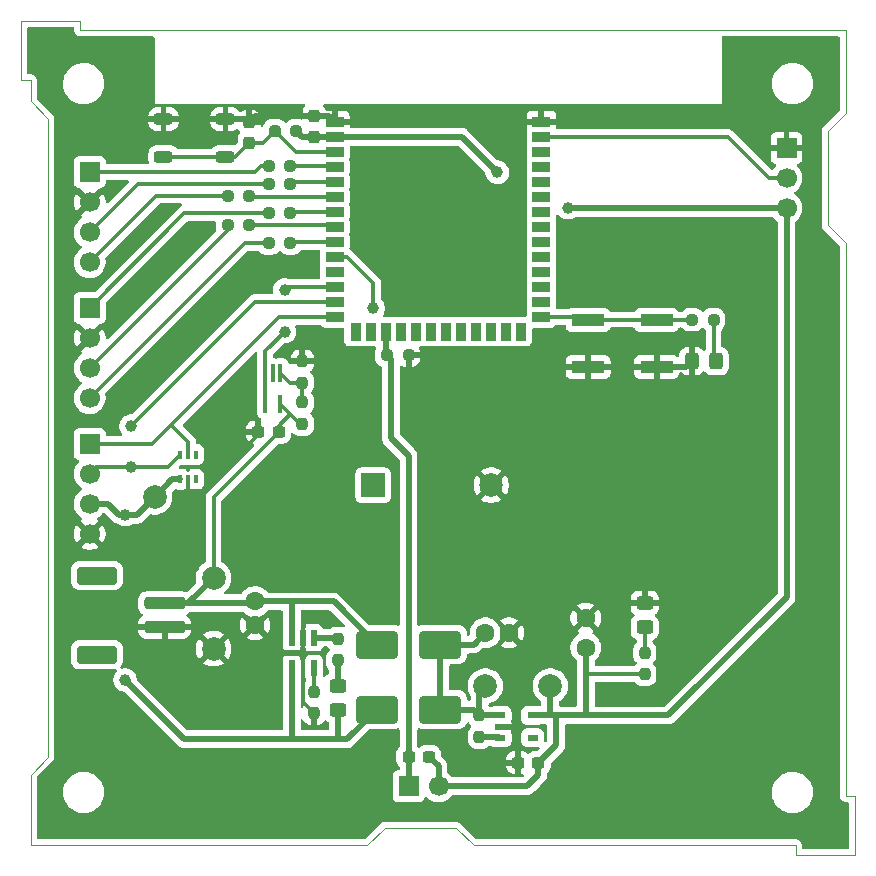
<source format=gbr>
%TF.GenerationSoftware,KiCad,Pcbnew,9.0.2*%
%TF.CreationDate,2025-05-16T17:46:14+03:00*%
%TF.ProjectId,Project_PCB,50726f6a-6563-4745-9f50-43422e6b6963,0*%
%TF.SameCoordinates,Original*%
%TF.FileFunction,Copper,L1,Top*%
%TF.FilePolarity,Positive*%
%FSLAX46Y46*%
G04 Gerber Fmt 4.6, Leading zero omitted, Abs format (unit mm)*
G04 Created by KiCad (PCBNEW 9.0.2) date 2025-05-16 17:46:14*
%MOMM*%
%LPD*%
G01*
G04 APERTURE LIST*
G04 Aperture macros list*
%AMRoundRect*
0 Rectangle with rounded corners*
0 $1 Rounding radius*
0 $2 $3 $4 $5 $6 $7 $8 $9 X,Y pos of 4 corners*
0 Add a 4 corners polygon primitive as box body*
4,1,4,$2,$3,$4,$5,$6,$7,$8,$9,$2,$3,0*
0 Add four circle primitives for the rounded corners*
1,1,$1+$1,$2,$3*
1,1,$1+$1,$4,$5*
1,1,$1+$1,$6,$7*
1,1,$1+$1,$8,$9*
0 Add four rect primitives between the rounded corners*
20,1,$1+$1,$2,$3,$4,$5,0*
20,1,$1+$1,$4,$5,$6,$7,0*
20,1,$1+$1,$6,$7,$8,$9,0*
20,1,$1+$1,$8,$9,$2,$3,0*%
G04 Aperture macros list end*
%TA.AperFunction,SMDPad,CuDef*%
%ADD10RoundRect,0.237500X0.250000X0.237500X-0.250000X0.237500X-0.250000X-0.237500X0.250000X-0.237500X0*%
%TD*%
%TA.AperFunction,SMDPad,CuDef*%
%ADD11RoundRect,0.237500X0.237500X-0.250000X0.237500X0.250000X-0.237500X0.250000X-0.237500X-0.250000X0*%
%TD*%
%TA.AperFunction,SMDPad,CuDef*%
%ADD12RoundRect,0.250000X-0.325000X-0.450000X0.325000X-0.450000X0.325000X0.450000X-0.325000X0.450000X0*%
%TD*%
%TA.AperFunction,ComponentPad*%
%ADD13C,1.600000*%
%TD*%
%TA.AperFunction,SMDPad,CuDef*%
%ADD14RoundRect,0.100000X-0.100000X0.650000X-0.100000X-0.650000X0.100000X-0.650000X0.100000X0.650000X0*%
%TD*%
%TA.AperFunction,SMDPad,CuDef*%
%ADD15RoundRect,0.237500X0.300000X0.237500X-0.300000X0.237500X-0.300000X-0.237500X0.300000X-0.237500X0*%
%TD*%
%TA.AperFunction,ComponentPad*%
%ADD16R,1.700000X1.700000*%
%TD*%
%TA.AperFunction,ComponentPad*%
%ADD17C,1.700000*%
%TD*%
%TA.AperFunction,SMDPad,CuDef*%
%ADD18RoundRect,0.237500X0.237500X-0.300000X0.237500X0.300000X-0.237500X0.300000X-0.237500X-0.300000X0*%
%TD*%
%TA.AperFunction,SMDPad,CuDef*%
%ADD19RoundRect,0.237500X-0.250000X-0.237500X0.250000X-0.237500X0.250000X0.237500X-0.250000X0.237500X0*%
%TD*%
%TA.AperFunction,SMDPad,CuDef*%
%ADD20RoundRect,0.237500X-0.237500X0.250000X-0.237500X-0.250000X0.237500X-0.250000X0.237500X0.250000X0*%
%TD*%
%TA.AperFunction,ComponentPad*%
%ADD21C,2.000000*%
%TD*%
%TA.AperFunction,SMDPad,CuDef*%
%ADD22RoundRect,0.250000X1.500000X0.900000X-1.500000X0.900000X-1.500000X-0.900000X1.500000X-0.900000X0*%
%TD*%
%TA.AperFunction,SMDPad,CuDef*%
%ADD23R,0.355600X0.736600*%
%TD*%
%TA.AperFunction,SMDPad,CuDef*%
%ADD24R,2.800000X1.000000*%
%TD*%
%TA.AperFunction,ComponentPad*%
%ADD25R,1.995000X1.995000*%
%TD*%
%TA.AperFunction,ComponentPad*%
%ADD26C,1.995000*%
%TD*%
%TA.AperFunction,SMDPad,CuDef*%
%ADD27RoundRect,0.250000X-1.500000X0.250000X-1.500000X-0.250000X1.500000X-0.250000X1.500000X0.250000X0*%
%TD*%
%TA.AperFunction,SMDPad,CuDef*%
%ADD28RoundRect,0.250001X-1.449999X0.499999X-1.449999X-0.499999X1.449999X-0.499999X1.449999X0.499999X0*%
%TD*%
%TA.AperFunction,SMDPad,CuDef*%
%ADD29R,0.508000X1.320800*%
%TD*%
%TA.AperFunction,SMDPad,CuDef*%
%ADD30RoundRect,0.250000X-0.450000X0.325000X-0.450000X-0.325000X0.450000X-0.325000X0.450000X0.325000X0*%
%TD*%
%TA.AperFunction,SMDPad,CuDef*%
%ADD31R,1.500000X0.900000*%
%TD*%
%TA.AperFunction,SMDPad,CuDef*%
%ADD32R,0.900000X1.500000*%
%TD*%
%TA.AperFunction,HeatsinkPad*%
%ADD33C,0.600000*%
%TD*%
%TA.AperFunction,HeatsinkPad*%
%ADD34R,3.900000X3.900000*%
%TD*%
%TA.AperFunction,SMDPad,CuDef*%
%ADD35RoundRect,0.250000X0.525000X0.250000X-0.525000X0.250000X-0.525000X-0.250000X0.525000X-0.250000X0*%
%TD*%
%TA.AperFunction,SMDPad,CuDef*%
%ADD36R,0.952500X0.558800*%
%TD*%
%TA.AperFunction,ViaPad*%
%ADD37C,1.000000*%
%TD*%
%TA.AperFunction,Conductor*%
%ADD38C,0.500000*%
%TD*%
%TA.AperFunction,Conductor*%
%ADD39C,0.300000*%
%TD*%
%TA.AperFunction,Profile*%
%ADD40C,0.050000*%
%TD*%
G04 APERTURE END LIST*
D10*
%TO.P,R1,1*%
%TO.N,+3V3*%
X22500000Y-8500000D03*
%TO.P,R1,2*%
%TO.N,ESP~{RST}*%
X20675000Y-8500000D03*
%TD*%
D11*
%TO.P,R13,1*%
%TO.N,Net-(D7-K)*%
X26000000Y-53325000D03*
%TO.P,R13,2*%
%TO.N,Net-(U3-STAT)*%
X26000000Y-51500000D03*
%TD*%
D12*
%TO.P,D3,1,K*%
%TO.N,GND*%
X56000000Y-28000000D03*
%TO.P,D3,2,A*%
%TO.N,Net-(D3-A)*%
X58050000Y-28000000D03*
%TD*%
D13*
%TO.P,C7,1*%
%TO.N,+BATT*%
X19000000Y-48350000D03*
%TO.P,C7,2*%
%TO.N,GND*%
X19000000Y-50350000D03*
%TD*%
%TO.P,C2,1*%
%TO.N,+3V3*%
X47000000Y-52250000D03*
%TO.P,C2,2*%
%TO.N,GND*%
X47000000Y-49750000D03*
%TD*%
D14*
%TO.P,U4,1,+*%
%TO.N,Net-(U4-+)*%
X21150000Y-29000000D03*
%TO.P,U4,2,V-*%
%TO.N,GND*%
X20500000Y-29000000D03*
%TO.P,U4,3,-*%
%TO.N,BATT{slash}IO8*%
X19850000Y-29000000D03*
%TO.P,U4,4*%
X19850000Y-31660000D03*
%TO.P,U4,5,V+*%
%TO.N,+BATT*%
X21150000Y-31660000D03*
%TD*%
D15*
%TO.P,C3,1*%
%TO.N,+BATT*%
X21000000Y-34000000D03*
%TO.P,C3,2*%
%TO.N,GND*%
X19275000Y-34000000D03*
%TD*%
D16*
%TO.P,D1,1,RA*%
%TO.N,Net-(D1-RA)*%
X5000000Y-12000000D03*
D17*
%TO.P,D1,2,K*%
%TO.N,GND*%
X5000000Y-14540000D03*
%TO.P,D1,3,GA*%
%TO.N,Net-(D1-GA)*%
X5000000Y-17080000D03*
%TO.P,D1,4,BA*%
%TO.N,Net-(D1-BA)*%
X5000000Y-19620000D03*
%TD*%
D18*
%TO.P,C1,1*%
%TO.N,ESP~{RST}*%
X18500000Y-9500000D03*
%TO.P,C1,2*%
%TO.N,GND*%
X18500000Y-7775000D03*
%TD*%
D15*
%TO.P,C8,1*%
%TO.N,+3V3*%
X33725000Y-61500000D03*
%TO.P,C8,2*%
%TO.N,POW{slash}IO9*%
X32000000Y-61500000D03*
%TD*%
D16*
%TO.P,D2,1,RA*%
%TO.N,Net-(D2-RA)*%
X5000000Y-23500000D03*
D17*
%TO.P,D2,2,K*%
%TO.N,GND*%
X5000000Y-26040000D03*
%TO.P,D2,3,GA*%
%TO.N,Net-(D2-GA)*%
X5000000Y-28580000D03*
%TO.P,D2,4,BA*%
%TO.N,Net-(D2-BA)*%
X5000000Y-31120000D03*
%TD*%
D19*
%TO.P,R2,1*%
%TO.N,Net-(U1-IO0)*%
X56000000Y-24500000D03*
%TO.P,R2,2*%
%TO.N,Net-(D3-A)*%
X57825000Y-24500000D03*
%TD*%
D20*
%TO.P,R14,1*%
%TO.N,Net-(U3-PROG)*%
X24000000Y-56000000D03*
%TO.P,R14,2*%
%TO.N,GND*%
X24000000Y-57825000D03*
%TD*%
D21*
%TO.P,TP3,1,1*%
%TO.N,GND*%
X15500000Y-52350000D03*
%TD*%
D22*
%TO.P,D4,1,K*%
%TO.N,VIN*%
X34700000Y-57500000D03*
%TO.P,D4,2,A*%
%TO.N,VBUS*%
X29300000Y-57500000D03*
%TD*%
D16*
%TO.P,J2,1,Pin_1*%
%TO.N,GND*%
X64000000Y-9960000D03*
D17*
%TO.P,J2,2,Pin_2*%
%TO.N,Net-(J2-Pin_2)*%
X64000000Y-12500000D03*
%TO.P,J2,3,Pin_3*%
%TO.N,+3V3*%
X64000000Y-15040000D03*
%TD*%
D13*
%TO.P,C4,1*%
%TO.N,VIN*%
X38500000Y-51000000D03*
%TO.P,C4,2*%
%TO.N,GND*%
X40500000Y-51000000D03*
%TD*%
D23*
%TO.P,CR1,1,1*%
%TO.N,VBUS*%
X12679200Y-38000000D03*
%TO.P,CR1,2,2*%
%TO.N,GND*%
X13339600Y-38000000D03*
%TO.P,CR1,3,3*%
%TO.N,unconnected-(CR1-Pad3)*%
X14000000Y-38000000D03*
%TO.P,CR1,4,4*%
%TO.N,unconnected-(CR1-Pad4)*%
X14000000Y-35917200D03*
%TO.P,CR1,5,5*%
%TO.N,ESP20{slash}D+*%
X13339600Y-35917200D03*
%TO.P,CR1,6,6*%
%TO.N,ESP19{slash}D-*%
X12679200Y-35917200D03*
%TD*%
D24*
%TO.P,SW2,1,1*%
%TO.N,Net-(U1-IO0)*%
X47200000Y-24500000D03*
X53000000Y-24500000D03*
%TO.P,SW2,2,2*%
%TO.N,GND*%
X47200000Y-28500000D03*
X53000000Y-28500000D03*
%TD*%
D11*
%TO.P,R5,1*%
%TO.N,Net-(U2-EN)*%
X38000000Y-59825000D03*
%TO.P,R5,2*%
%TO.N,VIN*%
X38000000Y-58000000D03*
%TD*%
D25*
%TO.P,LS1,1,1*%
%TO.N,Net-(U1-IO17)*%
X29000000Y-38500000D03*
D26*
%TO.P,LS1,2,2*%
%TO.N,GND*%
X39000000Y-38500000D03*
%TD*%
D10*
%TO.P,R11,1*%
%TO.N,D2G*%
X18500000Y-16500000D03*
%TO.P,R11,2*%
%TO.N,Net-(D2-GA)*%
X16675000Y-16500000D03*
%TD*%
D21*
%TO.P,TP5,1,1*%
%TO.N,VIN*%
X38500000Y-55500000D03*
%TD*%
D27*
%TO.P,J3,1,Pin_1*%
%TO.N,+BATT*%
X11350000Y-48500000D03*
%TO.P,J3,2,Pin_2*%
%TO.N,GND*%
X11350000Y-50500000D03*
D28*
%TO.P,J3,MP*%
%TO.N,N/C*%
X5600000Y-46150000D03*
X5600000Y-52850000D03*
%TD*%
D11*
%TO.P,R16,1*%
%TO.N,Net-(U4-+)*%
X23000000Y-29825000D03*
%TO.P,R16,2*%
%TO.N,GND*%
X23000000Y-28000000D03*
%TD*%
D15*
%TO.P,C5,1*%
%TO.N,+3V3*%
X43000000Y-62000000D03*
%TO.P,C5,2*%
%TO.N,GND*%
X41275000Y-62000000D03*
%TD*%
D19*
%TO.P,R12,1*%
%TO.N,Net-(D2-BA)*%
X20175000Y-18000000D03*
%TO.P,R12,2*%
%TO.N,D2B*%
X22000000Y-18000000D03*
%TD*%
%TO.P,R10,1*%
%TO.N,Net-(D2-RA)*%
X20175000Y-15500000D03*
%TO.P,R10,2*%
%TO.N,D2R*%
X22000000Y-15500000D03*
%TD*%
D16*
%TO.P,SW3,1,1*%
%TO.N,POW{slash}IO9*%
X32000000Y-64000000D03*
D17*
%TO.P,SW3,2,2*%
%TO.N,+3V3*%
X34540000Y-64000000D03*
%TD*%
D19*
%TO.P,R9,1*%
%TO.N,Net-(D1-BA)*%
X16675000Y-14000000D03*
%TO.P,R9,2*%
%TO.N,D1B*%
X18500000Y-14000000D03*
%TD*%
D29*
%TO.P,U3,1,STAT*%
%TO.N,Net-(U3-STAT)*%
X24000000Y-51409200D03*
%TO.P,U3,2,VSS*%
%TO.N,GND*%
X23049999Y-51409200D03*
%TO.P,U3,3,VBAT*%
%TO.N,+BATT*%
X22099998Y-51409200D03*
%TO.P,U3,4,VDD*%
%TO.N,VBUS*%
X22099998Y-54000000D03*
%TO.P,U3,5,PROG*%
%TO.N,Net-(U3-PROG)*%
X24000000Y-54000000D03*
%TD*%
D21*
%TO.P,TP4,1,1*%
%TO.N,VBUS*%
X10500000Y-39500000D03*
%TD*%
D19*
%TO.P,R7,1*%
%TO.N,Net-(D1-RA)*%
X20175000Y-11500000D03*
%TO.P,R7,2*%
%TO.N,D1R*%
X22000000Y-11500000D03*
%TD*%
D21*
%TO.P,TP2,1,1*%
%TO.N,+BATT*%
X15500000Y-46350000D03*
%TD*%
D30*
%TO.P,D7,1,K*%
%TO.N,Net-(D7-K)*%
X26000000Y-55500000D03*
%TO.P,D7,2,A*%
%TO.N,VBUS*%
X26000000Y-57550000D03*
%TD*%
D18*
%TO.P,C6,1*%
%TO.N,+3V3*%
X24000000Y-9000000D03*
%TO.P,C6,2*%
%TO.N,GND*%
X24000000Y-7275000D03*
%TD*%
D31*
%TO.P,U1,1,GND*%
%TO.N,GND*%
X25750000Y-7740000D03*
%TO.P,U1,2,3V3*%
%TO.N,+3V3*%
X25750000Y-9010000D03*
%TO.P,U1,3,EN*%
%TO.N,ESP~{RST}*%
X25750000Y-10280000D03*
%TO.P,U1,4,IO4*%
%TO.N,D1R*%
X25750000Y-11550000D03*
%TO.P,U1,5,IO5*%
%TO.N,D1G*%
X25750000Y-12820000D03*
%TO.P,U1,6,IO6*%
%TO.N,D1B*%
X25750000Y-14090000D03*
%TO.P,U1,7,IO7*%
%TO.N,D2R*%
X25750000Y-15360000D03*
%TO.P,U1,8,IO15*%
%TO.N,D2G*%
X25750000Y-16630000D03*
%TO.P,U1,9,IO16*%
%TO.N,D2B*%
X25750000Y-17900000D03*
%TO.P,U1,10,IO17*%
%TO.N,Net-(U1-IO17)*%
X25750000Y-19170000D03*
%TO.P,U1,11,IO18*%
%TO.N,unconnected-(U1-IO18-Pad11)*%
X25750000Y-20440000D03*
%TO.P,U1,12,IO8*%
%TO.N,BATT{slash}IO8*%
X25750000Y-21710000D03*
%TO.P,U1,13,IO19*%
%TO.N,ESP19{slash}D-*%
X25750000Y-22980000D03*
%TO.P,U1,14,IO20*%
%TO.N,ESP20{slash}D+*%
X25750000Y-24250000D03*
D32*
%TO.P,U1,15,IO3*%
%TO.N,unconnected-(U1-IO3-Pad15)*%
X27515000Y-25500000D03*
%TO.P,U1,16,IO46*%
%TO.N,unconnected-(U1-IO46-Pad16)*%
X28785000Y-25500000D03*
%TO.P,U1,17,IO9*%
%TO.N,POW{slash}IO9*%
X30055000Y-25500000D03*
%TO.P,U1,18,IO10*%
%TO.N,unconnected-(U1-IO10-Pad18)*%
X31325000Y-25500000D03*
%TO.P,U1,19,IO11*%
%TO.N,unconnected-(U1-IO11-Pad19)*%
X32595000Y-25500000D03*
%TO.P,U1,20,IO12*%
%TO.N,unconnected-(U1-IO12-Pad20)*%
X33865000Y-25500000D03*
%TO.P,U1,21,IO13*%
%TO.N,unconnected-(U1-IO13-Pad21)*%
X35135000Y-25500000D03*
%TO.P,U1,22,IO14*%
%TO.N,unconnected-(U1-IO14-Pad22)*%
X36405000Y-25500000D03*
%TO.P,U1,23,IO21*%
%TO.N,unconnected-(U1-IO21-Pad23)*%
X37675000Y-25500000D03*
%TO.P,U1,24,IO47*%
%TO.N,unconnected-(U1-IO47-Pad24)*%
X38945000Y-25500000D03*
%TO.P,U1,25,IO48*%
%TO.N,unconnected-(U1-IO48-Pad25)*%
X40215000Y-25500000D03*
%TO.P,U1,26,IO45*%
%TO.N,unconnected-(U1-IO45-Pad26)*%
X41485000Y-25500000D03*
D31*
%TO.P,U1,27,IO0*%
%TO.N,Net-(U1-IO0)*%
X43250000Y-24250000D03*
%TO.P,U1,28,IO35*%
%TO.N,unconnected-(U1-IO35-Pad28)*%
X43250000Y-22980000D03*
%TO.P,U1,29,IO36*%
%TO.N,unconnected-(U1-IO36-Pad29)*%
X43250000Y-21710000D03*
%TO.P,U1,30,IO37*%
%TO.N,unconnected-(U1-IO37-Pad30)*%
X43250000Y-20440000D03*
%TO.P,U1,31,IO38*%
%TO.N,unconnected-(U1-IO38-Pad31)*%
X43250000Y-19170000D03*
%TO.P,U1,32,IO39*%
%TO.N,unconnected-(U1-IO39-Pad32)*%
X43250000Y-17900000D03*
%TO.P,U1,33,IO40*%
%TO.N,unconnected-(U1-IO40-Pad33)*%
X43250000Y-16630000D03*
%TO.P,U1,34,IO41*%
%TO.N,unconnected-(U1-IO41-Pad34)*%
X43250000Y-15360000D03*
%TO.P,U1,35,IO42*%
%TO.N,unconnected-(U1-IO42-Pad35)*%
X43250000Y-14090000D03*
%TO.P,U1,36,RXD0*%
%TO.N,unconnected-(U1-RXD0-Pad36)*%
X43250000Y-12820000D03*
%TO.P,U1,37,TXD0*%
%TO.N,unconnected-(U1-TXD0-Pad37)*%
X43250000Y-11550000D03*
%TO.P,U1,38,IO2*%
%TO.N,unconnected-(U1-IO2-Pad38)*%
X43250000Y-10280000D03*
%TO.P,U1,39,IO1*%
%TO.N,Net-(J2-Pin_2)*%
X43250000Y-9010000D03*
%TO.P,U1,40,GND*%
%TO.N,GND*%
X43250000Y-7740000D03*
D33*
%TO.P,U1,41,GND*%
X31600000Y-14760000D03*
X31600000Y-16160000D03*
X32300000Y-14060000D03*
X32300000Y-15460000D03*
X32300000Y-16860000D03*
X33000000Y-14760000D03*
D34*
X33000000Y-15460000D03*
D33*
X33000000Y-16160000D03*
X33700000Y-14060000D03*
X33700000Y-15460000D03*
X33700000Y-16860000D03*
X34400000Y-14760000D03*
X34400000Y-16160000D03*
%TD*%
D19*
%TO.P,R17,1*%
%TO.N,POW{slash}IO9*%
X30175000Y-27500000D03*
%TO.P,R17,2*%
%TO.N,GND*%
X32000000Y-27500000D03*
%TD*%
D21*
%TO.P,TP1,1,1*%
%TO.N,+3V3*%
X44000000Y-55500000D03*
%TD*%
D22*
%TO.P,D5,1,K*%
%TO.N,VIN*%
X34700000Y-52000000D03*
%TO.P,D5,2,A*%
%TO.N,+BATT*%
X29300000Y-52000000D03*
%TD*%
D16*
%TO.P,J1,1,D+*%
%TO.N,ESP20{slash}D+*%
X5000000Y-35000000D03*
D17*
%TO.P,J1,2,D-*%
%TO.N,ESP19{slash}D-*%
X5000000Y-37540000D03*
%TO.P,J1,3,VBUS*%
%TO.N,VBUS*%
X5000000Y-40080000D03*
%TO.P,J1,4,GND*%
%TO.N,GND*%
X5000000Y-42620000D03*
%TD*%
D11*
%TO.P,R15,1*%
%TO.N,+BATT*%
X23000000Y-33325000D03*
%TO.P,R15,2*%
%TO.N,Net-(U4-+)*%
X23000000Y-31500000D03*
%TD*%
D30*
%TO.P,D6,1,K*%
%TO.N,GND*%
X52000000Y-48500000D03*
%TO.P,D6,2,A*%
%TO.N,Net-(D6-A)*%
X52000000Y-50550000D03*
%TD*%
D11*
%TO.P,R6,1*%
%TO.N,+3V3*%
X52000000Y-54500000D03*
%TO.P,R6,2*%
%TO.N,Net-(D6-A)*%
X52000000Y-52675000D03*
%TD*%
D10*
%TO.P,R8,1*%
%TO.N,D1G*%
X22000000Y-13000000D03*
%TO.P,R8,2*%
%TO.N,Net-(D1-GA)*%
X20175000Y-13000000D03*
%TD*%
D35*
%TO.P,SW1,1,1*%
%TO.N,ESP~{RST}*%
X16500000Y-10700000D03*
X11250000Y-10700000D03*
%TO.P,SW1,2,2*%
%TO.N,GND*%
X16500000Y-7500000D03*
X11250000Y-7500000D03*
%TD*%
D36*
%TO.P,U2,1,VIN*%
%TO.N,VIN*%
X39744100Y-58000000D03*
%TO.P,U2,2,GND*%
%TO.N,GND*%
X39744100Y-58939800D03*
%TO.P,U2,3,EN*%
%TO.N,Net-(U2-EN)*%
X39744100Y-59879600D03*
%TO.P,U2,4,NC*%
%TO.N,unconnected-(U2-NC-Pad4)*%
X42500000Y-59879600D03*
%TO.P,U2,5,VOUT*%
%TO.N,+3V3*%
X42500000Y-58000000D03*
%TD*%
D37*
%TO.N,VBUS*%
X8000000Y-41000000D03*
X8000000Y-55000000D03*
%TO.N,ESP19{slash}D-*%
X8500000Y-33500000D03*
X8500000Y-37000000D03*
%TO.N,+3V3*%
X39500000Y-12000000D03*
X45500000Y-15000000D03*
%TO.N,Net-(U1-IO17)*%
X29000000Y-23500000D03*
%TO.N,BATT{slash}IO8*%
X21500000Y-25500000D03*
X21500000Y-22000000D03*
%TD*%
D38*
%TO.N,VIN*%
X34700000Y-52000000D02*
X37500000Y-52000000D01*
X34700000Y-57500000D02*
X37500000Y-57500000D01*
X34700000Y-52000000D02*
X34700000Y-57500000D01*
X38000000Y-58000000D02*
X38000000Y-56000000D01*
X38000000Y-58000000D02*
X39744100Y-58000000D01*
X37500000Y-57500000D02*
X38000000Y-58000000D01*
X37500000Y-52000000D02*
X38500000Y-51000000D01*
X38000000Y-56000000D02*
X38500000Y-55500000D01*
D39*
%TO.N,ESP~{RST}*%
X22455000Y-10280000D02*
X25750000Y-10280000D01*
X18500000Y-9500000D02*
X19675000Y-9500000D01*
X17300000Y-10700000D02*
X18500000Y-9500000D01*
X19675000Y-9500000D02*
X20675000Y-8500000D01*
X16500000Y-10700000D02*
X17300000Y-10700000D01*
X20675000Y-8500000D02*
X22455000Y-10280000D01*
X16500000Y-10700000D02*
X11250000Y-10700000D01*
%TO.N,+BATT*%
X15500000Y-39500000D02*
X15500000Y-46350000D01*
X21000000Y-34000000D02*
X15500000Y-39500000D01*
D38*
X22500000Y-48350000D02*
X25650000Y-48350000D01*
X22099998Y-48449998D02*
X22000000Y-48350000D01*
D39*
X22815000Y-33325000D02*
X21995000Y-32505000D01*
X23000000Y-33325000D02*
X22815000Y-33325000D01*
D38*
X13350000Y-48500000D02*
X15500000Y-46350000D01*
D39*
X21995000Y-32505000D02*
X21150000Y-31660000D01*
D38*
X11350000Y-48500000D02*
X13350000Y-48500000D01*
X22000000Y-48350000D02*
X22500000Y-48350000D01*
X18850000Y-48500000D02*
X19000000Y-48350000D01*
X22099998Y-51409200D02*
X22099998Y-48449998D01*
X11350000Y-48500000D02*
X18850000Y-48500000D01*
X19000000Y-48350000D02*
X22000000Y-48350000D01*
D39*
X21000000Y-33500000D02*
X21995000Y-32505000D01*
X21000000Y-34000000D02*
X21000000Y-33500000D01*
D38*
X25650000Y-48350000D02*
X29300000Y-52000000D01*
%TO.N,POW{slash}IO9*%
X32000000Y-61500000D02*
X32000000Y-64000000D01*
X30500000Y-27825000D02*
X30175000Y-27500000D01*
X30055000Y-25500000D02*
X30055000Y-27380000D01*
X30055000Y-27380000D02*
X30175000Y-27500000D01*
X32000000Y-61500000D02*
X32000000Y-36000000D01*
X32000000Y-36000000D02*
X30500000Y-34500000D01*
X30500000Y-34500000D02*
X30500000Y-27825000D01*
%TO.N,GND*%
X40720350Y-58939800D02*
X41275000Y-59494450D01*
X11250000Y-7500000D02*
X16500000Y-7500000D01*
X55500000Y-28500000D02*
X56000000Y-28000000D01*
X16500000Y-7500000D02*
X18225000Y-7500000D01*
D39*
X23049999Y-56874999D02*
X23049999Y-52700000D01*
D38*
X18225000Y-7500000D02*
X18500000Y-7775000D01*
D39*
X19275000Y-34000000D02*
X19275000Y-34225000D01*
D38*
X47200000Y-28500000D02*
X53000000Y-28500000D01*
X39744100Y-58939800D02*
X40720350Y-58939800D01*
D39*
X13339600Y-38839600D02*
X13339600Y-38000000D01*
D38*
X19000000Y-50350000D02*
X21350000Y-52700000D01*
X24000000Y-7275000D02*
X19000000Y-7275000D01*
D39*
X19275000Y-34225000D02*
X14500000Y-39000000D01*
X23049999Y-52700000D02*
X23049999Y-51409200D01*
D38*
X41275000Y-59494450D02*
X41275000Y-62000000D01*
X19000000Y-7275000D02*
X18500000Y-7775000D01*
D39*
X14500000Y-39000000D02*
X13500000Y-39000000D01*
D38*
X24000000Y-7275000D02*
X25285000Y-7275000D01*
X53000000Y-28500000D02*
X55500000Y-28500000D01*
X25285000Y-7275000D02*
X25750000Y-7740000D01*
D39*
X13500000Y-39000000D02*
X13339600Y-38839600D01*
X24000000Y-57825000D02*
X23049999Y-56874999D01*
D38*
X21350000Y-52700000D02*
X23049999Y-52700000D01*
%TO.N,VBUS*%
X8000000Y-41000000D02*
X7500000Y-41000000D01*
X29300000Y-57500000D02*
X26800000Y-60000000D01*
X26500000Y-60000000D02*
X26000000Y-60000000D01*
X13000000Y-60000000D02*
X8000000Y-55000000D01*
X22000000Y-60000000D02*
X13000000Y-60000000D01*
X26000000Y-60000000D02*
X22500000Y-60000000D01*
X22099998Y-54000000D02*
X22099998Y-59900002D01*
X26000000Y-57550000D02*
X26000000Y-60000000D01*
X9000000Y-41000000D02*
X10500000Y-39500000D01*
X22500000Y-60000000D02*
X22000000Y-60000000D01*
X26800000Y-60000000D02*
X26500000Y-60000000D01*
X22099998Y-59900002D02*
X22000000Y-60000000D01*
X10500000Y-39500000D02*
X12000000Y-38000000D01*
X8000000Y-41000000D02*
X9000000Y-41000000D01*
X6580000Y-40080000D02*
X5000000Y-40080000D01*
X12000000Y-38000000D02*
X12610800Y-38000000D01*
X7500000Y-41000000D02*
X6580000Y-40080000D01*
D39*
%TO.N,Net-(J2-Pin_2)*%
X43250000Y-9010000D02*
X59010000Y-9010000D01*
X59010000Y-9010000D02*
X62500000Y-12500000D01*
X62500000Y-12500000D02*
X64000000Y-12500000D01*
%TO.N,Net-(D1-GA)*%
X9080000Y-13000000D02*
X20175000Y-13000000D01*
X5000000Y-17080000D02*
X9080000Y-13000000D01*
%TO.N,ESP19{slash}D-*%
X11596400Y-37000000D02*
X12679200Y-35917200D01*
X19020000Y-22980000D02*
X25750000Y-22980000D01*
X5540000Y-37000000D02*
X8500000Y-37000000D01*
X8500000Y-33500000D02*
X19020000Y-22980000D01*
X5000000Y-37540000D02*
X5540000Y-37000000D01*
X8500000Y-37000000D02*
X11596400Y-37000000D01*
%TO.N,Net-(D1-RA)*%
X5000000Y-12000000D02*
X19000000Y-12000000D01*
X19500000Y-11500000D02*
X20175000Y-11500000D01*
X19000000Y-12000000D02*
X19500000Y-11500000D01*
D38*
%TO.N,+3V3*%
X24000000Y-9000000D02*
X23000000Y-9000000D01*
X47000000Y-52250000D02*
X47000000Y-54500000D01*
X47000000Y-58000000D02*
X54000000Y-58000000D01*
X23000000Y-9000000D02*
X22500000Y-8500000D01*
X47000000Y-54500000D02*
X47000000Y-58000000D01*
X42500000Y-58000000D02*
X44000000Y-58000000D01*
X43000000Y-62000000D02*
X44500000Y-60500000D01*
X36510000Y-9010000D02*
X25750000Y-9010000D01*
X44000000Y-58000000D02*
X44500000Y-58000000D01*
X64000000Y-48000000D02*
X64000000Y-15040000D01*
X34540000Y-62315000D02*
X33725000Y-61500000D01*
X42000000Y-64000000D02*
X34540000Y-64000000D01*
X25750000Y-9010000D02*
X24010000Y-9010000D01*
X64000000Y-15040000D02*
X45540000Y-15040000D01*
X44500000Y-60500000D02*
X44500000Y-58000000D01*
X44000000Y-55500000D02*
X44000000Y-58000000D01*
X54000000Y-58000000D02*
X64000000Y-48000000D01*
X43000000Y-62000000D02*
X43000000Y-63000000D01*
X45540000Y-15040000D02*
X45500000Y-15000000D01*
X43000000Y-63000000D02*
X42000000Y-64000000D01*
X39500000Y-12000000D02*
X36510000Y-9010000D01*
X34540000Y-64000000D02*
X34540000Y-62315000D01*
D39*
X52000000Y-54500000D02*
X47000000Y-54500000D01*
D38*
X44500000Y-58000000D02*
X47000000Y-58000000D01*
X24010000Y-9010000D02*
X24000000Y-9000000D01*
D39*
%TO.N,ESP20{slash}D+*%
X13339600Y-35917200D02*
X13339600Y-34839600D01*
X21037700Y-24250000D02*
X25750000Y-24250000D01*
X13339600Y-34839600D02*
X11893850Y-33393850D01*
X10287700Y-35000000D02*
X10893850Y-34393850D01*
X10893850Y-34393850D02*
X11893850Y-33393850D01*
X11893850Y-33393850D02*
X21037700Y-24250000D01*
X10287700Y-35000000D02*
X5000000Y-35000000D01*
%TO.N,Net-(D1-BA)*%
X10620000Y-14000000D02*
X5000000Y-19620000D01*
X16675000Y-14000000D02*
X10620000Y-14000000D01*
%TO.N,Net-(D2-GA)*%
X16675000Y-16500000D02*
X16675000Y-16905000D01*
X16675000Y-16905000D02*
X5000000Y-28580000D01*
%TO.N,Net-(D2-BA)*%
X20175000Y-18000000D02*
X18120000Y-18000000D01*
X18120000Y-18000000D02*
X5000000Y-31120000D01*
%TO.N,Net-(D2-RA)*%
X13000000Y-15500000D02*
X20175000Y-15500000D01*
X5000000Y-23500000D02*
X13000000Y-15500000D01*
%TO.N,Net-(D3-A)*%
X57825000Y-24500000D02*
X57825000Y-27775000D01*
X57825000Y-27775000D02*
X58050000Y-28000000D01*
%TO.N,Net-(D6-A)*%
X52000000Y-52675000D02*
X52000000Y-50550000D01*
D38*
%TO.N,Net-(D7-K)*%
X26000000Y-53325000D02*
X26000000Y-55500000D01*
D39*
%TO.N,Net-(U1-IO17)*%
X29000000Y-21370000D02*
X26800000Y-19170000D01*
X29000000Y-23500000D02*
X29000000Y-21370000D01*
X26800000Y-19170000D02*
X25750000Y-19170000D01*
%TO.N,Net-(U1-IO0)*%
X53000000Y-24500000D02*
X56000000Y-24500000D01*
X46950000Y-24250000D02*
X47200000Y-24500000D01*
X43250000Y-24250000D02*
X46950000Y-24250000D01*
X47200000Y-24500000D02*
X53000000Y-24500000D01*
D38*
%TO.N,Net-(U2-EN)*%
X39689500Y-59825000D02*
X39744100Y-59879600D01*
X38000000Y-59825000D02*
X39689500Y-59825000D01*
D39*
%TO.N,D2R*%
X22140000Y-15360000D02*
X22000000Y-15500000D01*
X25750000Y-15360000D02*
X22140000Y-15360000D01*
%TO.N,D2G*%
X18500000Y-16500000D02*
X25620000Y-16500000D01*
X25620000Y-16500000D02*
X25750000Y-16630000D01*
%TO.N,D2B*%
X25750000Y-17900000D02*
X22100000Y-17900000D01*
X22100000Y-17900000D02*
X22000000Y-18000000D01*
D38*
%TO.N,Net-(U3-STAT)*%
X24000000Y-51409200D02*
X25909200Y-51409200D01*
X25909200Y-51409200D02*
X26000000Y-51500000D01*
D39*
%TO.N,Net-(U3-PROG)*%
X24000000Y-56000000D02*
X24000000Y-54000000D01*
%TO.N,Net-(U4-+)*%
X23000000Y-31500000D02*
X23000000Y-29825000D01*
X21975000Y-29825000D02*
X21150000Y-29000000D01*
X23000000Y-29825000D02*
X21975000Y-29825000D01*
%TO.N,BATT{slash}IO8*%
X19850000Y-29000000D02*
X19850000Y-31660000D01*
X21500000Y-22000000D02*
X21790000Y-21710000D01*
X19850000Y-27150000D02*
X21500000Y-25500000D01*
X19850000Y-29000000D02*
X19850000Y-27150000D01*
X21790000Y-21710000D02*
X25750000Y-21710000D01*
%TO.N,D1R*%
X25700000Y-11500000D02*
X25750000Y-11550000D01*
X22000000Y-11500000D02*
X25700000Y-11500000D01*
%TO.N,D1G*%
X25750000Y-12820000D02*
X22180000Y-12820000D01*
X22180000Y-12820000D02*
X22000000Y-13000000D01*
%TO.N,D1B*%
X25750000Y-14090000D02*
X18590000Y-14090000D01*
X18590000Y-14090000D02*
X18500000Y-14000000D01*
%TD*%
%TA.AperFunction,Conductor*%
%TO.N,GND*%
G36*
X3642539Y279815D02*
G01*
X3688294Y227011D01*
X3699500Y175500D01*
X3699500Y-65891D01*
X3733608Y-193187D01*
X3766554Y-250250D01*
X3799500Y-307314D01*
X3892686Y-400500D01*
X4006814Y-466392D01*
X4134108Y-500500D01*
X4265892Y-500500D01*
X4534108Y-500500D01*
X10376000Y-500500D01*
X10443039Y-520185D01*
X10488794Y-572989D01*
X10500000Y-624500D01*
X10500000Y-6250000D01*
X23145155Y-6250000D01*
X23212194Y-6269685D01*
X23257949Y-6322489D01*
X23267893Y-6391647D01*
X23238868Y-6455203D01*
X23232836Y-6461681D01*
X23180055Y-6514461D01*
X23180052Y-6514465D01*
X23089551Y-6661188D01*
X23089546Y-6661199D01*
X23035319Y-6824847D01*
X23025000Y-6925845D01*
X23025000Y-7025000D01*
X23876000Y-7025000D01*
X23943039Y-7044685D01*
X23988794Y-7097489D01*
X24000000Y-7149000D01*
X24000000Y-7401000D01*
X23980315Y-7468039D01*
X23927511Y-7513794D01*
X23876000Y-7525000D01*
X23011986Y-7525000D01*
X22979328Y-7542832D01*
X22913973Y-7539372D01*
X22900258Y-7534827D01*
X22900254Y-7534826D01*
X22900253Y-7534826D01*
X22900250Y-7534825D01*
X22900246Y-7534825D01*
X22799178Y-7524500D01*
X22200830Y-7524500D01*
X22200812Y-7524501D01*
X22099747Y-7534825D01*
X21935984Y-7589092D01*
X21935981Y-7589093D01*
X21789148Y-7679661D01*
X21675181Y-7793629D01*
X21613858Y-7827114D01*
X21544166Y-7822130D01*
X21499819Y-7793629D01*
X21385851Y-7679661D01*
X21385850Y-7679660D01*
X21239016Y-7589092D01*
X21075253Y-7534826D01*
X21075251Y-7534825D01*
X20974178Y-7524500D01*
X20375830Y-7524500D01*
X20375812Y-7524501D01*
X20274747Y-7534825D01*
X20110984Y-7589092D01*
X20110981Y-7589093D01*
X19964148Y-7679661D01*
X19842161Y-7801648D01*
X19751593Y-7948481D01*
X19751591Y-7948486D01*
X19716706Y-8053763D01*
X19676933Y-8111208D01*
X19612417Y-8138031D01*
X19543641Y-8125716D01*
X19492442Y-8078173D01*
X19478885Y-8028885D01*
X19475000Y-8025000D01*
X18624000Y-8025000D01*
X18556961Y-8005315D01*
X18511206Y-7952511D01*
X18500000Y-7901000D01*
X18500000Y-7775000D01*
X18374000Y-7775000D01*
X18306961Y-7755315D01*
X18261206Y-7702511D01*
X18250000Y-7651000D01*
X18250000Y-7525000D01*
X18750000Y-7525000D01*
X19474999Y-7525000D01*
X19474999Y-7425860D01*
X19474998Y-7425845D01*
X19464680Y-7324847D01*
X19410453Y-7161199D01*
X19410448Y-7161188D01*
X19319947Y-7014465D01*
X19319944Y-7014461D01*
X19198038Y-6892555D01*
X19198034Y-6892552D01*
X19051311Y-6802051D01*
X19051300Y-6802046D01*
X18887652Y-6747819D01*
X18786654Y-6737500D01*
X18750000Y-6737500D01*
X18750000Y-7525000D01*
X18250000Y-7525000D01*
X18250000Y-6737500D01*
X18213361Y-6737500D01*
X18213343Y-6737501D01*
X18112347Y-6747819D01*
X17948699Y-6802046D01*
X17948694Y-6802048D01*
X17823294Y-6879397D01*
X17755902Y-6897837D01*
X17689238Y-6876915D01*
X17652658Y-6838954D01*
X17617317Y-6781656D01*
X17493345Y-6657684D01*
X17344124Y-6565643D01*
X17344119Y-6565641D01*
X17177697Y-6510494D01*
X17177690Y-6510493D01*
X17074986Y-6500000D01*
X16750000Y-6500000D01*
X16750000Y-8499999D01*
X17074972Y-8499999D01*
X17074986Y-8499998D01*
X17177697Y-8489505D01*
X17344119Y-8434358D01*
X17344126Y-8434355D01*
X17436723Y-8377240D01*
X17442901Y-8375549D01*
X17447640Y-8371242D01*
X17476186Y-8366441D01*
X17504116Y-8358799D01*
X17510227Y-8360716D01*
X17516542Y-8359655D01*
X17543154Y-8371051D01*
X17570779Y-8379721D01*
X17576356Y-8385269D01*
X17580770Y-8387159D01*
X17597090Y-8405894D01*
X17604511Y-8413275D01*
X17708991Y-8567643D01*
X17716169Y-8590097D01*
X17727467Y-8610788D01*
X17726610Y-8622760D01*
X17730266Y-8634195D01*
X17724164Y-8656965D01*
X17722483Y-8680480D01*
X17714560Y-8692807D01*
X17712182Y-8701684D01*
X17704182Y-8708956D01*
X17693984Y-8724825D01*
X17679661Y-8739148D01*
X17589093Y-8885981D01*
X17589092Y-8885984D01*
X17534826Y-9049747D01*
X17534826Y-9049748D01*
X17534825Y-9049748D01*
X17524500Y-9150815D01*
X17524500Y-9504191D01*
X17515855Y-9533631D01*
X17509332Y-9563618D01*
X17505577Y-9568633D01*
X17504815Y-9571230D01*
X17488185Y-9591867D01*
X17427060Y-9652993D01*
X17376283Y-9703770D01*
X17314960Y-9737254D01*
X17249599Y-9733794D01*
X17177797Y-9710001D01*
X17177795Y-9710000D01*
X17075010Y-9699500D01*
X15924998Y-9699500D01*
X15924981Y-9699501D01*
X15822203Y-9710000D01*
X15822200Y-9710001D01*
X15655668Y-9765185D01*
X15655663Y-9765187D01*
X15506342Y-9857289D01*
X15382287Y-9981344D01*
X15376580Y-9990598D01*
X15324632Y-10037322D01*
X15271042Y-10049500D01*
X12478958Y-10049500D01*
X12411919Y-10029815D01*
X12373420Y-9990598D01*
X12367712Y-9981344D01*
X12243657Y-9857289D01*
X12243656Y-9857288D01*
X12121782Y-9782116D01*
X12094336Y-9765187D01*
X12094331Y-9765185D01*
X12092862Y-9764698D01*
X11927797Y-9710001D01*
X11927795Y-9710000D01*
X11825010Y-9699500D01*
X10674998Y-9699500D01*
X10674981Y-9699501D01*
X10572203Y-9710000D01*
X10572200Y-9710001D01*
X10405668Y-9765185D01*
X10405663Y-9765187D01*
X10256342Y-9857289D01*
X10132289Y-9981342D01*
X10040187Y-10130663D01*
X10040185Y-10130668D01*
X10029578Y-10162679D01*
X9985001Y-10297203D01*
X9985001Y-10297204D01*
X9985000Y-10297204D01*
X9974500Y-10399983D01*
X9974500Y-11000001D01*
X9974501Y-11000019D01*
X9985000Y-11102796D01*
X9985001Y-11102799D01*
X10012736Y-11186496D01*
X10015138Y-11256324D01*
X9979406Y-11316366D01*
X9916886Y-11347559D01*
X9895030Y-11349500D01*
X6474499Y-11349500D01*
X6407460Y-11329815D01*
X6361705Y-11277011D01*
X6350499Y-11225500D01*
X6350499Y-11102129D01*
X6350498Y-11102123D01*
X6350497Y-11102116D01*
X6344091Y-11042517D01*
X6342387Y-11037949D01*
X6293797Y-10907671D01*
X6293793Y-10907664D01*
X6207547Y-10792455D01*
X6207544Y-10792452D01*
X6092335Y-10706206D01*
X6092328Y-10706202D01*
X5957482Y-10655908D01*
X5957483Y-10655908D01*
X5897883Y-10649501D01*
X5897881Y-10649500D01*
X5897873Y-10649500D01*
X5897864Y-10649500D01*
X4102129Y-10649500D01*
X4102123Y-10649501D01*
X4042516Y-10655908D01*
X3907671Y-10706202D01*
X3907664Y-10706206D01*
X3792455Y-10792452D01*
X3792452Y-10792455D01*
X3706206Y-10907664D01*
X3706202Y-10907671D01*
X3655908Y-11042517D01*
X3649501Y-11102116D01*
X3649501Y-11102123D01*
X3649500Y-11102135D01*
X3649500Y-12897870D01*
X3649501Y-12897876D01*
X3655908Y-12957483D01*
X3706202Y-13092328D01*
X3706206Y-13092335D01*
X3792452Y-13207544D01*
X3792455Y-13207547D01*
X3907664Y-13293793D01*
X3907671Y-13293797D01*
X3952618Y-13310561D01*
X4042517Y-13344091D01*
X4102127Y-13350500D01*
X4112685Y-13350499D01*
X4179723Y-13370179D01*
X4200372Y-13386818D01*
X4870591Y-14057037D01*
X4807007Y-14074075D01*
X4692993Y-14139901D01*
X4599901Y-14232993D01*
X4534075Y-14347007D01*
X4517037Y-14410591D01*
X3884728Y-13778282D01*
X3884727Y-13778282D01*
X3845380Y-13832439D01*
X3748904Y-14021782D01*
X3683242Y-14223869D01*
X3683242Y-14223872D01*
X3650000Y-14433753D01*
X3650000Y-14646246D01*
X3683242Y-14856127D01*
X3683242Y-14856130D01*
X3748904Y-15058217D01*
X3845375Y-15247550D01*
X3884728Y-15301716D01*
X4517037Y-14669408D01*
X4534075Y-14732993D01*
X4599901Y-14847007D01*
X4692993Y-14940099D01*
X4807007Y-15005925D01*
X4870590Y-15022962D01*
X4238282Y-15655269D01*
X4238282Y-15655270D01*
X4292452Y-15694626D01*
X4292451Y-15694626D01*
X4301495Y-15699234D01*
X4352292Y-15747208D01*
X4369087Y-15815029D01*
X4346550Y-15881164D01*
X4301499Y-15920202D01*
X4292182Y-15924949D01*
X4120213Y-16049890D01*
X3969890Y-16200213D01*
X3844951Y-16372179D01*
X3748444Y-16561585D01*
X3682753Y-16763760D01*
X3663115Y-16887753D01*
X3649500Y-16973713D01*
X3649500Y-17186287D01*
X3651411Y-17198350D01*
X3680225Y-17380280D01*
X3682754Y-17396243D01*
X3714752Y-17494723D01*
X3748444Y-17598414D01*
X3844951Y-17787820D01*
X3969890Y-17959786D01*
X4120213Y-18110109D01*
X4292182Y-18235050D01*
X4300946Y-18239516D01*
X4351742Y-18287491D01*
X4368536Y-18355312D01*
X4345998Y-18421447D01*
X4300946Y-18460484D01*
X4292182Y-18464949D01*
X4120213Y-18589890D01*
X3969890Y-18740213D01*
X3844951Y-18912179D01*
X3748444Y-19101585D01*
X3682753Y-19303760D01*
X3649500Y-19513713D01*
X3649500Y-19726287D01*
X3655104Y-19761666D01*
X3674244Y-19882517D01*
X3682754Y-19936243D01*
X3684668Y-19942135D01*
X3748444Y-20138414D01*
X3844951Y-20327820D01*
X3969890Y-20499786D01*
X4120213Y-20650109D01*
X4292179Y-20775048D01*
X4292181Y-20775049D01*
X4292184Y-20775051D01*
X4481588Y-20871557D01*
X4683757Y-20937246D01*
X4893713Y-20970500D01*
X4893714Y-20970500D01*
X5106286Y-20970500D01*
X5106287Y-20970500D01*
X5316243Y-20937246D01*
X5518412Y-20871557D01*
X5707816Y-20775051D01*
X5729789Y-20759086D01*
X5879786Y-20650109D01*
X5879788Y-20650106D01*
X5879792Y-20650104D01*
X6030104Y-20499792D01*
X6030106Y-20499788D01*
X6030109Y-20499786D01*
X6155048Y-20327820D01*
X6155047Y-20327820D01*
X6155051Y-20327816D01*
X6251557Y-20138412D01*
X6317246Y-19936243D01*
X6350500Y-19726287D01*
X6350500Y-19513713D01*
X6316484Y-19298945D01*
X6318123Y-19298685D01*
X6321257Y-19236126D01*
X6350655Y-19189289D01*
X10853126Y-14686819D01*
X10914449Y-14653334D01*
X10940807Y-14650500D01*
X12727648Y-14650500D01*
X12794687Y-14670185D01*
X12840442Y-14722989D01*
X12850386Y-14792147D01*
X12821361Y-14855703D01*
X12775100Y-14889061D01*
X12691874Y-14923533D01*
X12691871Y-14923535D01*
X12585331Y-14994722D01*
X12585324Y-14994728D01*
X5466871Y-22113181D01*
X5405548Y-22146666D01*
X5379190Y-22149500D01*
X4102129Y-22149500D01*
X4102123Y-22149501D01*
X4042516Y-22155908D01*
X3907671Y-22206202D01*
X3907664Y-22206206D01*
X3792455Y-22292452D01*
X3792452Y-22292455D01*
X3706206Y-22407664D01*
X3706202Y-22407671D01*
X3655908Y-22542517D01*
X3649501Y-22602116D01*
X3649500Y-22602135D01*
X3649500Y-24397870D01*
X3649501Y-24397876D01*
X3655908Y-24457483D01*
X3706202Y-24592328D01*
X3706206Y-24592335D01*
X3792452Y-24707544D01*
X3792455Y-24707547D01*
X3907664Y-24793793D01*
X3907671Y-24793797D01*
X3952618Y-24810561D01*
X4042517Y-24844091D01*
X4102127Y-24850500D01*
X4112685Y-24850499D01*
X4179723Y-24870179D01*
X4200372Y-24886818D01*
X4870591Y-25557037D01*
X4807007Y-25574075D01*
X4692993Y-25639901D01*
X4599901Y-25732993D01*
X4534075Y-25847007D01*
X4517037Y-25910591D01*
X3884728Y-25278282D01*
X3884727Y-25278282D01*
X3845380Y-25332439D01*
X3748904Y-25521782D01*
X3683242Y-25723869D01*
X3683242Y-25723872D01*
X3650000Y-25933753D01*
X3650000Y-26146246D01*
X3683242Y-26356127D01*
X3683242Y-26356130D01*
X3748904Y-26558217D01*
X3845375Y-26747550D01*
X3884728Y-26801716D01*
X4517037Y-26169408D01*
X4534075Y-26232993D01*
X4599901Y-26347007D01*
X4692993Y-26440099D01*
X4807007Y-26505925D01*
X4870590Y-26522962D01*
X4238282Y-27155269D01*
X4238282Y-27155270D01*
X4292452Y-27194626D01*
X4292451Y-27194626D01*
X4301495Y-27199234D01*
X4352292Y-27247208D01*
X4369087Y-27315029D01*
X4346550Y-27381164D01*
X4301499Y-27420202D01*
X4292182Y-27424949D01*
X4120213Y-27549890D01*
X3969890Y-27700213D01*
X3844951Y-27872179D01*
X3748444Y-28061585D01*
X3682753Y-28263760D01*
X3649500Y-28473713D01*
X3649500Y-28686286D01*
X3681010Y-28885236D01*
X3682754Y-28896243D01*
X3732012Y-29047844D01*
X3748444Y-29098414D01*
X3844951Y-29287820D01*
X3969890Y-29459786D01*
X4120213Y-29610109D01*
X4292182Y-29735050D01*
X4300946Y-29739516D01*
X4351742Y-29787491D01*
X4368536Y-29855312D01*
X4345998Y-29921447D01*
X4300946Y-29960484D01*
X4292182Y-29964949D01*
X4120213Y-30089890D01*
X3969890Y-30240213D01*
X3844951Y-30412179D01*
X3748444Y-30601585D01*
X3682753Y-30803760D01*
X3661811Y-30935984D01*
X3649500Y-31013713D01*
X3649500Y-31226287D01*
X3682754Y-31436243D01*
X3684154Y-31440553D01*
X3748444Y-31638414D01*
X3844951Y-31827820D01*
X3969890Y-31999786D01*
X4120213Y-32150109D01*
X4292179Y-32275048D01*
X4292181Y-32275049D01*
X4292184Y-32275051D01*
X4481588Y-32371557D01*
X4683757Y-32437246D01*
X4893713Y-32470500D01*
X4893714Y-32470500D01*
X5106286Y-32470500D01*
X5106287Y-32470500D01*
X5316243Y-32437246D01*
X5518412Y-32371557D01*
X5707816Y-32275051D01*
X5729789Y-32259086D01*
X5879786Y-32150109D01*
X5879788Y-32150106D01*
X5879792Y-32150104D01*
X6030104Y-31999792D01*
X6030106Y-31999788D01*
X6030109Y-31999786D01*
X6155048Y-31827820D01*
X6155047Y-31827820D01*
X6155051Y-31827816D01*
X6251557Y-31638412D01*
X6317246Y-31436243D01*
X6350500Y-31226287D01*
X6350500Y-31013713D01*
X6325083Y-30853237D01*
X6316484Y-30798945D01*
X6318123Y-30798685D01*
X6321257Y-30736126D01*
X6350655Y-30689289D01*
X18353127Y-18686819D01*
X18414450Y-18653334D01*
X18440808Y-18650500D01*
X19244292Y-18650500D01*
X19311331Y-18670185D01*
X19336915Y-18693380D01*
X19337053Y-18693243D01*
X19339852Y-18696042D01*
X19341555Y-18697586D01*
X19342155Y-18698345D01*
X19342159Y-18698349D01*
X19342160Y-18698350D01*
X19464150Y-18820340D01*
X19610984Y-18910908D01*
X19774747Y-18965174D01*
X19875823Y-18975500D01*
X20474176Y-18975499D01*
X20474184Y-18975498D01*
X20474187Y-18975498D01*
X20529530Y-18969844D01*
X20575253Y-18965174D01*
X20739016Y-18910908D01*
X20885850Y-18820340D01*
X20999819Y-18706371D01*
X21061142Y-18672886D01*
X21130834Y-18677870D01*
X21175181Y-18706371D01*
X21289150Y-18820340D01*
X21435984Y-18910908D01*
X21599747Y-18965174D01*
X21700823Y-18975500D01*
X22299176Y-18975499D01*
X22299184Y-18975498D01*
X22299187Y-18975498D01*
X22354530Y-18969844D01*
X22400253Y-18965174D01*
X22564016Y-18910908D01*
X22710850Y-18820340D01*
X22832840Y-18698350D01*
X22887702Y-18609403D01*
X22939650Y-18562679D01*
X22993241Y-18550500D01*
X24375500Y-18550500D01*
X24442539Y-18570185D01*
X24488294Y-18622989D01*
X24499500Y-18674500D01*
X24499500Y-19667870D01*
X24499501Y-19667876D01*
X24505908Y-19727481D01*
X24518659Y-19761669D01*
X24523642Y-19831361D01*
X24518659Y-19848331D01*
X24505908Y-19882518D01*
X24499501Y-19942116D01*
X24499501Y-19942123D01*
X24499500Y-19942135D01*
X24499501Y-20935500D01*
X24479817Y-21002539D01*
X24427013Y-21048294D01*
X24375501Y-21059500D01*
X21868529Y-21059500D01*
X21821077Y-21050061D01*
X21791839Y-21037950D01*
X21791829Y-21037947D01*
X21598543Y-20999500D01*
X21598541Y-20999500D01*
X21401459Y-20999500D01*
X21401457Y-20999500D01*
X21208170Y-21037947D01*
X21208160Y-21037950D01*
X21026092Y-21113364D01*
X21026079Y-21113371D01*
X20862218Y-21222860D01*
X20862214Y-21222863D01*
X20722863Y-21362214D01*
X20722860Y-21362218D01*
X20613371Y-21526079D01*
X20613364Y-21526092D01*
X20537950Y-21708160D01*
X20537947Y-21708170D01*
X20499500Y-21901456D01*
X20499500Y-22098545D01*
X20515963Y-22181309D01*
X20509736Y-22250900D01*
X20466873Y-22306078D01*
X20400983Y-22329322D01*
X20394346Y-22329500D01*
X18955929Y-22329500D01*
X18830261Y-22354497D01*
X18830255Y-22354499D01*
X18714786Y-22402327D01*
X18714787Y-22402328D01*
X18711870Y-22403536D01*
X18711866Y-22403538D01*
X18605332Y-22474721D01*
X18605325Y-22474727D01*
X8616873Y-32463181D01*
X8555550Y-32496666D01*
X8529192Y-32499500D01*
X8401457Y-32499500D01*
X8208170Y-32537947D01*
X8208160Y-32537950D01*
X8026092Y-32613364D01*
X8026079Y-32613371D01*
X7862218Y-32722860D01*
X7862214Y-32722863D01*
X7722863Y-32862214D01*
X7722860Y-32862218D01*
X7613371Y-33026079D01*
X7613364Y-33026092D01*
X7537950Y-33208160D01*
X7537947Y-33208170D01*
X7499500Y-33401456D01*
X7499500Y-33401459D01*
X7499500Y-33598541D01*
X7499500Y-33598543D01*
X7499499Y-33598543D01*
X7537947Y-33791829D01*
X7537950Y-33791839D01*
X7613364Y-33973907D01*
X7613371Y-33973920D01*
X7722860Y-34137781D01*
X7722863Y-34137785D01*
X7722897Y-34137819D01*
X7722908Y-34137840D01*
X7726726Y-34142492D01*
X7725843Y-34143215D01*
X7756382Y-34199142D01*
X7751398Y-34268834D01*
X7709526Y-34324767D01*
X7644062Y-34349184D01*
X7635216Y-34349500D01*
X6474499Y-34349500D01*
X6407460Y-34329815D01*
X6361705Y-34277011D01*
X6350499Y-34225500D01*
X6350499Y-34102129D01*
X6350498Y-34102123D01*
X6350497Y-34102116D01*
X6344091Y-34042517D01*
X6341604Y-34035850D01*
X6293797Y-33907671D01*
X6293793Y-33907664D01*
X6207547Y-33792455D01*
X6207544Y-33792452D01*
X6092335Y-33706206D01*
X6092328Y-33706202D01*
X5957482Y-33655908D01*
X5957483Y-33655908D01*
X5897883Y-33649501D01*
X5897881Y-33649500D01*
X5897873Y-33649500D01*
X5897864Y-33649500D01*
X4102129Y-33649500D01*
X4102123Y-33649501D01*
X4042516Y-33655908D01*
X3907671Y-33706202D01*
X3907664Y-33706206D01*
X3792455Y-33792452D01*
X3792452Y-33792455D01*
X3706206Y-33907664D01*
X3706202Y-33907671D01*
X3655908Y-34042517D01*
X3649746Y-34099837D01*
X3649501Y-34102123D01*
X3649500Y-34102135D01*
X3649500Y-35897870D01*
X3649501Y-35897876D01*
X3655908Y-35957483D01*
X3706202Y-36092328D01*
X3706206Y-36092335D01*
X3792452Y-36207544D01*
X3792455Y-36207547D01*
X3907664Y-36293793D01*
X3907671Y-36293797D01*
X4039082Y-36342810D01*
X4095016Y-36384681D01*
X4119433Y-36450145D01*
X4104582Y-36518418D01*
X4083431Y-36546673D01*
X3969889Y-36660215D01*
X3844951Y-36832179D01*
X3748444Y-37021585D01*
X3682753Y-37223760D01*
X3649500Y-37433713D01*
X3649500Y-37646286D01*
X3682753Y-37856239D01*
X3682753Y-37856241D01*
X3682754Y-37856243D01*
X3745355Y-38048909D01*
X3748444Y-38058414D01*
X3844951Y-38247820D01*
X3969890Y-38419786D01*
X4120213Y-38570109D01*
X4292182Y-38695050D01*
X4300946Y-38699516D01*
X4351742Y-38747491D01*
X4368536Y-38815312D01*
X4345998Y-38881447D01*
X4300946Y-38920484D01*
X4292182Y-38924949D01*
X4120213Y-39049890D01*
X3969890Y-39200213D01*
X3844951Y-39372179D01*
X3748444Y-39561585D01*
X3682753Y-39763760D01*
X3662803Y-39889723D01*
X3649500Y-39973713D01*
X3649500Y-40186287D01*
X3682754Y-40396243D01*
X3709159Y-40477510D01*
X3748444Y-40598414D01*
X3844951Y-40787820D01*
X3969890Y-40959786D01*
X4120213Y-41110109D01*
X4292179Y-41235048D01*
X4292181Y-41235049D01*
X4292184Y-41235051D01*
X4301493Y-41239794D01*
X4352290Y-41287766D01*
X4369087Y-41355587D01*
X4346552Y-41421722D01*
X4301505Y-41460760D01*
X4292446Y-41465376D01*
X4292440Y-41465380D01*
X4238282Y-41504727D01*
X4238282Y-41504728D01*
X4870591Y-42137037D01*
X4807007Y-42154075D01*
X4692993Y-42219901D01*
X4599901Y-42312993D01*
X4534075Y-42427007D01*
X4517037Y-42490591D01*
X3884728Y-41858282D01*
X3884727Y-41858282D01*
X3845380Y-41912439D01*
X3748904Y-42101782D01*
X3683242Y-42303869D01*
X3683242Y-42303872D01*
X3650000Y-42513753D01*
X3650000Y-42726246D01*
X3683242Y-42936127D01*
X3683242Y-42936130D01*
X3748904Y-43138217D01*
X3845375Y-43327550D01*
X3884728Y-43381716D01*
X4517037Y-42749408D01*
X4534075Y-42812993D01*
X4599901Y-42927007D01*
X4692993Y-43020099D01*
X4807007Y-43085925D01*
X4870590Y-43102962D01*
X4238282Y-43735269D01*
X4238282Y-43735270D01*
X4292449Y-43774624D01*
X4481782Y-43871095D01*
X4683870Y-43936757D01*
X4893754Y-43970000D01*
X5106246Y-43970000D01*
X5316127Y-43936757D01*
X5316130Y-43936757D01*
X5518217Y-43871095D01*
X5707554Y-43774622D01*
X5761716Y-43735270D01*
X5761717Y-43735270D01*
X5129408Y-43102962D01*
X5192993Y-43085925D01*
X5307007Y-43020099D01*
X5400099Y-42927007D01*
X5465925Y-42812993D01*
X5482962Y-42749408D01*
X6115270Y-43381717D01*
X6115270Y-43381716D01*
X6154622Y-43327554D01*
X6251095Y-43138217D01*
X6316757Y-42936130D01*
X6316757Y-42936127D01*
X6350000Y-42726246D01*
X6350000Y-42513753D01*
X6316757Y-42303872D01*
X6316757Y-42303869D01*
X6251095Y-42101782D01*
X6154624Y-41912449D01*
X6115270Y-41858282D01*
X6115269Y-41858282D01*
X5482962Y-42490590D01*
X5465925Y-42427007D01*
X5400099Y-42312993D01*
X5307007Y-42219901D01*
X5192993Y-42154075D01*
X5129409Y-42137037D01*
X5761716Y-41504728D01*
X5707547Y-41465373D01*
X5707547Y-41465372D01*
X5698500Y-41460763D01*
X5647706Y-41412788D01*
X5630912Y-41344966D01*
X5653451Y-41278832D01*
X5698508Y-41239793D01*
X5707816Y-41235051D01*
X5787007Y-41177515D01*
X5879786Y-41110109D01*
X5879788Y-41110106D01*
X5879792Y-41110104D01*
X6030104Y-40959792D01*
X6080398Y-40890568D01*
X6086903Y-40881615D01*
X6091234Y-40878274D01*
X6093508Y-40873297D01*
X6118610Y-40857164D01*
X6142233Y-40838949D01*
X6148904Y-40837696D01*
X6152286Y-40835523D01*
X6187221Y-40830500D01*
X6217770Y-40830500D01*
X6284809Y-40850185D01*
X6305451Y-40866819D01*
X6917048Y-41478415D01*
X6917049Y-41478416D01*
X7021583Y-41582950D01*
X7021585Y-41582952D01*
X7144498Y-41665080D01*
X7144511Y-41665087D01*
X7281082Y-41721656D01*
X7281087Y-41721658D01*
X7281091Y-41721658D01*
X7286919Y-41723427D01*
X7286169Y-41725897D01*
X7338124Y-41753074D01*
X7339703Y-41754625D01*
X7362214Y-41777136D01*
X7362218Y-41777139D01*
X7526079Y-41886628D01*
X7526092Y-41886635D01*
X7708160Y-41962049D01*
X7708165Y-41962051D01*
X7708169Y-41962051D01*
X7708170Y-41962052D01*
X7901456Y-42000500D01*
X7901459Y-42000500D01*
X8098543Y-42000500D01*
X8228582Y-41974632D01*
X8291835Y-41962051D01*
X8473914Y-41886632D01*
X8637782Y-41777139D01*
X8637781Y-41777139D01*
X8642847Y-41773755D01*
X8643867Y-41775282D01*
X8700255Y-41751334D01*
X8714610Y-41750500D01*
X9073920Y-41750500D01*
X9171462Y-41731096D01*
X9218913Y-41721658D01*
X9355495Y-41665084D01*
X9404729Y-41632186D01*
X9478416Y-41582952D01*
X10060087Y-41001278D01*
X10121408Y-40967795D01*
X10167163Y-40966488D01*
X10202789Y-40972130D01*
X10381903Y-41000500D01*
X10381908Y-41000500D01*
X10618097Y-41000500D01*
X10851368Y-40963553D01*
X10862955Y-40959788D01*
X11075992Y-40890568D01*
X11286433Y-40783343D01*
X11477510Y-40644517D01*
X11644517Y-40477510D01*
X11783343Y-40286433D01*
X11890568Y-40075992D01*
X11963553Y-39851368D01*
X11977429Y-39763757D01*
X12000500Y-39618097D01*
X12000500Y-39381902D01*
X11966488Y-39167164D01*
X11975442Y-39097871D01*
X12001277Y-39060088D01*
X12195584Y-38865781D01*
X12256905Y-38832298D01*
X12326596Y-38837282D01*
X12393917Y-38862391D01*
X12453527Y-38868800D01*
X12904872Y-38868799D01*
X12964483Y-38862391D01*
X12966778Y-38861534D01*
X12968679Y-38861398D01*
X12972025Y-38860608D01*
X12972153Y-38861150D01*
X13036467Y-38856548D01*
X13053449Y-38861534D01*
X13054424Y-38861897D01*
X13054427Y-38861898D01*
X13113955Y-38868299D01*
X13113972Y-38868300D01*
X13161800Y-38868300D01*
X13161800Y-38827401D01*
X13181485Y-38760362D01*
X13192346Y-38745901D01*
X13200977Y-38736003D01*
X13214546Y-38725846D01*
X13243100Y-38687702D01*
X13246146Y-38684210D01*
X13271850Y-38667805D01*
X13296267Y-38649528D01*
X13301023Y-38649187D01*
X13305044Y-38646622D01*
X13335540Y-38646719D01*
X13365959Y-38644544D01*
X13370145Y-38646829D01*
X13374913Y-38646845D01*
X13400510Y-38663410D01*
X13427282Y-38678029D01*
X13432622Y-38684191D01*
X13433571Y-38684806D01*
X13434027Y-38685813D01*
X13438867Y-38691399D01*
X13464654Y-38725847D01*
X13467706Y-38728131D01*
X13469993Y-38731186D01*
X13470925Y-38732118D01*
X13470791Y-38732251D01*
X13509580Y-38784062D01*
X13517400Y-38827401D01*
X13517400Y-38868300D01*
X13565228Y-38868300D01*
X13565244Y-38868299D01*
X13624770Y-38861898D01*
X13625740Y-38861537D01*
X13626549Y-38861479D01*
X13632326Y-38860114D01*
X13632547Y-38861049D01*
X13695432Y-38856546D01*
X13712407Y-38861529D01*
X13714717Y-38862391D01*
X13774327Y-38868800D01*
X14225672Y-38868799D01*
X14285283Y-38862391D01*
X14420131Y-38812096D01*
X14535346Y-38725846D01*
X14621596Y-38610631D01*
X14671891Y-38475783D01*
X14678300Y-38416173D01*
X14678299Y-37583828D01*
X14671891Y-37524217D01*
X14645936Y-37454629D01*
X14621597Y-37389371D01*
X14621593Y-37389364D01*
X14535347Y-37274155D01*
X14535344Y-37274152D01*
X14420135Y-37187906D01*
X14420128Y-37187902D01*
X14285286Y-37137610D01*
X14285285Y-37137609D01*
X14285283Y-37137609D01*
X14225673Y-37131200D01*
X14225663Y-37131200D01*
X13774329Y-37131200D01*
X13774323Y-37131201D01*
X13714715Y-37137609D01*
X13714712Y-37137609D01*
X13712411Y-37138468D01*
X13710504Y-37138604D01*
X13707171Y-37139392D01*
X13707043Y-37138851D01*
X13681475Y-37140679D01*
X13650748Y-37144921D01*
X13644543Y-37143318D01*
X13642719Y-37143449D01*
X13640629Y-37142307D01*
X13625750Y-37138465D01*
X13624780Y-37138103D01*
X13624772Y-37138101D01*
X13565244Y-37131700D01*
X13517400Y-37131700D01*
X13517400Y-37172598D01*
X13497715Y-37239637D01*
X13486855Y-37254098D01*
X13478223Y-37263996D01*
X13464654Y-37274154D01*
X13436093Y-37312305D01*
X13433055Y-37315790D01*
X13407345Y-37332197D01*
X13382932Y-37350472D01*
X13378176Y-37350812D01*
X13374157Y-37353377D01*
X13343659Y-37353280D01*
X13313240Y-37355456D01*
X13309055Y-37353171D01*
X13304288Y-37353156D01*
X13278686Y-37336587D01*
X13251917Y-37321970D01*
X13246578Y-37315808D01*
X13245630Y-37315195D01*
X13245173Y-37314187D01*
X13240334Y-37308602D01*
X13214546Y-37274154D01*
X13214539Y-37274147D01*
X13211486Y-37271862D01*
X13209200Y-37268808D01*
X13208272Y-37267880D01*
X13208405Y-37267746D01*
X13169617Y-37215927D01*
X13161800Y-37172598D01*
X13161800Y-37131700D01*
X13113955Y-37131700D01*
X13054424Y-37138101D01*
X13053440Y-37138469D01*
X13052623Y-37138527D01*
X13046873Y-37139886D01*
X13046652Y-37138953D01*
X13023162Y-37140632D01*
X12993157Y-37145119D01*
X12985920Y-37143293D01*
X12983748Y-37143449D01*
X12981355Y-37142142D01*
X12966782Y-37138466D01*
X12965802Y-37138101D01*
X12964484Y-37137609D01*
X12958522Y-37136968D01*
X12904873Y-37131200D01*
X12904864Y-37131200D01*
X12684506Y-37131200D01*
X12663260Y-37124961D01*
X12641172Y-37123382D01*
X12630388Y-37115309D01*
X12617467Y-37111515D01*
X12602967Y-37094781D01*
X12585239Y-37081510D01*
X12580531Y-37068889D01*
X12571712Y-37058711D01*
X12568560Y-37036792D01*
X12560822Y-37016045D01*
X12563684Y-37002884D01*
X12561768Y-36989553D01*
X12570967Y-36969409D01*
X12575674Y-36947773D01*
X12588943Y-36930046D01*
X12590793Y-36925997D01*
X12596798Y-36919546D01*
X12694029Y-36822315D01*
X12755351Y-36788833D01*
X12781708Y-36785999D01*
X12904871Y-36785999D01*
X12904872Y-36785999D01*
X12964483Y-36779591D01*
X12966062Y-36779001D01*
X12967376Y-36778907D01*
X12972031Y-36777808D01*
X12972209Y-36778562D01*
X12996337Y-36776835D01*
X13026357Y-36772347D01*
X13030845Y-36774366D01*
X13035754Y-36774015D01*
X13052737Y-36779001D01*
X13054317Y-36779591D01*
X13113927Y-36786000D01*
X13565272Y-36785999D01*
X13624883Y-36779591D01*
X13626462Y-36779001D01*
X13627776Y-36778907D01*
X13632431Y-36777808D01*
X13632609Y-36778562D01*
X13657402Y-36776787D01*
X13688137Y-36772545D01*
X13691956Y-36774315D01*
X13696154Y-36774015D01*
X13713137Y-36779001D01*
X13714717Y-36779591D01*
X13774327Y-36786000D01*
X14225672Y-36785999D01*
X14285283Y-36779591D01*
X14420131Y-36729296D01*
X14535346Y-36643046D01*
X14621596Y-36527831D01*
X14671891Y-36392983D01*
X14678300Y-36333373D01*
X14678299Y-35501028D01*
X14671891Y-35441417D01*
X14662802Y-35417049D01*
X14621597Y-35306571D01*
X14621593Y-35306564D01*
X14535347Y-35191355D01*
X14535344Y-35191352D01*
X14420135Y-35105106D01*
X14420128Y-35105102D01*
X14285282Y-35054808D01*
X14285283Y-35054808D01*
X14225683Y-35048401D01*
X14225681Y-35048400D01*
X14225673Y-35048400D01*
X14225665Y-35048400D01*
X14114100Y-35048400D01*
X14047061Y-35028715D01*
X14001306Y-34975911D01*
X13990100Y-34924400D01*
X13990100Y-34775528D01*
X13965102Y-34649861D01*
X13965101Y-34649860D01*
X13965101Y-34649856D01*
X13916065Y-34531473D01*
X13845646Y-34426083D01*
X13844876Y-34424930D01*
X13133291Y-33713345D01*
X18237500Y-33713345D01*
X18237500Y-33750000D01*
X19025000Y-33750000D01*
X19025000Y-33024999D01*
X18925860Y-33025000D01*
X18925844Y-33025001D01*
X18824847Y-33035319D01*
X18661199Y-33089546D01*
X18661188Y-33089551D01*
X18514465Y-33180052D01*
X18514461Y-33180055D01*
X18392555Y-33301961D01*
X18392552Y-33301965D01*
X18302051Y-33448688D01*
X18302046Y-33448699D01*
X18247819Y-33612347D01*
X18237500Y-33713345D01*
X13133291Y-33713345D01*
X12901476Y-33481530D01*
X12867991Y-33420207D01*
X12872975Y-33350515D01*
X12901472Y-33306173D01*
X18987819Y-27219825D01*
X19049142Y-27186341D01*
X19118834Y-27191325D01*
X19174767Y-27233197D01*
X19199184Y-27298661D01*
X19199500Y-27307507D01*
X19199500Y-28085176D01*
X19190061Y-28132628D01*
X19164957Y-28193234D01*
X19164955Y-28193239D01*
X19149501Y-28310629D01*
X19149500Y-28310645D01*
X19149500Y-29689363D01*
X19164953Y-29806753D01*
X19164956Y-29806762D01*
X19175226Y-29831557D01*
X19190061Y-29867370D01*
X19199500Y-29914823D01*
X19199500Y-30745176D01*
X19190061Y-30792628D01*
X19164957Y-30853234D01*
X19164955Y-30853239D01*
X19149501Y-30970629D01*
X19149500Y-30970645D01*
X19149500Y-32349363D01*
X19164953Y-32466753D01*
X19164956Y-32466762D01*
X19225464Y-32612841D01*
X19321718Y-32738282D01*
X19447159Y-32834536D01*
X19465425Y-32842102D01*
X19519828Y-32885940D01*
X19541895Y-32952234D01*
X19525000Y-33018433D01*
X19525000Y-33876000D01*
X19505315Y-33943039D01*
X19452511Y-33988794D01*
X19401000Y-34000000D01*
X19275000Y-34000000D01*
X19275000Y-34126000D01*
X19255315Y-34193039D01*
X19202511Y-34238794D01*
X19151000Y-34250000D01*
X18237501Y-34250000D01*
X18237501Y-34286654D01*
X18247819Y-34387652D01*
X18302046Y-34551300D01*
X18302051Y-34551311D01*
X18392552Y-34698034D01*
X18392555Y-34698038D01*
X18514461Y-34819944D01*
X18514465Y-34819947D01*
X18661188Y-34910448D01*
X18661199Y-34910453D01*
X18824849Y-34964681D01*
X18824848Y-34964681D01*
X18828841Y-34965089D01*
X18831145Y-34966029D01*
X18831467Y-34966098D01*
X18831454Y-34966155D01*
X18893534Y-34991483D01*
X18933686Y-35048663D01*
X18936552Y-35118474D01*
X18903923Y-35176128D01*
X14994727Y-39085325D01*
X14994726Y-39085326D01*
X14923534Y-39191874D01*
X14874499Y-39310255D01*
X14874497Y-39310261D01*
X14849500Y-39435928D01*
X14849500Y-44921407D01*
X14829815Y-44988446D01*
X14781796Y-45031891D01*
X14713569Y-45066655D01*
X14618028Y-45136070D01*
X14522490Y-45205483D01*
X14522488Y-45205485D01*
X14522487Y-45205485D01*
X14355485Y-45372487D01*
X14355485Y-45372488D01*
X14355483Y-45372490D01*
X14295862Y-45454550D01*
X14216657Y-45563566D01*
X14109433Y-45774003D01*
X14036446Y-45998631D01*
X13999500Y-46231902D01*
X13999500Y-46468097D01*
X14033511Y-46682833D01*
X14024556Y-46752126D01*
X13998719Y-46789912D01*
X13264059Y-47524571D01*
X13202736Y-47558056D01*
X13137375Y-47554596D01*
X13002797Y-47510001D01*
X13002795Y-47510000D01*
X12900010Y-47499500D01*
X9799998Y-47499500D01*
X9799981Y-47499501D01*
X9697203Y-47510000D01*
X9697200Y-47510001D01*
X9530668Y-47565185D01*
X9530663Y-47565187D01*
X9381342Y-47657289D01*
X9257289Y-47781342D01*
X9165187Y-47930663D01*
X9165186Y-47930666D01*
X9110001Y-48097203D01*
X9110001Y-48097204D01*
X9110000Y-48097204D01*
X9099500Y-48199983D01*
X9099500Y-48800001D01*
X9099501Y-48800019D01*
X9110000Y-48902796D01*
X9110001Y-48902799D01*
X9134818Y-48977690D01*
X9165186Y-49069334D01*
X9244064Y-49197217D01*
X9257289Y-49218657D01*
X9381344Y-49342712D01*
X9465718Y-49394754D01*
X9512443Y-49446702D01*
X9523666Y-49515664D01*
X9495822Y-49579747D01*
X9465720Y-49605831D01*
X9381656Y-49657682D01*
X9257684Y-49781654D01*
X9165643Y-49930875D01*
X9165641Y-49930880D01*
X9110494Y-50097302D01*
X9110493Y-50097309D01*
X9100000Y-50200013D01*
X9100000Y-50250000D01*
X13599999Y-50250000D01*
X13599999Y-50200028D01*
X13599998Y-50200013D01*
X13589505Y-50097302D01*
X13534358Y-49930880D01*
X13534356Y-49930875D01*
X13442315Y-49781654D01*
X13318344Y-49657683D01*
X13318340Y-49657680D01*
X13234280Y-49605831D01*
X13213623Y-49582865D01*
X13191455Y-49561357D01*
X13190465Y-49557119D01*
X13187555Y-49553883D01*
X13182594Y-49523398D01*
X13175573Y-49493316D01*
X13177032Y-49489214D01*
X13176334Y-49484921D01*
X13188640Y-49456597D01*
X13198999Y-49427490D01*
X13202832Y-49423932D01*
X13204177Y-49420839D01*
X13223576Y-49402160D01*
X13228732Y-49398176D01*
X13318656Y-49342712D01*
X13380153Y-49281214D01*
X13386429Y-49276367D01*
X13411885Y-49266431D01*
X13435872Y-49253334D01*
X13449084Y-49251913D01*
X13451517Y-49250964D01*
X13453740Y-49251412D01*
X13462230Y-49250500D01*
X18009953Y-49250500D01*
X18076992Y-49270185D01*
X18097634Y-49286819D01*
X18152786Y-49341971D01*
X18273840Y-49429920D01*
X18318390Y-49462287D01*
X18500781Y-49555220D01*
X18558373Y-49573932D01*
X18607735Y-49604182D01*
X18953554Y-49950000D01*
X18947339Y-49950000D01*
X18845606Y-49977259D01*
X18754394Y-50029920D01*
X18679920Y-50104394D01*
X18627259Y-50195606D01*
X18600000Y-50297339D01*
X18600000Y-50303553D01*
X17920524Y-49624077D01*
X17920523Y-49624077D01*
X17888143Y-49668644D01*
X17795244Y-49850968D01*
X17732009Y-50045582D01*
X17700000Y-50247682D01*
X17700000Y-50452317D01*
X17732009Y-50654417D01*
X17795244Y-50849031D01*
X17888141Y-51031350D01*
X17888147Y-51031359D01*
X17920523Y-51075921D01*
X17920524Y-51075922D01*
X18600000Y-50396446D01*
X18600000Y-50402661D01*
X18627259Y-50504394D01*
X18679920Y-50595606D01*
X18754394Y-50670080D01*
X18845606Y-50722741D01*
X18947339Y-50750000D01*
X18953553Y-50750000D01*
X18274076Y-51429474D01*
X18318650Y-51461859D01*
X18500968Y-51554755D01*
X18695582Y-51617990D01*
X18897683Y-51650000D01*
X19102317Y-51650000D01*
X19304417Y-51617990D01*
X19499031Y-51554755D01*
X19681349Y-51461859D01*
X19725921Y-51429474D01*
X19046447Y-50750000D01*
X19052661Y-50750000D01*
X19154394Y-50722741D01*
X19245606Y-50670080D01*
X19320080Y-50595606D01*
X19372741Y-50504394D01*
X19400000Y-50402661D01*
X19400000Y-50396447D01*
X20079474Y-51075921D01*
X20111859Y-51031349D01*
X20204755Y-50849031D01*
X20267990Y-50654417D01*
X20300000Y-50452317D01*
X20300000Y-50247682D01*
X20267990Y-50045582D01*
X20204755Y-49850968D01*
X20111859Y-49668650D01*
X20079474Y-49624077D01*
X20079474Y-49624076D01*
X19400000Y-50303551D01*
X19400000Y-50297339D01*
X19372741Y-50195606D01*
X19320080Y-50104394D01*
X19245606Y-50029920D01*
X19154394Y-49977259D01*
X19052661Y-49950000D01*
X19046447Y-49950000D01*
X19392262Y-49604183D01*
X19441626Y-49573933D01*
X19499213Y-49555222D01*
X19499219Y-49555220D01*
X19501843Y-49553883D01*
X19681610Y-49462287D01*
X19798642Y-49377259D01*
X19847213Y-49341971D01*
X19847215Y-49341968D01*
X19847219Y-49341966D01*
X19991966Y-49197219D01*
X20009570Y-49172989D01*
X20025100Y-49151615D01*
X20080429Y-49108949D01*
X20125418Y-49100500D01*
X21225498Y-49100500D01*
X21292537Y-49120185D01*
X21338292Y-49172989D01*
X21349498Y-49224500D01*
X21349498Y-50657080D01*
X21348788Y-50670318D01*
X21345498Y-50700927D01*
X21345498Y-50700934D01*
X21345498Y-50700935D01*
X21345498Y-52117470D01*
X21345499Y-52117476D01*
X21351906Y-52177083D01*
X21402200Y-52311928D01*
X21402204Y-52311935D01*
X21488450Y-52427144D01*
X21488453Y-52427147D01*
X21603662Y-52513393D01*
X21603669Y-52513397D01*
X21648616Y-52530161D01*
X21738515Y-52563691D01*
X21798125Y-52570100D01*
X22401870Y-52570099D01*
X22461481Y-52563691D01*
X22532378Y-52537247D01*
X22602069Y-52532263D01*
X22619045Y-52537247D01*
X22688619Y-52563196D01*
X22688626Y-52563198D01*
X22748154Y-52569599D01*
X22748171Y-52569600D01*
X22799999Y-52569600D01*
X22799999Y-52328390D01*
X22807816Y-52285059D01*
X22848089Y-52177083D01*
X22854498Y-52117473D01*
X22854497Y-50700928D01*
X22851831Y-50676128D01*
X22851208Y-50670330D01*
X22850498Y-50657077D01*
X22850498Y-49224500D01*
X22870183Y-49157461D01*
X22922987Y-49111706D01*
X22974498Y-49100500D01*
X25287770Y-49100500D01*
X25354809Y-49120185D01*
X25375451Y-49136819D01*
X26575957Y-50337325D01*
X26609442Y-50398648D01*
X26604458Y-50468340D01*
X26562586Y-50524273D01*
X26497122Y-50548690D01*
X26449274Y-50542712D01*
X26393629Y-50524273D01*
X26387751Y-50522325D01*
X26286678Y-50512000D01*
X25713330Y-50512000D01*
X25713312Y-50512001D01*
X25612247Y-50522325D01*
X25448484Y-50576592D01*
X25448481Y-50576593D01*
X25345296Y-50640239D01*
X25280199Y-50658700D01*
X24840670Y-50658700D01*
X24773631Y-50639015D01*
X24727876Y-50586211D01*
X24724488Y-50578033D01*
X24697797Y-50506471D01*
X24697793Y-50506464D01*
X24611547Y-50391255D01*
X24611544Y-50391252D01*
X24496335Y-50305006D01*
X24496328Y-50305002D01*
X24361486Y-50254710D01*
X24361485Y-50254709D01*
X24361483Y-50254709D01*
X24301873Y-50248300D01*
X24301863Y-50248300D01*
X23698129Y-50248300D01*
X23698123Y-50248301D01*
X23638520Y-50254708D01*
X23638517Y-50254708D01*
X23638517Y-50254709D01*
X23637198Y-50255201D01*
X23567616Y-50281153D01*
X23497924Y-50286136D01*
X23480951Y-50281152D01*
X23411378Y-50255203D01*
X23411371Y-50255201D01*
X23351843Y-50248800D01*
X23299999Y-50248800D01*
X23299999Y-50490008D01*
X23292181Y-50533341D01*
X23252768Y-50639015D01*
X23251909Y-50641317D01*
X23245500Y-50700927D01*
X23245500Y-51402786D01*
X23245501Y-51409200D01*
X23245501Y-52117476D01*
X23251908Y-52177081D01*
X23253500Y-52181348D01*
X23292181Y-52285059D01*
X23299999Y-52328390D01*
X23299999Y-52569600D01*
X23351827Y-52569600D01*
X23351843Y-52569599D01*
X23411376Y-52563197D01*
X23411378Y-52563197D01*
X23480949Y-52537248D01*
X23550641Y-52532262D01*
X23567616Y-52537246D01*
X23638517Y-52563691D01*
X23698127Y-52570100D01*
X24301872Y-52570099D01*
X24361483Y-52563691D01*
X24496331Y-52513396D01*
X24611546Y-52427146D01*
X24697796Y-52311931D01*
X24724488Y-52240367D01*
X24737757Y-52222640D01*
X24746957Y-52202497D01*
X24758287Y-52195215D01*
X24766359Y-52184433D01*
X24787107Y-52176694D01*
X24805735Y-52164723D01*
X24827651Y-52161571D01*
X24831823Y-52160016D01*
X24840670Y-52159700D01*
X25079183Y-52159700D01*
X25146222Y-52179385D01*
X25176449Y-52206789D01*
X25179660Y-52210850D01*
X25293629Y-52324819D01*
X25327114Y-52386142D01*
X25322130Y-52455834D01*
X25293629Y-52500181D01*
X25179661Y-52614148D01*
X25089093Y-52760981D01*
X25089091Y-52760986D01*
X25073691Y-52807461D01*
X25034826Y-52924747D01*
X25034826Y-52924748D01*
X25034825Y-52924748D01*
X25024500Y-53025815D01*
X25024500Y-53624169D01*
X25024501Y-53624187D01*
X25034825Y-53725252D01*
X25066089Y-53819599D01*
X25089092Y-53889016D01*
X25179020Y-54034813D01*
X25179661Y-54035851D01*
X25213181Y-54069371D01*
X25246666Y-54130694D01*
X25249500Y-54157052D01*
X25249500Y-54409362D01*
X25229815Y-54476401D01*
X25190598Y-54514899D01*
X25172453Y-54526092D01*
X25081345Y-54582287D01*
X24966180Y-54697452D01*
X24904857Y-54730936D01*
X24835165Y-54725952D01*
X24779232Y-54684080D01*
X24754815Y-54618616D01*
X24754499Y-54609796D01*
X24754499Y-53291728D01*
X24748091Y-53232117D01*
X24743323Y-53219334D01*
X24697797Y-53097271D01*
X24697793Y-53097264D01*
X24611547Y-52982055D01*
X24611544Y-52982052D01*
X24496335Y-52895806D01*
X24496328Y-52895802D01*
X24361486Y-52845510D01*
X24361485Y-52845509D01*
X24361483Y-52845509D01*
X24301873Y-52839100D01*
X24301863Y-52839100D01*
X23698129Y-52839100D01*
X23698123Y-52839101D01*
X23638516Y-52845508D01*
X23503671Y-52895802D01*
X23503664Y-52895806D01*
X23388455Y-52982052D01*
X23388452Y-52982055D01*
X23302206Y-53097264D01*
X23302202Y-53097271D01*
X23251908Y-53232117D01*
X23247288Y-53275096D01*
X23245501Y-53291723D01*
X23245500Y-53291735D01*
X23245500Y-54708270D01*
X23245501Y-54708276D01*
X23251908Y-54767883D01*
X23302202Y-54902728D01*
X23302206Y-54902735D01*
X23324766Y-54932871D01*
X23332504Y-54953616D01*
X23344477Y-54972247D01*
X23347628Y-54994164D01*
X23349184Y-54998335D01*
X23349500Y-55007182D01*
X23349500Y-55069292D01*
X23329815Y-55136331D01*
X23306619Y-55161915D01*
X23306757Y-55162053D01*
X23303941Y-55164868D01*
X23302407Y-55166561D01*
X23301652Y-55167157D01*
X23179659Y-55289151D01*
X23089091Y-55435986D01*
X23086881Y-55440726D01*
X23040709Y-55493166D01*
X22973516Y-55512319D01*
X22906634Y-55492104D01*
X22861299Y-55438939D01*
X22850498Y-55388323D01*
X22850498Y-54752119D01*
X22851209Y-54738863D01*
X22854497Y-54708281D01*
X22854498Y-54708273D01*
X22854497Y-53291728D01*
X22848089Y-53232117D01*
X22843321Y-53219334D01*
X22797795Y-53097271D01*
X22797791Y-53097264D01*
X22711545Y-52982055D01*
X22711542Y-52982052D01*
X22596333Y-52895806D01*
X22596326Y-52895802D01*
X22461484Y-52845510D01*
X22461483Y-52845509D01*
X22461481Y-52845509D01*
X22401871Y-52839100D01*
X22401861Y-52839100D01*
X21798127Y-52839100D01*
X21798121Y-52839101D01*
X21738514Y-52845508D01*
X21603669Y-52895802D01*
X21603662Y-52895806D01*
X21488453Y-52982052D01*
X21488450Y-52982055D01*
X21402204Y-53097264D01*
X21402200Y-53097271D01*
X21351906Y-53232117D01*
X21347286Y-53275096D01*
X21345499Y-53291723D01*
X21345498Y-53291735D01*
X21345498Y-54708270D01*
X21345499Y-54708272D01*
X21348787Y-54738863D01*
X21348788Y-54738867D01*
X21349498Y-54752121D01*
X21349498Y-59125500D01*
X21329813Y-59192539D01*
X21277009Y-59238294D01*
X21225498Y-59249500D01*
X13362230Y-59249500D01*
X13295191Y-59229815D01*
X13274549Y-59213181D01*
X9035989Y-54974621D01*
X9002504Y-54913298D01*
X9001168Y-54904815D01*
X8962052Y-54708170D01*
X8962051Y-54708169D01*
X8962051Y-54708165D01*
X8909912Y-54582289D01*
X8886635Y-54526092D01*
X8886628Y-54526079D01*
X8777139Y-54362218D01*
X8777136Y-54362214D01*
X8637785Y-54222863D01*
X8637781Y-54222860D01*
X8473920Y-54113371D01*
X8473907Y-54113364D01*
X8291839Y-54037950D01*
X8291829Y-54037947D01*
X8098543Y-53999500D01*
X8098541Y-53999500D01*
X7901459Y-53999500D01*
X7901454Y-53999500D01*
X7753631Y-54028904D01*
X7684040Y-54022677D01*
X7628862Y-53979814D01*
X7605618Y-53913924D01*
X7621686Y-53845927D01*
X7641762Y-53819603D01*
X7642711Y-53818655D01*
X7734814Y-53669334D01*
X7789999Y-53502797D01*
X7800500Y-53400008D01*
X7800500Y-52299992D01*
X7793548Y-52231947D01*
X14000000Y-52231947D01*
X14000000Y-52468052D01*
X14036934Y-52701247D01*
X14109897Y-52925802D01*
X14217087Y-53136174D01*
X14277338Y-53219104D01*
X14277340Y-53219105D01*
X15017037Y-52479408D01*
X15034075Y-52542993D01*
X15099901Y-52657007D01*
X15192993Y-52750099D01*
X15307007Y-52815925D01*
X15370590Y-52832962D01*
X14630893Y-53572658D01*
X14713828Y-53632914D01*
X14924197Y-53740102D01*
X15148752Y-53813065D01*
X15148751Y-53813065D01*
X15381948Y-53850000D01*
X15618052Y-53850000D01*
X15851247Y-53813065D01*
X16075802Y-53740102D01*
X16286163Y-53632918D01*
X16286169Y-53632914D01*
X16369104Y-53572658D01*
X16369105Y-53572658D01*
X15629408Y-52832962D01*
X15692993Y-52815925D01*
X15807007Y-52750099D01*
X15900099Y-52657007D01*
X15965925Y-52542993D01*
X15982962Y-52479409D01*
X16722658Y-53219105D01*
X16722658Y-53219104D01*
X16782914Y-53136169D01*
X16782918Y-53136163D01*
X16890102Y-52925802D01*
X16963065Y-52701247D01*
X17000000Y-52468052D01*
X17000000Y-52231947D01*
X16963065Y-51998752D01*
X16890102Y-51774197D01*
X16782914Y-51563828D01*
X16722658Y-51480894D01*
X16722658Y-51480893D01*
X15982962Y-52220590D01*
X15965925Y-52157007D01*
X15900099Y-52042993D01*
X15807007Y-51949901D01*
X15692993Y-51884075D01*
X15629409Y-51867037D01*
X16369105Y-51127340D01*
X16369104Y-51127338D01*
X16286174Y-51067087D01*
X16075802Y-50959897D01*
X15851247Y-50886934D01*
X15851248Y-50886934D01*
X15618052Y-50850000D01*
X15381948Y-50850000D01*
X15148752Y-50886934D01*
X14924197Y-50959897D01*
X14713830Y-51067084D01*
X14630894Y-51127340D01*
X15370591Y-51867037D01*
X15307007Y-51884075D01*
X15192993Y-51949901D01*
X15099901Y-52042993D01*
X15034075Y-52157007D01*
X15017037Y-52220591D01*
X14277340Y-51480894D01*
X14217084Y-51563830D01*
X14109897Y-51774197D01*
X14036934Y-51998752D01*
X14000000Y-52231947D01*
X7793548Y-52231947D01*
X7789999Y-52197203D01*
X7734814Y-52030666D01*
X7710946Y-51991971D01*
X7642713Y-51881348D01*
X7642710Y-51881344D01*
X7518655Y-51757289D01*
X7518651Y-51757286D01*
X7369337Y-51665187D01*
X7369335Y-51665186D01*
X7286065Y-51637593D01*
X7202797Y-51610001D01*
X7202795Y-51610000D01*
X7100015Y-51599500D01*
X7100008Y-51599500D01*
X4099992Y-51599500D01*
X4099984Y-51599500D01*
X3997204Y-51610000D01*
X3997203Y-51610001D01*
X3830664Y-51665186D01*
X3830662Y-51665187D01*
X3681348Y-51757286D01*
X3681344Y-51757289D01*
X3557289Y-51881344D01*
X3557286Y-51881348D01*
X3465187Y-52030662D01*
X3465186Y-52030664D01*
X3410001Y-52197203D01*
X3410000Y-52197204D01*
X3399500Y-52299984D01*
X3399500Y-53400015D01*
X3410000Y-53502795D01*
X3410001Y-53502797D01*
X3429335Y-53561142D01*
X3465186Y-53669335D01*
X3465187Y-53669337D01*
X3557286Y-53818651D01*
X3557289Y-53818655D01*
X3681344Y-53942710D01*
X3681348Y-53942713D01*
X3830662Y-54034812D01*
X3830664Y-54034813D01*
X3830666Y-54034814D01*
X3997203Y-54089999D01*
X4099992Y-54100500D01*
X4099997Y-54100500D01*
X7100003Y-54100500D01*
X7100008Y-54100500D01*
X7181591Y-54092165D01*
X7250282Y-54104934D01*
X7301167Y-54152814D01*
X7318088Y-54220604D01*
X7295673Y-54286780D01*
X7281874Y-54303204D01*
X7222860Y-54362218D01*
X7113371Y-54526079D01*
X7113364Y-54526092D01*
X7037950Y-54708160D01*
X7037947Y-54708170D01*
X6999500Y-54901456D01*
X6999500Y-54901459D01*
X6999500Y-55098541D01*
X6999500Y-55098543D01*
X6999499Y-55098543D01*
X7037947Y-55291829D01*
X7037950Y-55291839D01*
X7113364Y-55473907D01*
X7113371Y-55473920D01*
X7222860Y-55637781D01*
X7222863Y-55637785D01*
X7362214Y-55777136D01*
X7362218Y-55777139D01*
X7526079Y-55886628D01*
X7526092Y-55886635D01*
X7708160Y-55962049D01*
X7708165Y-55962051D01*
X7708169Y-55962051D01*
X7708170Y-55962052D01*
X7907434Y-56001689D01*
X7907075Y-56003491D01*
X7963876Y-56026423D01*
X7974621Y-56035989D01*
X12521584Y-60582952D01*
X12542781Y-60597115D01*
X12579511Y-60621657D01*
X12579513Y-60621658D01*
X12579516Y-60621660D01*
X12644505Y-60665084D01*
X12644506Y-60665084D01*
X12644507Y-60665085D01*
X12781082Y-60721656D01*
X12781087Y-60721658D01*
X12781091Y-60721658D01*
X12781092Y-60721659D01*
X12926079Y-60750500D01*
X12926082Y-60750500D01*
X26873920Y-60750500D01*
X26971462Y-60731096D01*
X27018913Y-60721658D01*
X27135718Y-60673276D01*
X27155493Y-60665085D01*
X27155493Y-60665084D01*
X27155495Y-60665084D01*
X27220484Y-60621660D01*
X27220484Y-60621659D01*
X27220486Y-60621659D01*
X27257219Y-60597115D01*
X27278416Y-60582952D01*
X28674549Y-59186817D01*
X28735872Y-59153333D01*
X28762230Y-59150499D01*
X30850002Y-59150499D01*
X30850008Y-59150499D01*
X30952797Y-59139999D01*
X31086497Y-59095694D01*
X31156324Y-59093293D01*
X31216366Y-59129024D01*
X31247559Y-59191545D01*
X31249500Y-59213401D01*
X31249500Y-60617948D01*
X31229815Y-60684987D01*
X31213181Y-60705629D01*
X31117161Y-60801648D01*
X31026593Y-60948481D01*
X31026592Y-60948484D01*
X30972326Y-61112247D01*
X30972326Y-61112248D01*
X30972325Y-61112248D01*
X30962000Y-61213315D01*
X30962000Y-61786669D01*
X30962001Y-61786676D01*
X30972326Y-61887751D01*
X30972325Y-61887752D01*
X31026592Y-62051515D01*
X31026593Y-62051518D01*
X31117161Y-62198351D01*
X31213181Y-62294371D01*
X31227884Y-62321298D01*
X31244477Y-62347117D01*
X31245368Y-62353317D01*
X31246666Y-62355694D01*
X31249500Y-62382052D01*
X31249500Y-62525500D01*
X31229815Y-62592539D01*
X31177011Y-62638294D01*
X31125505Y-62649500D01*
X31102132Y-62649500D01*
X31102123Y-62649501D01*
X31042516Y-62655908D01*
X30907671Y-62706202D01*
X30907664Y-62706206D01*
X30792455Y-62792452D01*
X30792452Y-62792455D01*
X30706206Y-62907664D01*
X30706202Y-62907671D01*
X30655908Y-63042517D01*
X30649501Y-63102116D01*
X30649500Y-63102135D01*
X30649500Y-64897870D01*
X30649501Y-64897876D01*
X30655908Y-64957483D01*
X30706202Y-65092328D01*
X30706206Y-65092335D01*
X30792452Y-65207544D01*
X30792455Y-65207547D01*
X30907664Y-65293793D01*
X30907671Y-65293797D01*
X31042517Y-65344091D01*
X31042516Y-65344091D01*
X31049444Y-65344835D01*
X31102127Y-65350500D01*
X32897872Y-65350499D01*
X32957483Y-65344091D01*
X33092331Y-65293796D01*
X33207546Y-65207546D01*
X33293796Y-65092331D01*
X33342810Y-64960916D01*
X33384681Y-64904984D01*
X33450145Y-64880566D01*
X33518418Y-64895417D01*
X33546673Y-64916569D01*
X33660213Y-65030109D01*
X33832179Y-65155048D01*
X33832181Y-65155049D01*
X33832184Y-65155051D01*
X34021588Y-65251557D01*
X34223757Y-65317246D01*
X34433713Y-65350500D01*
X34433714Y-65350500D01*
X34646286Y-65350500D01*
X34646287Y-65350500D01*
X34856243Y-65317246D01*
X35058412Y-65251557D01*
X35247816Y-65155051D01*
X35334138Y-65092335D01*
X35419786Y-65030109D01*
X35419788Y-65030106D01*
X35419792Y-65030104D01*
X35570104Y-64879792D01*
X35597387Y-64842240D01*
X35626903Y-64801615D01*
X35682233Y-64758949D01*
X35727221Y-64750500D01*
X42073920Y-64750500D01*
X42171462Y-64731096D01*
X42218913Y-64721658D01*
X42355495Y-64665084D01*
X42404729Y-64632186D01*
X42478416Y-64582952D01*
X42676110Y-64385258D01*
X62749500Y-64385258D01*
X62749500Y-64614741D01*
X62774104Y-64801615D01*
X62779452Y-64842238D01*
X62811252Y-64960917D01*
X62838842Y-65063887D01*
X62926650Y-65275876D01*
X62926657Y-65275890D01*
X63041392Y-65474617D01*
X63181081Y-65656661D01*
X63181089Y-65656670D01*
X63343330Y-65818911D01*
X63343338Y-65818918D01*
X63525382Y-65958607D01*
X63525385Y-65958608D01*
X63525388Y-65958611D01*
X63724112Y-66073344D01*
X63724117Y-66073346D01*
X63724123Y-66073349D01*
X63815480Y-66111190D01*
X63936113Y-66161158D01*
X64157762Y-66220548D01*
X64385266Y-66250500D01*
X64385273Y-66250500D01*
X64614727Y-66250500D01*
X64614734Y-66250500D01*
X64842238Y-66220548D01*
X65063887Y-66161158D01*
X65275888Y-66073344D01*
X65474612Y-65958611D01*
X65656661Y-65818919D01*
X65656665Y-65818914D01*
X65656670Y-65818911D01*
X65818911Y-65656670D01*
X65818914Y-65656665D01*
X65818919Y-65656661D01*
X65958611Y-65474612D01*
X66073344Y-65275888D01*
X66161158Y-65063887D01*
X66220548Y-64842238D01*
X66250500Y-64614734D01*
X66250500Y-64385266D01*
X66220548Y-64157762D01*
X66161158Y-63936113D01*
X66073344Y-63724112D01*
X65958611Y-63525388D01*
X65958608Y-63525385D01*
X65958607Y-63525382D01*
X65818918Y-63343338D01*
X65818911Y-63343330D01*
X65656670Y-63181089D01*
X65656661Y-63181081D01*
X65474617Y-63041392D01*
X65275890Y-62926657D01*
X65275876Y-62926650D01*
X65063887Y-62838842D01*
X64842238Y-62779452D01*
X64804215Y-62774446D01*
X64614741Y-62749500D01*
X64614734Y-62749500D01*
X64385266Y-62749500D01*
X64385258Y-62749500D01*
X64168715Y-62778009D01*
X64157762Y-62779452D01*
X64109234Y-62792455D01*
X63936112Y-62838842D01*
X63724123Y-62926650D01*
X63724109Y-62926657D01*
X63525382Y-63041392D01*
X63343338Y-63181081D01*
X63181081Y-63343338D01*
X63041392Y-63525382D01*
X62926657Y-63724109D01*
X62926650Y-63724123D01*
X62838842Y-63936112D01*
X62779453Y-64157759D01*
X62779451Y-64157770D01*
X62749500Y-64385258D01*
X42676110Y-64385258D01*
X43125255Y-63936113D01*
X43582947Y-63478420D01*
X43582950Y-63478417D01*
X43582949Y-63478417D01*
X43582952Y-63478415D01*
X43623955Y-63417049D01*
X43665084Y-63355495D01*
X43697042Y-63278342D01*
X43721659Y-63218912D01*
X43750500Y-63073917D01*
X43750500Y-62926082D01*
X43750500Y-62882052D01*
X43770185Y-62815013D01*
X43786819Y-62794371D01*
X43831690Y-62749500D01*
X43882840Y-62698350D01*
X43973408Y-62551516D01*
X44027674Y-62387753D01*
X44038000Y-62286677D01*
X44037999Y-62074729D01*
X44057683Y-62007690D01*
X44074313Y-61987053D01*
X45082951Y-60978416D01*
X45165084Y-60855495D01*
X45221658Y-60718913D01*
X45233476Y-60659500D01*
X45250500Y-60573920D01*
X45250500Y-58874500D01*
X45270185Y-58807461D01*
X45322989Y-58761706D01*
X45374500Y-58750500D01*
X54073920Y-58750500D01*
X54171462Y-58731096D01*
X54218913Y-58721658D01*
X54355495Y-58665084D01*
X54430453Y-58614999D01*
X54478416Y-58582952D01*
X64582952Y-48478415D01*
X64619366Y-48423917D01*
X64665084Y-48355495D01*
X64695905Y-48281087D01*
X64721659Y-48218912D01*
X64750500Y-48073917D01*
X64750500Y-47926082D01*
X64750500Y-16227220D01*
X64770185Y-16160181D01*
X64801614Y-16126902D01*
X64879792Y-16070104D01*
X65030104Y-15919792D01*
X65030106Y-15919788D01*
X65030109Y-15919786D01*
X65155048Y-15747820D01*
X65155047Y-15747820D01*
X65155051Y-15747816D01*
X65251557Y-15558412D01*
X65317246Y-15356243D01*
X65350500Y-15146287D01*
X65350500Y-14933713D01*
X65317246Y-14723757D01*
X65251557Y-14521588D01*
X65155051Y-14332184D01*
X65155049Y-14332181D01*
X65155048Y-14332179D01*
X65030109Y-14160213D01*
X64879786Y-14009890D01*
X64707820Y-13884951D01*
X64707115Y-13884591D01*
X64699054Y-13880485D01*
X64648259Y-13832512D01*
X64631463Y-13764692D01*
X64653999Y-13698556D01*
X64699054Y-13659515D01*
X64707816Y-13655051D01*
X64794413Y-13592135D01*
X64879786Y-13530109D01*
X64879788Y-13530106D01*
X64879792Y-13530104D01*
X65030104Y-13379792D01*
X65030106Y-13379788D01*
X65030109Y-13379786D01*
X65155048Y-13207820D01*
X65155047Y-13207820D01*
X65155051Y-13207816D01*
X65251557Y-13018412D01*
X65317246Y-12816243D01*
X65350500Y-12606287D01*
X65350500Y-12393713D01*
X65317246Y-12183757D01*
X65251557Y-11981588D01*
X65155051Y-11792184D01*
X65155049Y-11792181D01*
X65155048Y-11792179D01*
X65030109Y-11620213D01*
X64916181Y-11506285D01*
X64882696Y-11444962D01*
X64887680Y-11375270D01*
X64929552Y-11319337D01*
X64960529Y-11302422D01*
X65092086Y-11253354D01*
X65092093Y-11253350D01*
X65207187Y-11167190D01*
X65207190Y-11167187D01*
X65293350Y-11052093D01*
X65293354Y-11052086D01*
X65343596Y-10917379D01*
X65343598Y-10917372D01*
X65349999Y-10857844D01*
X65350000Y-10857827D01*
X65350000Y-10210000D01*
X64433012Y-10210000D01*
X64465925Y-10152993D01*
X64500000Y-10025826D01*
X64500000Y-9894174D01*
X64465925Y-9767007D01*
X64433012Y-9710000D01*
X65350000Y-9710000D01*
X65350000Y-9062172D01*
X65349999Y-9062155D01*
X65343598Y-9002627D01*
X65343596Y-9002620D01*
X65293354Y-8867913D01*
X65293350Y-8867906D01*
X65207190Y-8752812D01*
X65207187Y-8752809D01*
X65092093Y-8666649D01*
X65092086Y-8666645D01*
X64957379Y-8616403D01*
X64957372Y-8616401D01*
X64897844Y-8610000D01*
X64250000Y-8610000D01*
X64250000Y-9526988D01*
X64192993Y-9494075D01*
X64065826Y-9460000D01*
X63934174Y-9460000D01*
X63807007Y-9494075D01*
X63750000Y-9526988D01*
X63750000Y-8610000D01*
X63102155Y-8610000D01*
X63042627Y-8616401D01*
X63042620Y-8616403D01*
X62907913Y-8666645D01*
X62907906Y-8666649D01*
X62792812Y-8752809D01*
X62792809Y-8752812D01*
X62706649Y-8867906D01*
X62706645Y-8867913D01*
X62656403Y-9002620D01*
X62656401Y-9002627D01*
X62650000Y-9062155D01*
X62650000Y-9710000D01*
X63566988Y-9710000D01*
X63534075Y-9767007D01*
X63500000Y-9894174D01*
X63500000Y-10025826D01*
X63534075Y-10152993D01*
X63566988Y-10210000D01*
X62650000Y-10210000D01*
X62650000Y-10857844D01*
X62656401Y-10917372D01*
X62656403Y-10917379D01*
X62706645Y-11052086D01*
X62706649Y-11052093D01*
X62792809Y-11167187D01*
X62792812Y-11167190D01*
X62907906Y-11253350D01*
X62907913Y-11253354D01*
X63039470Y-11302422D01*
X63095404Y-11344293D01*
X63119821Y-11409758D01*
X63104969Y-11478031D01*
X63083819Y-11506285D01*
X62969892Y-11620212D01*
X62874394Y-11751654D01*
X62819064Y-11794319D01*
X62749450Y-11800298D01*
X62687655Y-11767692D01*
X62686395Y-11766449D01*
X60066479Y-9146532D01*
X59424673Y-8504726D01*
X59424669Y-8504723D01*
X59318127Y-8433535D01*
X59302461Y-8427046D01*
X59199744Y-8384499D01*
X59199738Y-8384497D01*
X59074071Y-8359500D01*
X59074069Y-8359500D01*
X44624000Y-8359500D01*
X44556961Y-8339815D01*
X44511206Y-8287011D01*
X44500000Y-8235500D01*
X44500000Y-7990000D01*
X42000000Y-7990000D01*
X42000000Y-8237844D01*
X42006401Y-8297372D01*
X42006403Y-8297379D01*
X42018925Y-8330952D01*
X42023909Y-8400643D01*
X42018925Y-8417617D01*
X42005909Y-8452514D01*
X42005908Y-8452516D01*
X41999501Y-8512116D01*
X41999500Y-8512135D01*
X41999500Y-9507870D01*
X41999501Y-9507876D01*
X42005908Y-9567481D01*
X42018659Y-9601669D01*
X42023642Y-9671361D01*
X42018659Y-9688331D01*
X42005908Y-9722518D01*
X41999501Y-9782116D01*
X41999500Y-9782135D01*
X41999500Y-10777870D01*
X41999501Y-10777876D01*
X42005908Y-10837481D01*
X42018659Y-10871669D01*
X42023642Y-10941361D01*
X42018659Y-10958331D01*
X42005908Y-10992518D01*
X41999501Y-11052116D01*
X41999501Y-11052123D01*
X41999500Y-11052135D01*
X41999500Y-12047870D01*
X41999501Y-12047876D01*
X42005908Y-12107481D01*
X42018659Y-12141669D01*
X42023642Y-12211361D01*
X42018659Y-12228331D01*
X42005908Y-12262518D01*
X41999501Y-12322116D01*
X41999501Y-12322123D01*
X41999500Y-12322135D01*
X41999500Y-13317870D01*
X41999501Y-13317876D01*
X42005908Y-13377481D01*
X42018659Y-13411669D01*
X42023642Y-13481361D01*
X42018659Y-13498331D01*
X42005908Y-13532518D01*
X41999501Y-13592116D01*
X41999501Y-13592123D01*
X41999500Y-13592135D01*
X41999500Y-14587870D01*
X41999501Y-14587876D01*
X42005908Y-14647481D01*
X42018659Y-14681669D01*
X42023642Y-14751361D01*
X42018659Y-14768331D01*
X42005908Y-14802518D01*
X42000145Y-14856127D01*
X41999501Y-14862123D01*
X41999500Y-14862135D01*
X41999500Y-15857870D01*
X41999501Y-15857876D01*
X42005908Y-15917481D01*
X42018659Y-15951669D01*
X42023642Y-16021361D01*
X42018659Y-16038331D01*
X42005908Y-16072518D01*
X42000062Y-16126901D01*
X41999501Y-16132123D01*
X41999500Y-16132135D01*
X41999500Y-17127870D01*
X41999501Y-17127876D01*
X42005908Y-17187481D01*
X42018659Y-17221669D01*
X42023642Y-17291361D01*
X42018659Y-17308331D01*
X42005908Y-17342518D01*
X41999501Y-17402116D01*
X41999501Y-17402123D01*
X41999500Y-17402135D01*
X41999500Y-18397870D01*
X41999501Y-18397876D01*
X42005908Y-18457481D01*
X42018659Y-18491669D01*
X42023642Y-18561361D01*
X42018659Y-18578331D01*
X42005908Y-18612518D01*
X41999709Y-18670185D01*
X41999501Y-18672123D01*
X41999500Y-18672135D01*
X41999500Y-19667870D01*
X41999501Y-19667876D01*
X42005908Y-19727481D01*
X42018659Y-19761669D01*
X42023642Y-19831361D01*
X42018659Y-19848331D01*
X42005908Y-19882518D01*
X41999501Y-19942116D01*
X41999501Y-19942123D01*
X41999500Y-19942135D01*
X41999500Y-20937870D01*
X41999501Y-20937876D01*
X42005908Y-20997481D01*
X42018659Y-21031669D01*
X42023642Y-21101361D01*
X42018659Y-21118331D01*
X42005908Y-21152518D01*
X42002926Y-21180261D01*
X41999501Y-21212123D01*
X41999500Y-21212135D01*
X41999500Y-22207870D01*
X41999501Y-22207876D01*
X42005908Y-22267481D01*
X42018659Y-22301669D01*
X42023642Y-22371361D01*
X42018659Y-22388331D01*
X42005908Y-22422518D01*
X41999501Y-22482116D01*
X41999501Y-22482123D01*
X41999500Y-22482135D01*
X41999500Y-23477870D01*
X41999501Y-23477876D01*
X42005908Y-23537481D01*
X42018659Y-23571669D01*
X42023642Y-23641361D01*
X42018659Y-23658331D01*
X42005908Y-23692518D01*
X42000296Y-23744723D01*
X41999501Y-23752123D01*
X41999500Y-23752135D01*
X41999500Y-24125500D01*
X41979815Y-24192539D01*
X41927011Y-24238294D01*
X41875500Y-24249500D01*
X40987129Y-24249500D01*
X40987123Y-24249501D01*
X40927518Y-24255908D01*
X40893331Y-24268659D01*
X40823639Y-24273642D01*
X40806669Y-24268659D01*
X40772480Y-24255908D01*
X40772482Y-24255908D01*
X40712883Y-24249501D01*
X40712881Y-24249500D01*
X40712873Y-24249500D01*
X40712864Y-24249500D01*
X39717129Y-24249500D01*
X39717123Y-24249501D01*
X39657518Y-24255908D01*
X39623331Y-24268659D01*
X39553639Y-24273642D01*
X39536669Y-24268659D01*
X39502480Y-24255908D01*
X39502482Y-24255908D01*
X39442883Y-24249501D01*
X39442881Y-24249500D01*
X39442873Y-24249500D01*
X39442864Y-24249500D01*
X38447129Y-24249500D01*
X38447123Y-24249501D01*
X38387518Y-24255908D01*
X38353331Y-24268659D01*
X38283639Y-24273642D01*
X38266669Y-24268659D01*
X38232480Y-24255908D01*
X38232482Y-24255908D01*
X38172883Y-24249501D01*
X38172881Y-24249500D01*
X38172873Y-24249500D01*
X38172864Y-24249500D01*
X37177129Y-24249500D01*
X37177123Y-24249501D01*
X37117518Y-24255908D01*
X37083331Y-24268659D01*
X37013639Y-24273642D01*
X36996669Y-24268659D01*
X36962480Y-24255908D01*
X36962482Y-24255908D01*
X36902883Y-24249501D01*
X36902881Y-24249500D01*
X36902873Y-24249500D01*
X36902864Y-24249500D01*
X35907129Y-24249500D01*
X35907123Y-24249501D01*
X35847518Y-24255908D01*
X35813331Y-24268659D01*
X35743639Y-24273642D01*
X35726669Y-24268659D01*
X35692480Y-24255908D01*
X35692482Y-24255908D01*
X35632883Y-24249501D01*
X35632881Y-24249500D01*
X35632873Y-24249500D01*
X35632864Y-24249500D01*
X34637129Y-24249500D01*
X34637123Y-24249501D01*
X34577518Y-24255908D01*
X34543331Y-24268659D01*
X34473639Y-24273642D01*
X34456669Y-24268659D01*
X34422480Y-24255908D01*
X34422482Y-24255908D01*
X34362883Y-24249501D01*
X34362881Y-24249500D01*
X34362873Y-24249500D01*
X34362864Y-24249500D01*
X33367129Y-24249500D01*
X33367123Y-24249501D01*
X33307518Y-24255908D01*
X33273331Y-24268659D01*
X33203639Y-24273642D01*
X33186669Y-24268659D01*
X33152480Y-24255908D01*
X33152482Y-24255908D01*
X33092883Y-24249501D01*
X33092881Y-24249500D01*
X33092873Y-24249500D01*
X33092864Y-24249500D01*
X32097129Y-24249500D01*
X32097123Y-24249501D01*
X32037518Y-24255908D01*
X32003331Y-24268659D01*
X31933639Y-24273642D01*
X31916669Y-24268659D01*
X31882480Y-24255908D01*
X31882482Y-24255908D01*
X31822883Y-24249501D01*
X31822881Y-24249500D01*
X31822873Y-24249500D01*
X31822864Y-24249500D01*
X30827129Y-24249500D01*
X30827123Y-24249501D01*
X30767518Y-24255908D01*
X30733331Y-24268659D01*
X30663639Y-24273642D01*
X30646669Y-24268659D01*
X30612480Y-24255908D01*
X30612482Y-24255908D01*
X30552883Y-24249501D01*
X30552881Y-24249500D01*
X30552873Y-24249500D01*
X30552865Y-24249500D01*
X29934480Y-24249500D01*
X29867441Y-24229815D01*
X29821686Y-24177011D01*
X29811742Y-24107853D01*
X29831378Y-24056610D01*
X29886625Y-23973925D01*
X29886628Y-23973920D01*
X29886632Y-23973914D01*
X29962051Y-23791835D01*
X29986919Y-23666819D01*
X30000500Y-23598543D01*
X30000500Y-23401456D01*
X29962052Y-23208170D01*
X29962051Y-23208169D01*
X29962051Y-23208165D01*
X29962049Y-23208160D01*
X29886635Y-23026092D01*
X29886628Y-23026079D01*
X29777139Y-22862218D01*
X29777136Y-22862214D01*
X29686819Y-22771897D01*
X29653334Y-22710574D01*
X29650500Y-22684216D01*
X29650500Y-21305928D01*
X29625502Y-21180261D01*
X29625501Y-21180260D01*
X29625501Y-21180256D01*
X29576465Y-21061873D01*
X29534789Y-20999500D01*
X29520033Y-20977415D01*
X29505279Y-20955333D01*
X29505277Y-20955331D01*
X27214674Y-18664727D01*
X27214673Y-18664726D01*
X27108126Y-18593534D01*
X27070707Y-18578035D01*
X27016304Y-18534193D01*
X26994240Y-18467899D01*
X26994872Y-18450218D01*
X27000499Y-18397881D01*
X27000500Y-18397873D01*
X27000499Y-17402128D01*
X26994091Y-17342517D01*
X26981340Y-17308332D01*
X26976357Y-17238642D01*
X26981340Y-17221669D01*
X26994091Y-17187483D01*
X27000500Y-17127873D01*
X27000499Y-16132128D01*
X26994091Y-16072517D01*
X26981340Y-16038332D01*
X26976357Y-15968642D01*
X26981340Y-15951669D01*
X26994091Y-15917483D01*
X27000500Y-15857873D01*
X27000499Y-14862128D01*
X26994091Y-14802517D01*
X26981340Y-14768332D01*
X26976357Y-14698642D01*
X26981340Y-14681669D01*
X26994091Y-14647483D01*
X27000500Y-14587873D01*
X27000499Y-13592128D01*
X26994091Y-13532517D01*
X26981340Y-13498332D01*
X26976357Y-13428642D01*
X26981340Y-13411669D01*
X26994091Y-13377483D01*
X27000500Y-13317873D01*
X27000499Y-12322128D01*
X26994091Y-12262517D01*
X26981340Y-12228332D01*
X26976357Y-12158642D01*
X26981340Y-12141669D01*
X26994091Y-12107483D01*
X27000500Y-12047873D01*
X27000499Y-11052128D01*
X26994091Y-10992517D01*
X26981340Y-10958332D01*
X26976357Y-10888642D01*
X26981340Y-10871669D01*
X26994091Y-10837483D01*
X27000500Y-10777873D01*
X27000499Y-9884499D01*
X27020183Y-9817461D01*
X27072987Y-9771706D01*
X27124499Y-9760500D01*
X36147770Y-9760500D01*
X36214809Y-9780185D01*
X36235451Y-9796819D01*
X38464010Y-12025377D01*
X38497495Y-12086700D01*
X38498831Y-12095183D01*
X38537947Y-12291829D01*
X38537950Y-12291839D01*
X38613364Y-12473907D01*
X38613371Y-12473920D01*
X38722860Y-12637781D01*
X38722863Y-12637785D01*
X38862214Y-12777136D01*
X38862218Y-12777139D01*
X39026079Y-12886628D01*
X39026092Y-12886635D01*
X39197134Y-12957482D01*
X39208165Y-12962051D01*
X39208169Y-12962051D01*
X39208170Y-12962052D01*
X39401456Y-13000500D01*
X39401459Y-13000500D01*
X39598543Y-13000500D01*
X39728582Y-12974632D01*
X39791835Y-12962051D01*
X39932655Y-12903721D01*
X39973907Y-12886635D01*
X39973907Y-12886634D01*
X39973914Y-12886632D01*
X40137782Y-12777139D01*
X40277139Y-12637782D01*
X40386632Y-12473914D01*
X40462051Y-12291835D01*
X40474683Y-12228331D01*
X40500500Y-12098543D01*
X40500500Y-11901456D01*
X40462052Y-11708170D01*
X40462051Y-11708169D01*
X40462051Y-11708165D01*
X40462049Y-11708160D01*
X40386635Y-11526092D01*
X40386628Y-11526079D01*
X40277139Y-11362218D01*
X40277136Y-11362214D01*
X40137785Y-11222863D01*
X40137781Y-11222860D01*
X39973920Y-11113371D01*
X39973907Y-11113364D01*
X39791839Y-11037950D01*
X39791829Y-11037947D01*
X39592566Y-10998311D01*
X39592923Y-10996513D01*
X39536102Y-10973559D01*
X39525377Y-10964010D01*
X36988421Y-8427052D01*
X36988414Y-8427046D01*
X36914729Y-8377812D01*
X36914729Y-8377813D01*
X36865491Y-8344913D01*
X36728917Y-8288343D01*
X36728907Y-8288340D01*
X36583920Y-8259500D01*
X36583918Y-8259500D01*
X27124000Y-8259500D01*
X27056961Y-8239815D01*
X27011206Y-8187011D01*
X27000000Y-8135500D01*
X27000000Y-7990000D01*
X25874000Y-7990000D01*
X25806961Y-7970315D01*
X25761206Y-7917511D01*
X25750000Y-7866000D01*
X25750000Y-7740000D01*
X25624000Y-7740000D01*
X25556961Y-7720315D01*
X25511206Y-7667511D01*
X25500000Y-7616000D01*
X25500000Y-7490000D01*
X26000000Y-7490000D01*
X27000000Y-7490000D01*
X27000000Y-7242172D01*
X26999999Y-7242155D01*
X42000000Y-7242155D01*
X42000000Y-7490000D01*
X43000000Y-7490000D01*
X43500000Y-7490000D01*
X44500000Y-7490000D01*
X44500000Y-7242172D01*
X44499999Y-7242155D01*
X44493598Y-7182627D01*
X44493596Y-7182620D01*
X44443354Y-7047913D01*
X44443350Y-7047906D01*
X44357190Y-6932812D01*
X44357187Y-6932809D01*
X44242093Y-6846649D01*
X44242086Y-6846645D01*
X44107379Y-6796403D01*
X44107372Y-6796401D01*
X44047844Y-6790000D01*
X43500000Y-6790000D01*
X43500000Y-7490000D01*
X43000000Y-7490000D01*
X43000000Y-6790000D01*
X42452155Y-6790000D01*
X42392627Y-6796401D01*
X42392620Y-6796403D01*
X42257913Y-6846645D01*
X42257906Y-6846649D01*
X42142812Y-6932809D01*
X42142809Y-6932812D01*
X42056649Y-7047906D01*
X42056645Y-7047913D01*
X42006403Y-7182620D01*
X42006401Y-7182627D01*
X42000000Y-7242155D01*
X26999999Y-7242155D01*
X26993598Y-7182627D01*
X26993596Y-7182620D01*
X26943354Y-7047913D01*
X26943350Y-7047906D01*
X26857190Y-6932812D01*
X26857187Y-6932809D01*
X26742093Y-6846649D01*
X26742086Y-6846645D01*
X26607379Y-6796403D01*
X26607372Y-6796401D01*
X26547844Y-6790000D01*
X26000000Y-6790000D01*
X26000000Y-7490000D01*
X25500000Y-7490000D01*
X25500000Y-6790000D01*
X25042675Y-6790000D01*
X24975636Y-6770315D01*
X24929881Y-6717511D01*
X24924969Y-6705002D01*
X24910455Y-6661202D01*
X24910453Y-6661196D01*
X24819947Y-6514465D01*
X24819944Y-6514461D01*
X24767164Y-6461681D01*
X24733679Y-6400358D01*
X24738663Y-6330666D01*
X24780535Y-6274733D01*
X24845999Y-6250316D01*
X24854845Y-6250000D01*
X58500000Y-6250000D01*
X58500000Y-4385258D01*
X62749500Y-4385258D01*
X62749500Y-4614741D01*
X62774446Y-4804215D01*
X62779452Y-4842238D01*
X62779453Y-4842240D01*
X62838842Y-5063887D01*
X62926650Y-5275876D01*
X62926657Y-5275890D01*
X63041392Y-5474617D01*
X63181081Y-5656661D01*
X63181089Y-5656670D01*
X63343330Y-5818911D01*
X63343338Y-5818918D01*
X63525382Y-5958607D01*
X63525385Y-5958608D01*
X63525388Y-5958611D01*
X63724112Y-6073344D01*
X63724117Y-6073346D01*
X63724123Y-6073349D01*
X63815480Y-6111190D01*
X63936113Y-6161158D01*
X64157762Y-6220548D01*
X64385266Y-6250500D01*
X64385273Y-6250500D01*
X64614727Y-6250500D01*
X64614734Y-6250500D01*
X64842238Y-6220548D01*
X65063887Y-6161158D01*
X65275888Y-6073344D01*
X65474612Y-5958611D01*
X65656661Y-5818919D01*
X65656665Y-5818914D01*
X65656670Y-5818911D01*
X65818911Y-5656670D01*
X65818914Y-5656665D01*
X65818919Y-5656661D01*
X65958611Y-5474612D01*
X66073344Y-5275888D01*
X66161158Y-5063887D01*
X66220548Y-4842238D01*
X66250500Y-4614734D01*
X66250500Y-4385266D01*
X66220548Y-4157762D01*
X66161158Y-3936113D01*
X66104571Y-3799500D01*
X66073349Y-3724123D01*
X66073346Y-3724117D01*
X66073344Y-3724112D01*
X65958611Y-3525388D01*
X65958608Y-3525385D01*
X65958607Y-3525382D01*
X65818918Y-3343338D01*
X65818911Y-3343330D01*
X65656670Y-3181089D01*
X65656661Y-3181081D01*
X65474617Y-3041392D01*
X65275890Y-2926657D01*
X65275876Y-2926650D01*
X65063887Y-2838842D01*
X64842238Y-2779452D01*
X64804215Y-2774446D01*
X64614741Y-2749500D01*
X64614734Y-2749500D01*
X64385266Y-2749500D01*
X64385258Y-2749500D01*
X64168715Y-2778009D01*
X64157762Y-2779452D01*
X64064076Y-2804554D01*
X63936112Y-2838842D01*
X63724123Y-2926650D01*
X63724109Y-2926657D01*
X63525382Y-3041392D01*
X63343338Y-3181081D01*
X63181081Y-3343338D01*
X63041392Y-3525382D01*
X62926657Y-3724109D01*
X62926650Y-3724123D01*
X62838842Y-3936112D01*
X62838842Y-3936113D01*
X62785790Y-4134110D01*
X62779453Y-4157759D01*
X62779451Y-4157770D01*
X62749500Y-4385258D01*
X58500000Y-4385258D01*
X58500000Y-624500D01*
X58519685Y-557461D01*
X58572489Y-511706D01*
X58624000Y-500500D01*
X68375500Y-500500D01*
X68442539Y-520185D01*
X68488294Y-572989D01*
X68499500Y-624500D01*
X68499500Y-6741324D01*
X68479815Y-6808363D01*
X68463181Y-6829005D01*
X67099502Y-8192683D01*
X67099500Y-8192686D01*
X67033608Y-8306812D01*
X66999500Y-8434108D01*
X66999500Y-16565891D01*
X67033608Y-16693187D01*
X67035305Y-16696126D01*
X67099500Y-16807314D01*
X67099502Y-16807316D01*
X68463181Y-18170995D01*
X68496666Y-18232318D01*
X68499500Y-18258676D01*
X68499500Y-64734108D01*
X68499500Y-64865892D01*
X68508069Y-64897872D01*
X68533608Y-64993187D01*
X68566554Y-65050250D01*
X68599500Y-65107314D01*
X68692686Y-65200500D01*
X68806814Y-65266392D01*
X68934108Y-65300500D01*
X69175500Y-65300500D01*
X69242539Y-65320185D01*
X69288294Y-65372989D01*
X69299500Y-65424500D01*
X69299500Y-69175500D01*
X69279815Y-69242539D01*
X69227011Y-69288294D01*
X69175500Y-69299500D01*
X65424500Y-69299500D01*
X65357461Y-69279815D01*
X65311706Y-69227011D01*
X65300500Y-69175500D01*
X65300500Y-68934110D01*
X65300500Y-68934108D01*
X65266392Y-68806814D01*
X65200500Y-68692686D01*
X65107314Y-68599500D01*
X65050250Y-68566554D01*
X64993187Y-68533608D01*
X64929539Y-68516554D01*
X64865892Y-68499500D01*
X64865891Y-68499500D01*
X37758676Y-68499500D01*
X37691637Y-68479815D01*
X37670995Y-68463181D01*
X36307316Y-67099502D01*
X36307314Y-67099500D01*
X36250250Y-67066554D01*
X36193187Y-67033608D01*
X36129539Y-67016554D01*
X36065892Y-66999500D01*
X30065892Y-66999500D01*
X29934107Y-66999500D01*
X29806812Y-67033608D01*
X29692686Y-67099500D01*
X29692683Y-67099502D01*
X28329005Y-68463181D01*
X28267682Y-68496666D01*
X28241324Y-68499500D01*
X624500Y-68499500D01*
X557461Y-68479815D01*
X511706Y-68427011D01*
X500500Y-68375500D01*
X500500Y-64385258D01*
X2749500Y-64385258D01*
X2749500Y-64614741D01*
X2774104Y-64801615D01*
X2779452Y-64842238D01*
X2811252Y-64960917D01*
X2838842Y-65063887D01*
X2926650Y-65275876D01*
X2926657Y-65275890D01*
X3041392Y-65474617D01*
X3181081Y-65656661D01*
X3181089Y-65656670D01*
X3343330Y-65818911D01*
X3343338Y-65818918D01*
X3525382Y-65958607D01*
X3525385Y-65958608D01*
X3525388Y-65958611D01*
X3724112Y-66073344D01*
X3724117Y-66073346D01*
X3724123Y-66073349D01*
X3815480Y-66111190D01*
X3936113Y-66161158D01*
X4157762Y-66220548D01*
X4385266Y-66250500D01*
X4385273Y-66250500D01*
X4614727Y-66250500D01*
X4614734Y-66250500D01*
X4842238Y-66220548D01*
X5063887Y-66161158D01*
X5275888Y-66073344D01*
X5474612Y-65958611D01*
X5656661Y-65818919D01*
X5656665Y-65818914D01*
X5656670Y-65818911D01*
X5818911Y-65656670D01*
X5818914Y-65656665D01*
X5818919Y-65656661D01*
X5958611Y-65474612D01*
X6073344Y-65275888D01*
X6161158Y-65063887D01*
X6220548Y-64842238D01*
X6250500Y-64614734D01*
X6250500Y-64385266D01*
X6220548Y-64157762D01*
X6161158Y-63936113D01*
X6073344Y-63724112D01*
X5958611Y-63525388D01*
X5958608Y-63525385D01*
X5958607Y-63525382D01*
X5818918Y-63343338D01*
X5818911Y-63343330D01*
X5656670Y-63181089D01*
X5656661Y-63181081D01*
X5474617Y-63041392D01*
X5275890Y-62926657D01*
X5275876Y-62926650D01*
X5063887Y-62838842D01*
X4842238Y-62779452D01*
X4804215Y-62774446D01*
X4614741Y-62749500D01*
X4614734Y-62749500D01*
X4385266Y-62749500D01*
X4385258Y-62749500D01*
X4168715Y-62778009D01*
X4157762Y-62779452D01*
X4109234Y-62792455D01*
X3936112Y-62838842D01*
X3724123Y-62926650D01*
X3724109Y-62926657D01*
X3525382Y-63041392D01*
X3343338Y-63181081D01*
X3181081Y-63343338D01*
X3041392Y-63525382D01*
X2926657Y-63724109D01*
X2926650Y-63724123D01*
X2838842Y-63936112D01*
X2779453Y-64157759D01*
X2779451Y-64157770D01*
X2749500Y-64385258D01*
X500500Y-64385258D01*
X500500Y-63258676D01*
X520185Y-63191637D01*
X536819Y-63170995D01*
X1900496Y-61807318D01*
X1900499Y-61807315D01*
X1912415Y-61786677D01*
X1966392Y-61693186D01*
X1979436Y-61644505D01*
X2000500Y-61565893D01*
X2000500Y-61434108D01*
X2000500Y-50799986D01*
X9100001Y-50799986D01*
X9110494Y-50902697D01*
X9165641Y-51069119D01*
X9165643Y-51069124D01*
X9257684Y-51218345D01*
X9381654Y-51342315D01*
X9530875Y-51434356D01*
X9530880Y-51434358D01*
X9697302Y-51489505D01*
X9697309Y-51489506D01*
X9800019Y-51499999D01*
X11099999Y-51499999D01*
X11600000Y-51499999D01*
X12899972Y-51499999D01*
X12899986Y-51499998D01*
X13002697Y-51489505D01*
X13169119Y-51434358D01*
X13169124Y-51434356D01*
X13318345Y-51342315D01*
X13442315Y-51218345D01*
X13509451Y-51109502D01*
X13534356Y-51069124D01*
X13534358Y-51069119D01*
X13589505Y-50902697D01*
X13589506Y-50902690D01*
X13599999Y-50799986D01*
X13600000Y-50799973D01*
X13600000Y-50750000D01*
X11600000Y-50750000D01*
X11600000Y-51499999D01*
X11099999Y-51499999D01*
X11100000Y-51499998D01*
X11100000Y-50750000D01*
X9100001Y-50750000D01*
X9100001Y-50799986D01*
X2000500Y-50799986D01*
X2000500Y-45599984D01*
X3399500Y-45599984D01*
X3399500Y-46700015D01*
X3410000Y-46802795D01*
X3410001Y-46802796D01*
X3465186Y-46969335D01*
X3465187Y-46969337D01*
X3557286Y-47118651D01*
X3557289Y-47118655D01*
X3681344Y-47242710D01*
X3681348Y-47242713D01*
X3830662Y-47334812D01*
X3830664Y-47334813D01*
X3830666Y-47334814D01*
X3997203Y-47389999D01*
X4099992Y-47400500D01*
X4099997Y-47400500D01*
X7100003Y-47400500D01*
X7100008Y-47400500D01*
X7202797Y-47389999D01*
X7369334Y-47334814D01*
X7518655Y-47242711D01*
X7642711Y-47118655D01*
X7734814Y-46969334D01*
X7789999Y-46802797D01*
X7800500Y-46700008D01*
X7800500Y-45599992D01*
X7789999Y-45497203D01*
X7734814Y-45330666D01*
X7642711Y-45181345D01*
X7518655Y-45057289D01*
X7518651Y-45057286D01*
X7369337Y-44965187D01*
X7369335Y-44965186D01*
X7286065Y-44937593D01*
X7202797Y-44910001D01*
X7202795Y-44910000D01*
X7100015Y-44899500D01*
X7100008Y-44899500D01*
X4099992Y-44899500D01*
X4099984Y-44899500D01*
X3997204Y-44910000D01*
X3997203Y-44910001D01*
X3830664Y-44965186D01*
X3830662Y-44965187D01*
X3681348Y-45057286D01*
X3681344Y-45057289D01*
X3557289Y-45181344D01*
X3557286Y-45181348D01*
X3465187Y-45330662D01*
X3465186Y-45330664D01*
X3410001Y-45497203D01*
X3410000Y-45497204D01*
X3399500Y-45599984D01*
X2000500Y-45599984D01*
X2000500Y-44434108D01*
X2000500Y-7799986D01*
X9975001Y-7799986D01*
X9985494Y-7902697D01*
X10040641Y-8069119D01*
X10040643Y-8069124D01*
X10132684Y-8218345D01*
X10256654Y-8342315D01*
X10405875Y-8434356D01*
X10405880Y-8434358D01*
X10572302Y-8489505D01*
X10572309Y-8489506D01*
X10675019Y-8499999D01*
X10999999Y-8499999D01*
X11500000Y-8499999D01*
X11824972Y-8499999D01*
X11824986Y-8499998D01*
X11927697Y-8489505D01*
X12094119Y-8434358D01*
X12094124Y-8434356D01*
X12243345Y-8342315D01*
X12367315Y-8218345D01*
X12459356Y-8069124D01*
X12459358Y-8069119D01*
X12514505Y-7902697D01*
X12514506Y-7902690D01*
X12524999Y-7799986D01*
X15225001Y-7799986D01*
X15235494Y-7902697D01*
X15290641Y-8069119D01*
X15290643Y-8069124D01*
X15382684Y-8218345D01*
X15506654Y-8342315D01*
X15655875Y-8434356D01*
X15655880Y-8434358D01*
X15822302Y-8489505D01*
X15822309Y-8489506D01*
X15925019Y-8499999D01*
X16249999Y-8499999D01*
X16250000Y-8499998D01*
X16250000Y-7750000D01*
X15225001Y-7750000D01*
X15225001Y-7799986D01*
X12524999Y-7799986D01*
X12525000Y-7799973D01*
X12525000Y-7750000D01*
X11500000Y-7750000D01*
X11500000Y-8499999D01*
X10999999Y-8499999D01*
X11000000Y-8499998D01*
X11000000Y-7750000D01*
X9975001Y-7750000D01*
X9975001Y-7799986D01*
X2000500Y-7799986D01*
X2000500Y-7434108D01*
X1966392Y-7306814D01*
X1904730Y-7200013D01*
X9975000Y-7200013D01*
X9975000Y-7250000D01*
X11000000Y-7250000D01*
X11500000Y-7250000D01*
X12524999Y-7250000D01*
X12524999Y-7200029D01*
X12524998Y-7200013D01*
X15225000Y-7200013D01*
X15225000Y-7250000D01*
X16250000Y-7250000D01*
X16250000Y-6500000D01*
X15925028Y-6500000D01*
X15925012Y-6500001D01*
X15822302Y-6510494D01*
X15655880Y-6565641D01*
X15655875Y-6565643D01*
X15506654Y-6657684D01*
X15382684Y-6781654D01*
X15290643Y-6930875D01*
X15290641Y-6930880D01*
X15235494Y-7097302D01*
X15235493Y-7097309D01*
X15225000Y-7200013D01*
X12524998Y-7200013D01*
X12524998Y-7200012D01*
X12514505Y-7097302D01*
X12459358Y-6930880D01*
X12459356Y-6930875D01*
X12367315Y-6781654D01*
X12243345Y-6657684D01*
X12094124Y-6565643D01*
X12094119Y-6565641D01*
X11927697Y-6510494D01*
X11927690Y-6510493D01*
X11824986Y-6500000D01*
X11500000Y-6500000D01*
X11500000Y-7250000D01*
X11000000Y-7250000D01*
X11000000Y-6500000D01*
X10675028Y-6500000D01*
X10675012Y-6500001D01*
X10572302Y-6510494D01*
X10405880Y-6565641D01*
X10405875Y-6565643D01*
X10256654Y-6657684D01*
X10132684Y-6781654D01*
X10040643Y-6930875D01*
X10040641Y-6930880D01*
X9985494Y-7097302D01*
X9985493Y-7097309D01*
X9975000Y-7200013D01*
X1904730Y-7200013D01*
X1900500Y-7192686D01*
X1807314Y-7099500D01*
X536819Y-5829005D01*
X503334Y-5767682D01*
X500500Y-5741324D01*
X500500Y-4385258D01*
X2749500Y-4385258D01*
X2749500Y-4614741D01*
X2774446Y-4804215D01*
X2779452Y-4842238D01*
X2779453Y-4842240D01*
X2838842Y-5063887D01*
X2926650Y-5275876D01*
X2926657Y-5275890D01*
X3041392Y-5474617D01*
X3181081Y-5656661D01*
X3181089Y-5656670D01*
X3343330Y-5818911D01*
X3343338Y-5818918D01*
X3525382Y-5958607D01*
X3525385Y-5958608D01*
X3525388Y-5958611D01*
X3724112Y-6073344D01*
X3724117Y-6073346D01*
X3724123Y-6073349D01*
X3815480Y-6111190D01*
X3936113Y-6161158D01*
X4157762Y-6220548D01*
X4385266Y-6250500D01*
X4385273Y-6250500D01*
X4614727Y-6250500D01*
X4614734Y-6250500D01*
X4842238Y-6220548D01*
X5063887Y-6161158D01*
X5275888Y-6073344D01*
X5474612Y-5958611D01*
X5656661Y-5818919D01*
X5656665Y-5818914D01*
X5656670Y-5818911D01*
X5818911Y-5656670D01*
X5818914Y-5656665D01*
X5818919Y-5656661D01*
X5958611Y-5474612D01*
X6073344Y-5275888D01*
X6161158Y-5063887D01*
X6220548Y-4842238D01*
X6250500Y-4614734D01*
X6250500Y-4385266D01*
X6220548Y-4157762D01*
X6161158Y-3936113D01*
X6104571Y-3799500D01*
X6073349Y-3724123D01*
X6073346Y-3724117D01*
X6073344Y-3724112D01*
X5958611Y-3525388D01*
X5958608Y-3525385D01*
X5958607Y-3525382D01*
X5818918Y-3343338D01*
X5818911Y-3343330D01*
X5656670Y-3181089D01*
X5656661Y-3181081D01*
X5474617Y-3041392D01*
X5275890Y-2926657D01*
X5275876Y-2926650D01*
X5063887Y-2838842D01*
X4842238Y-2779452D01*
X4804215Y-2774446D01*
X4614741Y-2749500D01*
X4614734Y-2749500D01*
X4385266Y-2749500D01*
X4385258Y-2749500D01*
X4168715Y-2778009D01*
X4157762Y-2779452D01*
X4064076Y-2804554D01*
X3936112Y-2838842D01*
X3724123Y-2926650D01*
X3724109Y-2926657D01*
X3525382Y-3041392D01*
X3343338Y-3181081D01*
X3181081Y-3343338D01*
X3041392Y-3525382D01*
X2926657Y-3724109D01*
X2926650Y-3724123D01*
X2838842Y-3936112D01*
X2838842Y-3936113D01*
X2785790Y-4134110D01*
X2779453Y-4157759D01*
X2779451Y-4157770D01*
X2749500Y-4385258D01*
X500500Y-4385258D01*
X500500Y-4134110D01*
X500500Y-4134108D01*
X466392Y-4006814D01*
X400500Y-3892686D01*
X307314Y-3799500D01*
X250250Y-3766554D01*
X193187Y-3733608D01*
X129539Y-3716554D01*
X65892Y-3699500D01*
X65891Y-3699500D01*
X-175500Y-3699500D01*
X-242539Y-3679815D01*
X-288294Y-3627011D01*
X-299500Y-3575500D01*
X-299500Y175500D01*
X-279815Y242539D01*
X-227011Y288294D01*
X-175500Y299500D01*
X3575500Y299500D01*
X3642539Y279815D01*
G37*
%TD.AperFunction*%
%TA.AperFunction,Conductor*%
G36*
X44705701Y-15619678D02*
G01*
X44720350Y-15634723D01*
X44722863Y-15637785D01*
X44862214Y-15777136D01*
X44862218Y-15777139D01*
X45026079Y-15886628D01*
X45026092Y-15886635D01*
X45183093Y-15951666D01*
X45208165Y-15962051D01*
X45208169Y-15962051D01*
X45208170Y-15962052D01*
X45401456Y-16000500D01*
X45401459Y-16000500D01*
X45598543Y-16000500D01*
X45758700Y-15968642D01*
X45791835Y-15962051D01*
X45973914Y-15886632D01*
X46086510Y-15811398D01*
X46153188Y-15790520D01*
X46155401Y-15790500D01*
X62812779Y-15790500D01*
X62879818Y-15810185D01*
X62913097Y-15841615D01*
X62969892Y-15919788D01*
X62969896Y-15919792D01*
X63120208Y-16070104D01*
X63198384Y-16126902D01*
X63241051Y-16182231D01*
X63249500Y-16227220D01*
X63249500Y-47637770D01*
X63229815Y-47704809D01*
X63213181Y-47725451D01*
X53725451Y-57213181D01*
X53664128Y-57246666D01*
X53637770Y-57249500D01*
X47874500Y-57249500D01*
X47807461Y-57229815D01*
X47761706Y-57177011D01*
X47750500Y-57125500D01*
X47750500Y-55274500D01*
X47770185Y-55207461D01*
X47822989Y-55161706D01*
X47874500Y-55150500D01*
X51073229Y-55150500D01*
X51140268Y-55170185D01*
X51174867Y-55205429D01*
X51175179Y-55205183D01*
X51177471Y-55208082D01*
X51178766Y-55209401D01*
X51179660Y-55210850D01*
X51301650Y-55332840D01*
X51448484Y-55423408D01*
X51612247Y-55477674D01*
X51713323Y-55488000D01*
X52286676Y-55487999D01*
X52286684Y-55487998D01*
X52286687Y-55487998D01*
X52342030Y-55482344D01*
X52387753Y-55477674D01*
X52551516Y-55423408D01*
X52698350Y-55332840D01*
X52820340Y-55210850D01*
X52910908Y-55064016D01*
X52965174Y-54900253D01*
X52975500Y-54799177D01*
X52975499Y-54200824D01*
X52965174Y-54099747D01*
X52910908Y-53935984D01*
X52820340Y-53789150D01*
X52706371Y-53675181D01*
X52672886Y-53613858D01*
X52677870Y-53544166D01*
X52706371Y-53499819D01*
X52713480Y-53492710D01*
X52820340Y-53385850D01*
X52910908Y-53239016D01*
X52965174Y-53075253D01*
X52975500Y-52974177D01*
X52975499Y-52375824D01*
X52973101Y-52352352D01*
X52965174Y-52274747D01*
X52962935Y-52267990D01*
X52910908Y-52110984D01*
X52820340Y-51964150D01*
X52698350Y-51842160D01*
X52698349Y-51842159D01*
X52698347Y-51842157D01*
X52697593Y-51841561D01*
X52697209Y-51841019D01*
X52694949Y-51838759D01*
X52693297Y-51838005D01*
X52675853Y-51810862D01*
X52657214Y-51784541D01*
X52656609Y-51780917D01*
X52655523Y-51779227D01*
X52650500Y-51744292D01*
X52650500Y-51688732D01*
X52670185Y-51621693D01*
X52722989Y-51575938D01*
X52735495Y-51571026D01*
X52769334Y-51559814D01*
X52918656Y-51467712D01*
X53042712Y-51343656D01*
X53134814Y-51194334D01*
X53189999Y-51027797D01*
X53200500Y-50925009D01*
X53200499Y-50174992D01*
X53193201Y-50103553D01*
X53189999Y-50072203D01*
X53189998Y-50072200D01*
X53134814Y-49905666D01*
X53042712Y-49756344D01*
X52918656Y-49632288D01*
X52915342Y-49630243D01*
X52913546Y-49628248D01*
X52912989Y-49627807D01*
X52913064Y-49627711D01*
X52868618Y-49578297D01*
X52857397Y-49509334D01*
X52885240Y-49445252D01*
X52915348Y-49419165D01*
X52918342Y-49417318D01*
X53042315Y-49293345D01*
X53134356Y-49144124D01*
X53134358Y-49144119D01*
X53189505Y-48977697D01*
X53189506Y-48977690D01*
X53199999Y-48874986D01*
X53200000Y-48874973D01*
X53200000Y-48750000D01*
X50800001Y-48750000D01*
X50800001Y-48874986D01*
X50810494Y-48977697D01*
X50865641Y-49144119D01*
X50865643Y-49144124D01*
X50957684Y-49293345D01*
X51081655Y-49417316D01*
X51081659Y-49417319D01*
X51084656Y-49419168D01*
X51086279Y-49420972D01*
X51087323Y-49421798D01*
X51087181Y-49421976D01*
X51131381Y-49471116D01*
X51142602Y-49540079D01*
X51114759Y-49604161D01*
X51084661Y-49630241D01*
X51081349Y-49632283D01*
X51081343Y-49632288D01*
X50957289Y-49756342D01*
X50865187Y-49905663D01*
X50865185Y-49905668D01*
X50856831Y-49930880D01*
X50810001Y-50072203D01*
X50810001Y-50072204D01*
X50810000Y-50072204D01*
X50799500Y-50174983D01*
X50799500Y-50925001D01*
X50799501Y-50925019D01*
X50810000Y-51027796D01*
X50810001Y-51027799D01*
X50846424Y-51137714D01*
X50865186Y-51194334D01*
X50957288Y-51343656D01*
X51081344Y-51467712D01*
X51230666Y-51559814D01*
X51264500Y-51571025D01*
X51284534Y-51584894D01*
X51306703Y-51595019D01*
X51312750Y-51604429D01*
X51321947Y-51610796D01*
X51331303Y-51633298D01*
X51344477Y-51653797D01*
X51346935Y-51670893D01*
X51348772Y-51675311D01*
X51349500Y-51688732D01*
X51349500Y-51744292D01*
X51329815Y-51811331D01*
X51306619Y-51836915D01*
X51306757Y-51837053D01*
X51303941Y-51839868D01*
X51302407Y-51841561D01*
X51301652Y-51842157D01*
X51179659Y-51964151D01*
X51089093Y-52110981D01*
X51089091Y-52110986D01*
X51064753Y-52184433D01*
X51034826Y-52274747D01*
X51034826Y-52274748D01*
X51034825Y-52274748D01*
X51024500Y-52375815D01*
X51024500Y-52974169D01*
X51024501Y-52974187D01*
X51034825Y-53075252D01*
X51089092Y-53239015D01*
X51089093Y-53239018D01*
X51111346Y-53275096D01*
X51173224Y-53375416D01*
X51179661Y-53385851D01*
X51293629Y-53499819D01*
X51297383Y-53506695D01*
X51303747Y-53511268D01*
X51313892Y-53536928D01*
X51327114Y-53561142D01*
X51326555Y-53568956D01*
X51329436Y-53576243D01*
X51324098Y-53603313D01*
X51322130Y-53630834D01*
X51317092Y-53638843D01*
X51315919Y-53644793D01*
X51297893Y-53669367D01*
X51295323Y-53673454D01*
X51294493Y-53674316D01*
X51179660Y-53789150D01*
X51171801Y-53801890D01*
X51162604Y-53811454D01*
X51143328Y-53822472D01*
X51126820Y-53837321D01*
X51111106Y-53840892D01*
X51101945Y-53846129D01*
X51090644Y-53845542D01*
X51073229Y-53849500D01*
X47874500Y-53849500D01*
X47807461Y-53829815D01*
X47761706Y-53777011D01*
X47750500Y-53725500D01*
X47750500Y-53375416D01*
X47770185Y-53308377D01*
X47801613Y-53275099D01*
X47847219Y-53241966D01*
X47991966Y-53097219D01*
X47991968Y-53097215D01*
X47991971Y-53097213D01*
X48044732Y-53024590D01*
X48112287Y-52931610D01*
X48205220Y-52749219D01*
X48268477Y-52554534D01*
X48300500Y-52352352D01*
X48300500Y-52147648D01*
X48294899Y-52112284D01*
X48268477Y-51945465D01*
X48224894Y-51811331D01*
X48205220Y-51750781D01*
X48205218Y-51750778D01*
X48205218Y-51750776D01*
X48164515Y-51670893D01*
X48112287Y-51568390D01*
X48102381Y-51554755D01*
X47991971Y-51402786D01*
X47847213Y-51258028D01*
X47681611Y-51137713D01*
X47627621Y-51110203D01*
X47576825Y-51062228D01*
X47560031Y-50994407D01*
X47582569Y-50928272D01*
X47627624Y-50889233D01*
X47681349Y-50861859D01*
X47725921Y-50829474D01*
X47046447Y-50150000D01*
X47052661Y-50150000D01*
X47154394Y-50122741D01*
X47245606Y-50070080D01*
X47320080Y-49995606D01*
X47372741Y-49904394D01*
X47400000Y-49802661D01*
X47400000Y-49796447D01*
X48079474Y-50475921D01*
X48111859Y-50431349D01*
X48204755Y-50249031D01*
X48267990Y-50054417D01*
X48300000Y-49852317D01*
X48300000Y-49647682D01*
X48267990Y-49445582D01*
X48204753Y-49250964D01*
X48111859Y-49068650D01*
X48079474Y-49024077D01*
X48079474Y-49024076D01*
X47400000Y-49703551D01*
X47400000Y-49697339D01*
X47372741Y-49595606D01*
X47320080Y-49504394D01*
X47245606Y-49429920D01*
X47154394Y-49377259D01*
X47052661Y-49350000D01*
X47046446Y-49350000D01*
X47725922Y-48670524D01*
X47725921Y-48670523D01*
X47681359Y-48638147D01*
X47681350Y-48638141D01*
X47499031Y-48545244D01*
X47304417Y-48482009D01*
X47102317Y-48450000D01*
X46897683Y-48450000D01*
X46695582Y-48482009D01*
X46500968Y-48545244D01*
X46318644Y-48638143D01*
X46274077Y-48670523D01*
X46274077Y-48670524D01*
X46953554Y-49350000D01*
X46947339Y-49350000D01*
X46845606Y-49377259D01*
X46754394Y-49429920D01*
X46679920Y-49504394D01*
X46627259Y-49595606D01*
X46600000Y-49697339D01*
X46600000Y-49703553D01*
X45920524Y-49024077D01*
X45920523Y-49024077D01*
X45888143Y-49068644D01*
X45795247Y-49250964D01*
X45732009Y-49445582D01*
X45700000Y-49647682D01*
X45700000Y-49852317D01*
X45732009Y-50054417D01*
X45795244Y-50249031D01*
X45888141Y-50431350D01*
X45888147Y-50431359D01*
X45920523Y-50475921D01*
X45920524Y-50475922D01*
X46600000Y-49796446D01*
X46600000Y-49802661D01*
X46627259Y-49904394D01*
X46679920Y-49995606D01*
X46754394Y-50070080D01*
X46845606Y-50122741D01*
X46947339Y-50150000D01*
X46953553Y-50150000D01*
X46274076Y-50829474D01*
X46318652Y-50861861D01*
X46372376Y-50889234D01*
X46423172Y-50937208D01*
X46439968Y-51005028D01*
X46417431Y-51071164D01*
X46372379Y-51110203D01*
X46318386Y-51137714D01*
X46152786Y-51258028D01*
X46008028Y-51402786D01*
X45887715Y-51568386D01*
X45794781Y-51750776D01*
X45731522Y-51945465D01*
X45699500Y-52147648D01*
X45699500Y-52352351D01*
X45731522Y-52554534D01*
X45794781Y-52749223D01*
X45858614Y-52874500D01*
X45884216Y-52924747D01*
X45887715Y-52931613D01*
X46008028Y-53097213D01*
X46008034Y-53097219D01*
X46152781Y-53241966D01*
X46198384Y-53275098D01*
X46241050Y-53330425D01*
X46249500Y-53375416D01*
X46249500Y-57125500D01*
X46229815Y-57192539D01*
X46177011Y-57238294D01*
X46125500Y-57249500D01*
X44874500Y-57249500D01*
X44807461Y-57229815D01*
X44761706Y-57177011D01*
X44750500Y-57125500D01*
X44750500Y-56872631D01*
X44770185Y-56805592D01*
X44801614Y-56772313D01*
X44977510Y-56644517D01*
X45144517Y-56477510D01*
X45283343Y-56286433D01*
X45390568Y-56075992D01*
X45463553Y-55851368D01*
X45472871Y-55792539D01*
X45500500Y-55618097D01*
X45500500Y-55381902D01*
X45463553Y-55148631D01*
X45395482Y-54939132D01*
X45390568Y-54924008D01*
X45390566Y-54924005D01*
X45390566Y-54924003D01*
X45283342Y-54713566D01*
X45279497Y-54708274D01*
X45144517Y-54522490D01*
X44977510Y-54355483D01*
X44786433Y-54216657D01*
X44755359Y-54200824D01*
X44575996Y-54109433D01*
X44351368Y-54036446D01*
X44118097Y-53999500D01*
X44118092Y-53999500D01*
X43881908Y-53999500D01*
X43881903Y-53999500D01*
X43648631Y-54036446D01*
X43424003Y-54109433D01*
X43213566Y-54216657D01*
X43117051Y-54286780D01*
X43022490Y-54355483D01*
X43022488Y-54355485D01*
X43022487Y-54355485D01*
X42855485Y-54522487D01*
X42855485Y-54522488D01*
X42855483Y-54522490D01*
X42812038Y-54582287D01*
X42716657Y-54713566D01*
X42609433Y-54924003D01*
X42536446Y-55148631D01*
X42499500Y-55381902D01*
X42499500Y-55618097D01*
X42536446Y-55851368D01*
X42609433Y-56075996D01*
X42713717Y-56280663D01*
X42716657Y-56286433D01*
X42855483Y-56477510D01*
X43022490Y-56644517D01*
X43198386Y-56772313D01*
X43201726Y-56776645D01*
X43206703Y-56778918D01*
X43222833Y-56804017D01*
X43241051Y-56827643D01*
X43242303Y-56834314D01*
X43244477Y-56837696D01*
X43249500Y-56872631D01*
X43249500Y-57109742D01*
X43229815Y-57176781D01*
X43177011Y-57222536D01*
X43107853Y-57232480D01*
X43091294Y-57228254D01*
X43091285Y-57228293D01*
X43083733Y-57226508D01*
X43024133Y-57220101D01*
X43024131Y-57220100D01*
X43024123Y-57220100D01*
X43024114Y-57220100D01*
X41975879Y-57220100D01*
X41975873Y-57220101D01*
X41916266Y-57226508D01*
X41781421Y-57276802D01*
X41781414Y-57276806D01*
X41666205Y-57363052D01*
X41666202Y-57363055D01*
X41579956Y-57478264D01*
X41579952Y-57478271D01*
X41529660Y-57613113D01*
X41529659Y-57613117D01*
X41523250Y-57672727D01*
X41523250Y-57672734D01*
X41523250Y-57672735D01*
X41523250Y-58327270D01*
X41523251Y-58327276D01*
X41529658Y-58386883D01*
X41579952Y-58521728D01*
X41579956Y-58521735D01*
X41666202Y-58636944D01*
X41666205Y-58636947D01*
X41781414Y-58723193D01*
X41781421Y-58723197D01*
X41916267Y-58773491D01*
X41916266Y-58773491D01*
X41923194Y-58774235D01*
X41975877Y-58779900D01*
X43024122Y-58779899D01*
X43083733Y-58773491D01*
X43124414Y-58758318D01*
X43167747Y-58750500D01*
X43625500Y-58750500D01*
X43692539Y-58770185D01*
X43738294Y-58822989D01*
X43749500Y-58874500D01*
X43749500Y-60137769D01*
X43740854Y-60167211D01*
X43734331Y-60197198D01*
X43730577Y-60202212D01*
X43729815Y-60204808D01*
X43713179Y-60225452D01*
X43688428Y-60250202D01*
X43627105Y-60283686D01*
X43557413Y-60278700D01*
X43501480Y-60236827D01*
X43477065Y-60171363D01*
X43476749Y-60162545D01*
X43476749Y-59552328D01*
X43470341Y-59492717D01*
X43444990Y-59424748D01*
X43420047Y-59357871D01*
X43420043Y-59357864D01*
X43333797Y-59242655D01*
X43333794Y-59242652D01*
X43218585Y-59156406D01*
X43218578Y-59156402D01*
X43083732Y-59106108D01*
X43083733Y-59106108D01*
X43024133Y-59099701D01*
X43024131Y-59099700D01*
X43024123Y-59099700D01*
X43024114Y-59099700D01*
X41975879Y-59099700D01*
X41975873Y-59099701D01*
X41916266Y-59106108D01*
X41781421Y-59156402D01*
X41781414Y-59156406D01*
X41666205Y-59242652D01*
X41666202Y-59242655D01*
X41579956Y-59357864D01*
X41579952Y-59357871D01*
X41544726Y-59452319D01*
X41529659Y-59492717D01*
X41523250Y-59552327D01*
X41523250Y-59552334D01*
X41523250Y-59552335D01*
X41523250Y-60206870D01*
X41523251Y-60206876D01*
X41529658Y-60266483D01*
X41579952Y-60401328D01*
X41579956Y-60401335D01*
X41666202Y-60516544D01*
X41666205Y-60516547D01*
X41781414Y-60602793D01*
X41781421Y-60602797D01*
X41916267Y-60653091D01*
X41916266Y-60653091D01*
X41923194Y-60653835D01*
X41975877Y-60659500D01*
X42979770Y-60659499D01*
X43001016Y-60665737D01*
X43023104Y-60667317D01*
X43033886Y-60675388D01*
X43046809Y-60679183D01*
X43061310Y-60695919D01*
X43079037Y-60709189D01*
X43083743Y-60721807D01*
X43092564Y-60731987D01*
X43095715Y-60753905D01*
X43103454Y-60774653D01*
X43100591Y-60787813D01*
X43102508Y-60801146D01*
X43093308Y-60821289D01*
X43088602Y-60842926D01*
X43075332Y-60860652D01*
X43073483Y-60864702D01*
X43067462Y-60871169D01*
X42990150Y-60948481D01*
X42950449Y-60988182D01*
X42889126Y-61021666D01*
X42862769Y-61024500D01*
X42650831Y-61024500D01*
X42650812Y-61024501D01*
X42549747Y-61034825D01*
X42385984Y-61089092D01*
X42385981Y-61089093D01*
X42239148Y-61179661D01*
X42224825Y-61193984D01*
X42163501Y-61227468D01*
X42093809Y-61222482D01*
X42049465Y-61193982D01*
X42035538Y-61180055D01*
X42035534Y-61180052D01*
X41888811Y-61089551D01*
X41888800Y-61089546D01*
X41725152Y-61035319D01*
X41624154Y-61025000D01*
X41525000Y-61025000D01*
X41525000Y-62974999D01*
X41624140Y-62974999D01*
X41624149Y-62974998D01*
X41655513Y-62971794D01*
X41724206Y-62984563D01*
X41775091Y-63032442D01*
X41792013Y-63100232D01*
X41769598Y-63166409D01*
X41755800Y-63182832D01*
X41725450Y-63213181D01*
X41664130Y-63246666D01*
X41637770Y-63249500D01*
X35727221Y-63249500D01*
X35660182Y-63229815D01*
X35626903Y-63198385D01*
X35570107Y-63120211D01*
X35419794Y-62969898D01*
X35419788Y-62969893D01*
X35341615Y-62913097D01*
X35298949Y-62857767D01*
X35290500Y-62812779D01*
X35290500Y-62286654D01*
X40237501Y-62286654D01*
X40247819Y-62387652D01*
X40302046Y-62551300D01*
X40302051Y-62551311D01*
X40392552Y-62698034D01*
X40392555Y-62698038D01*
X40514461Y-62819944D01*
X40514465Y-62819947D01*
X40661188Y-62910448D01*
X40661199Y-62910453D01*
X40824847Y-62964680D01*
X40925851Y-62974999D01*
X41025000Y-62974998D01*
X41025000Y-62250000D01*
X40237501Y-62250000D01*
X40237501Y-62286654D01*
X35290500Y-62286654D01*
X35290500Y-62241079D01*
X35290499Y-62241077D01*
X35286870Y-62222829D01*
X35261659Y-62096092D01*
X35261658Y-62096091D01*
X35261658Y-62096087D01*
X35205084Y-61959505D01*
X35157141Y-61887753D01*
X35122952Y-61836584D01*
X34999713Y-61713345D01*
X40237500Y-61713345D01*
X40237500Y-61750000D01*
X41025000Y-61750000D01*
X41025000Y-61024999D01*
X40925860Y-61025000D01*
X40925844Y-61025001D01*
X40824847Y-61035319D01*
X40661199Y-61089546D01*
X40661188Y-61089551D01*
X40514465Y-61180052D01*
X40514461Y-61180055D01*
X40392555Y-61301961D01*
X40392552Y-61301965D01*
X40302051Y-61448688D01*
X40302046Y-61448699D01*
X40247819Y-61612347D01*
X40237500Y-61713345D01*
X34999713Y-61713345D01*
X34799318Y-61512950D01*
X34765833Y-61451627D01*
X34762999Y-61425269D01*
X34762999Y-61213330D01*
X34762998Y-61213313D01*
X34752674Y-61112247D01*
X34745153Y-61089551D01*
X34698408Y-60948484D01*
X34607840Y-60801650D01*
X34485850Y-60679660D01*
X34375862Y-60611819D01*
X34339018Y-60589093D01*
X34339013Y-60589091D01*
X34320472Y-60582947D01*
X34175253Y-60534826D01*
X34175251Y-60534825D01*
X34074178Y-60524500D01*
X33375830Y-60524500D01*
X33375812Y-60524501D01*
X33274747Y-60534825D01*
X33110984Y-60589092D01*
X33110981Y-60589093D01*
X32964148Y-60679661D01*
X32962181Y-60681629D01*
X32960497Y-60682548D01*
X32958487Y-60684138D01*
X32958215Y-60683794D01*
X32900858Y-60715114D01*
X32831166Y-60710130D01*
X32775233Y-60668258D01*
X32750816Y-60602794D01*
X32750500Y-60593948D01*
X32750500Y-59213401D01*
X32770185Y-59146362D01*
X32822989Y-59100607D01*
X32892147Y-59090663D01*
X32913499Y-59095693D01*
X33047203Y-59139999D01*
X33149991Y-59150500D01*
X36250008Y-59150499D01*
X36352797Y-59139999D01*
X36519334Y-59084814D01*
X36668656Y-58992712D01*
X36792712Y-58868656D01*
X36884814Y-58719334D01*
X36906042Y-58655270D01*
X36945813Y-58597828D01*
X37010329Y-58571005D01*
X37079105Y-58583320D01*
X37129284Y-58629178D01*
X37179660Y-58710850D01*
X37179661Y-58710851D01*
X37293629Y-58824819D01*
X37327114Y-58886142D01*
X37322130Y-58955834D01*
X37293629Y-59000181D01*
X37179661Y-59114148D01*
X37089093Y-59260981D01*
X37089091Y-59260986D01*
X37087084Y-59267044D01*
X37034826Y-59424747D01*
X37034826Y-59424748D01*
X37034825Y-59424748D01*
X37024500Y-59525815D01*
X37024500Y-60124169D01*
X37024501Y-60124187D01*
X37034825Y-60225252D01*
X37054189Y-60283686D01*
X37089092Y-60389016D01*
X37179660Y-60535850D01*
X37301650Y-60657840D01*
X37448484Y-60748408D01*
X37612247Y-60802674D01*
X37713323Y-60813000D01*
X38286676Y-60812999D01*
X38286684Y-60812998D01*
X38286687Y-60812998D01*
X38342030Y-60807344D01*
X38387753Y-60802674D01*
X38551516Y-60748408D01*
X38698350Y-60657840D01*
X38744371Y-60611819D01*
X38771298Y-60597115D01*
X38797117Y-60580523D01*
X38803317Y-60579631D01*
X38805694Y-60578334D01*
X38832052Y-60575500D01*
X38947784Y-60575500D01*
X39014823Y-60595185D01*
X39022093Y-60600232D01*
X39025515Y-60602794D01*
X39025521Y-60602797D01*
X39160367Y-60653091D01*
X39160366Y-60653091D01*
X39167294Y-60653835D01*
X39219977Y-60659500D01*
X40268222Y-60659499D01*
X40327833Y-60653091D01*
X40462681Y-60602796D01*
X40577896Y-60516546D01*
X40664146Y-60401331D01*
X40714441Y-60266483D01*
X40720850Y-60206873D01*
X40720849Y-59552328D01*
X40714441Y-59492717D01*
X40699372Y-59452317D01*
X40694389Y-59382627D01*
X40699374Y-59365649D01*
X40713948Y-59326576D01*
X40720349Y-59267044D01*
X40720350Y-59267027D01*
X40720350Y-59189800D01*
X40548564Y-59189800D01*
X40481525Y-59170115D01*
X40474252Y-59165066D01*
X40462681Y-59156404D01*
X40462678Y-59156402D01*
X40327832Y-59106108D01*
X40327833Y-59106108D01*
X40268233Y-59099701D01*
X40268231Y-59099700D01*
X40268223Y-59099700D01*
X40268215Y-59099700D01*
X39902317Y-59099700D01*
X39878127Y-59097317D01*
X39857895Y-59093293D01*
X39843906Y-59090510D01*
X39781996Y-59058123D01*
X39747423Y-58997407D01*
X39744100Y-58968893D01*
X39744100Y-58903899D01*
X39763785Y-58836860D01*
X39816589Y-58791105D01*
X39868098Y-58779899D01*
X40268222Y-58779899D01*
X40327833Y-58773491D01*
X40462681Y-58723196D01*
X40474252Y-58714534D01*
X40539717Y-58690116D01*
X40548564Y-58689800D01*
X40720350Y-58689800D01*
X40720350Y-58612572D01*
X40720349Y-58612555D01*
X40713948Y-58553027D01*
X40713947Y-58553023D01*
X40699373Y-58513948D01*
X40694389Y-58444256D01*
X40699374Y-58427279D01*
X40714439Y-58386888D01*
X40714438Y-58386888D01*
X40714441Y-58386883D01*
X40720850Y-58327273D01*
X40720849Y-57672728D01*
X40714441Y-57613117D01*
X40664146Y-57478269D01*
X40664145Y-57478268D01*
X40664143Y-57478264D01*
X40577897Y-57363055D01*
X40577894Y-57363052D01*
X40462685Y-57276806D01*
X40462678Y-57276802D01*
X40327832Y-57226508D01*
X40327833Y-57226508D01*
X40268233Y-57220101D01*
X40268231Y-57220100D01*
X40268223Y-57220100D01*
X40268214Y-57220100D01*
X39219979Y-57220100D01*
X39219973Y-57220101D01*
X39160366Y-57226508D01*
X39119686Y-57241682D01*
X39114056Y-57242697D01*
X39111288Y-57244477D01*
X39076353Y-57249500D01*
X38874500Y-57249500D01*
X38807461Y-57229815D01*
X38761706Y-57177011D01*
X38750500Y-57125500D01*
X38750500Y-57085434D01*
X38770185Y-57018395D01*
X38822989Y-56972640D01*
X38846824Y-56965461D01*
X38846639Y-56964688D01*
X38851365Y-56963553D01*
X38851368Y-56963553D01*
X39075992Y-56890568D01*
X39286433Y-56783343D01*
X39477510Y-56644517D01*
X39644517Y-56477510D01*
X39783343Y-56286433D01*
X39890568Y-56075992D01*
X39963553Y-55851368D01*
X39972871Y-55792539D01*
X40000500Y-55618097D01*
X40000500Y-55381902D01*
X39963553Y-55148631D01*
X39895482Y-54939132D01*
X39890568Y-54924008D01*
X39890566Y-54924005D01*
X39890566Y-54924003D01*
X39783342Y-54713566D01*
X39779497Y-54708274D01*
X39644517Y-54522490D01*
X39477510Y-54355483D01*
X39286433Y-54216657D01*
X39255359Y-54200824D01*
X39075996Y-54109433D01*
X38851368Y-54036446D01*
X38618097Y-53999500D01*
X38618092Y-53999500D01*
X38381908Y-53999500D01*
X38381903Y-53999500D01*
X38148631Y-54036446D01*
X37924003Y-54109433D01*
X37713566Y-54216657D01*
X37617051Y-54286780D01*
X37522490Y-54355483D01*
X37522488Y-54355485D01*
X37522487Y-54355485D01*
X37355485Y-54522487D01*
X37355485Y-54522488D01*
X37355483Y-54522490D01*
X37312038Y-54582287D01*
X37216657Y-54713566D01*
X37109433Y-54924003D01*
X37036446Y-55148631D01*
X36999500Y-55381902D01*
X36999500Y-55618097D01*
X37036446Y-55851368D01*
X37109433Y-56075996D01*
X37216658Y-56286435D01*
X37225816Y-56299039D01*
X37249298Y-56364844D01*
X37249500Y-56371927D01*
X37249500Y-56625500D01*
X37246949Y-56634185D01*
X37248238Y-56643147D01*
X37237259Y-56667187D01*
X37229815Y-56692539D01*
X37222974Y-56698466D01*
X37219213Y-56706703D01*
X37196978Y-56720992D01*
X37177011Y-56738294D01*
X37166496Y-56740581D01*
X37160435Y-56744477D01*
X37125500Y-56749500D01*
X37074499Y-56749500D01*
X37007460Y-56729815D01*
X36961705Y-56677011D01*
X36950499Y-56625500D01*
X36950499Y-56549998D01*
X36950498Y-56549981D01*
X36939999Y-56447203D01*
X36939998Y-56447200D01*
X36894763Y-56310691D01*
X36884814Y-56280666D01*
X36792712Y-56131344D01*
X36668656Y-56007288D01*
X36519407Y-55915231D01*
X36519336Y-55915187D01*
X36519331Y-55915185D01*
X36486494Y-55904304D01*
X36352797Y-55860001D01*
X36352795Y-55860000D01*
X36250016Y-55849500D01*
X36250009Y-55849500D01*
X35574500Y-55849500D01*
X35507461Y-55829815D01*
X35461706Y-55777011D01*
X35450500Y-55725500D01*
X35450500Y-53774499D01*
X35470185Y-53707460D01*
X35522989Y-53661705D01*
X35574500Y-53650499D01*
X36250002Y-53650499D01*
X36250008Y-53650499D01*
X36352797Y-53639999D01*
X36519334Y-53584814D01*
X36668656Y-53492712D01*
X36792712Y-53368656D01*
X36884814Y-53219334D01*
X36939999Y-53052797D01*
X36950500Y-52950009D01*
X36950500Y-52874500D01*
X36970185Y-52807461D01*
X37022989Y-52761706D01*
X37074500Y-52750500D01*
X37573920Y-52750500D01*
X37671462Y-52731096D01*
X37718913Y-52721658D01*
X37855495Y-52665084D01*
X37904729Y-52632186D01*
X37978416Y-52582952D01*
X38234894Y-52326471D01*
X38296215Y-52292988D01*
X38341970Y-52291681D01*
X38397648Y-52300500D01*
X38397649Y-52300500D01*
X38602351Y-52300500D01*
X38602352Y-52300500D01*
X38804534Y-52268477D01*
X38999219Y-52205220D01*
X39181610Y-52112287D01*
X39293953Y-52030666D01*
X39347213Y-51991971D01*
X39347215Y-51991968D01*
X39347219Y-51991966D01*
X39491966Y-51847219D01*
X39491968Y-51847215D01*
X39491971Y-51847213D01*
X39557303Y-51757289D01*
X39612287Y-51681610D01*
X39705220Y-51499219D01*
X39723933Y-51441625D01*
X39754183Y-51392262D01*
X40100000Y-51046445D01*
X40100000Y-51052661D01*
X40127259Y-51154394D01*
X40179920Y-51245606D01*
X40254394Y-51320080D01*
X40345606Y-51372741D01*
X40447339Y-51400000D01*
X40453553Y-51400000D01*
X39774076Y-52079474D01*
X39818650Y-52111859D01*
X40000968Y-52204755D01*
X40195582Y-52267990D01*
X40397683Y-52300000D01*
X40602317Y-52300000D01*
X40804417Y-52267990D01*
X40999031Y-52204755D01*
X41181349Y-52111859D01*
X41225921Y-52079474D01*
X40546447Y-51400000D01*
X40552661Y-51400000D01*
X40654394Y-51372741D01*
X40745606Y-51320080D01*
X40820080Y-51245606D01*
X40872741Y-51154394D01*
X40900000Y-51052661D01*
X40900000Y-51046448D01*
X41579474Y-51725922D01*
X41579474Y-51725921D01*
X41611859Y-51681349D01*
X41704755Y-51499031D01*
X41767990Y-51304417D01*
X41800000Y-51102317D01*
X41800000Y-50897682D01*
X41767990Y-50695582D01*
X41704755Y-50500968D01*
X41611859Y-50318650D01*
X41579474Y-50274077D01*
X41579474Y-50274076D01*
X40900000Y-50953551D01*
X40900000Y-50947339D01*
X40872741Y-50845606D01*
X40820080Y-50754394D01*
X40745606Y-50679920D01*
X40654394Y-50627259D01*
X40552661Y-50600000D01*
X40546446Y-50600000D01*
X41225922Y-49920524D01*
X41225921Y-49920523D01*
X41181359Y-49888147D01*
X41181350Y-49888141D01*
X40999031Y-49795244D01*
X40892859Y-49760747D01*
X40804417Y-49732009D01*
X40602317Y-49700000D01*
X40397683Y-49700000D01*
X40195582Y-49732009D01*
X40000968Y-49795244D01*
X39818644Y-49888143D01*
X39774077Y-49920523D01*
X39774077Y-49920524D01*
X40453554Y-50600000D01*
X40447339Y-50600000D01*
X40345606Y-50627259D01*
X40254394Y-50679920D01*
X40179920Y-50754394D01*
X40127259Y-50845606D01*
X40100000Y-50947339D01*
X40100000Y-50953553D01*
X39754182Y-50607735D01*
X39723932Y-50558372D01*
X39705220Y-50500781D01*
X39612287Y-50318390D01*
X39580092Y-50274077D01*
X39491971Y-50152786D01*
X39347213Y-50008028D01*
X39181613Y-49887715D01*
X39181612Y-49887714D01*
X39181610Y-49887713D01*
X39109494Y-49850968D01*
X38999223Y-49794781D01*
X38804534Y-49731522D01*
X38629995Y-49703878D01*
X38602352Y-49699500D01*
X38397648Y-49699500D01*
X38373329Y-49703351D01*
X38195465Y-49731522D01*
X38000776Y-49794781D01*
X37818386Y-49887715D01*
X37652786Y-50008028D01*
X37508028Y-50152786D01*
X37387715Y-50318386D01*
X37294781Y-50500776D01*
X37231522Y-50695465D01*
X37205168Y-50861861D01*
X37199500Y-50897648D01*
X37199500Y-51102352D01*
X37200094Y-51106106D01*
X37191139Y-51175397D01*
X37146142Y-51228848D01*
X37079390Y-51249487D01*
X37077621Y-51249500D01*
X37074499Y-51249500D01*
X37007460Y-51229815D01*
X36961705Y-51177011D01*
X36950499Y-51125500D01*
X36950499Y-51049998D01*
X36950498Y-51049981D01*
X36939999Y-50947203D01*
X36939998Y-50947200D01*
X36920790Y-50889234D01*
X36884814Y-50780666D01*
X36792712Y-50631344D01*
X36668656Y-50507288D01*
X36519334Y-50415186D01*
X36352797Y-50360001D01*
X36352795Y-50360000D01*
X36250010Y-50349500D01*
X33149998Y-50349500D01*
X33149981Y-50349501D01*
X33047203Y-50360000D01*
X33047200Y-50360001D01*
X32913504Y-50404304D01*
X32843675Y-50406706D01*
X32783634Y-50370974D01*
X32752441Y-50308453D01*
X32750500Y-50286598D01*
X32750500Y-48125013D01*
X50800000Y-48125013D01*
X50800000Y-48250000D01*
X51750000Y-48250000D01*
X52250000Y-48250000D01*
X53199999Y-48250000D01*
X53199999Y-48125028D01*
X53199998Y-48125013D01*
X53189505Y-48022302D01*
X53134358Y-47855880D01*
X53134356Y-47855875D01*
X53042315Y-47706654D01*
X52918345Y-47582684D01*
X52769124Y-47490643D01*
X52769119Y-47490641D01*
X52602697Y-47435494D01*
X52602690Y-47435493D01*
X52499986Y-47425000D01*
X52250000Y-47425000D01*
X52250000Y-48250000D01*
X51750000Y-48250000D01*
X51750000Y-47425000D01*
X51500029Y-47425000D01*
X51500012Y-47425001D01*
X51397302Y-47435494D01*
X51230880Y-47490641D01*
X51230875Y-47490643D01*
X51081654Y-47582684D01*
X50957684Y-47706654D01*
X50865643Y-47855875D01*
X50865641Y-47855880D01*
X50810494Y-48022302D01*
X50810493Y-48022309D01*
X50800000Y-48125013D01*
X32750500Y-48125013D01*
X32750500Y-38382138D01*
X37502500Y-38382138D01*
X37502500Y-38617861D01*
X37539372Y-38850666D01*
X37612213Y-39074845D01*
X37719225Y-39284864D01*
X37779128Y-39367315D01*
X37779130Y-39367316D01*
X38387477Y-38758969D01*
X38410684Y-38814996D01*
X38483461Y-38923913D01*
X38576087Y-39016539D01*
X38685004Y-39089316D01*
X38741029Y-39112522D01*
X38132682Y-39720868D01*
X38215138Y-39780776D01*
X38425154Y-39887786D01*
X38649333Y-39960627D01*
X38882139Y-39997500D01*
X39117861Y-39997500D01*
X39350666Y-39960627D01*
X39574845Y-39887786D01*
X39784853Y-39780780D01*
X39784859Y-39780776D01*
X39867315Y-39720868D01*
X39867316Y-39720868D01*
X39258969Y-39112522D01*
X39314996Y-39089316D01*
X39423913Y-39016539D01*
X39516539Y-38923913D01*
X39589316Y-38814996D01*
X39612522Y-38758970D01*
X40220868Y-39367316D01*
X40220868Y-39367315D01*
X40280776Y-39284859D01*
X40280780Y-39284853D01*
X40387786Y-39074845D01*
X40460627Y-38850666D01*
X40497500Y-38617861D01*
X40497500Y-38382138D01*
X40460627Y-38149333D01*
X40387786Y-37925154D01*
X40280776Y-37715138D01*
X40220868Y-37632683D01*
X40220868Y-37632682D01*
X39612522Y-38241029D01*
X39589316Y-38185004D01*
X39516539Y-38076087D01*
X39423913Y-37983461D01*
X39314996Y-37910684D01*
X39258968Y-37887476D01*
X39867316Y-37279130D01*
X39867315Y-37279128D01*
X39784864Y-37219225D01*
X39574845Y-37112213D01*
X39350666Y-37039372D01*
X39117861Y-37002500D01*
X38882139Y-37002500D01*
X38649333Y-37039372D01*
X38425154Y-37112213D01*
X38215142Y-37219221D01*
X38132683Y-37279130D01*
X38132683Y-37279131D01*
X38741030Y-37887477D01*
X38685004Y-37910684D01*
X38576087Y-37983461D01*
X38483461Y-38076087D01*
X38410684Y-38185004D01*
X38387477Y-38241030D01*
X37779131Y-37632683D01*
X37779130Y-37632683D01*
X37719221Y-37715142D01*
X37612213Y-37925154D01*
X37539372Y-38149333D01*
X37502500Y-38382138D01*
X32750500Y-38382138D01*
X32750500Y-35926079D01*
X32721659Y-35781092D01*
X32721658Y-35781091D01*
X32721658Y-35781087D01*
X32718930Y-35774500D01*
X32665087Y-35644511D01*
X32665080Y-35644498D01*
X32582952Y-35521585D01*
X32562383Y-35501016D01*
X32478416Y-35417049D01*
X31914286Y-34852919D01*
X31286819Y-34225451D01*
X31253334Y-34164128D01*
X31250500Y-34137770D01*
X31250500Y-29047844D01*
X45300000Y-29047844D01*
X45306401Y-29107372D01*
X45306403Y-29107379D01*
X45356645Y-29242086D01*
X45356649Y-29242093D01*
X45442809Y-29357187D01*
X45442812Y-29357190D01*
X45557906Y-29443350D01*
X45557913Y-29443354D01*
X45692620Y-29493596D01*
X45692627Y-29493598D01*
X45752155Y-29499999D01*
X45752172Y-29500000D01*
X46950000Y-29500000D01*
X47450000Y-29500000D01*
X48647828Y-29500000D01*
X48647844Y-29499999D01*
X48707372Y-29493598D01*
X48707379Y-29493596D01*
X48842086Y-29443354D01*
X48842093Y-29443350D01*
X48957187Y-29357190D01*
X48957190Y-29357187D01*
X49043350Y-29242093D01*
X49043354Y-29242086D01*
X49093596Y-29107379D01*
X49093598Y-29107372D01*
X49099999Y-29047844D01*
X51100000Y-29047844D01*
X51106401Y-29107372D01*
X51106403Y-29107379D01*
X51156645Y-29242086D01*
X51156649Y-29242093D01*
X51242809Y-29357187D01*
X51242812Y-29357190D01*
X51357906Y-29443350D01*
X51357913Y-29443354D01*
X51492620Y-29493596D01*
X51492627Y-29493598D01*
X51552155Y-29499999D01*
X51552172Y-29500000D01*
X52750000Y-29500000D01*
X52750000Y-28750000D01*
X51100000Y-28750000D01*
X51100000Y-29047844D01*
X49099999Y-29047844D01*
X49100000Y-29047819D01*
X49100000Y-28750000D01*
X47450000Y-28750000D01*
X47450000Y-29500000D01*
X46950000Y-29500000D01*
X46950000Y-28750000D01*
X45300000Y-28750000D01*
X45300000Y-29047844D01*
X31250500Y-29047844D01*
X31250500Y-28518088D01*
X31270185Y-28451049D01*
X31322989Y-28405294D01*
X31392147Y-28395350D01*
X31429031Y-28408723D01*
X31429649Y-28407399D01*
X31436199Y-28410453D01*
X31599847Y-28464680D01*
X31700851Y-28474999D01*
X32250000Y-28474999D01*
X32299140Y-28474999D01*
X32299154Y-28474998D01*
X32400152Y-28464680D01*
X32563800Y-28410453D01*
X32563811Y-28410448D01*
X32710534Y-28319947D01*
X32710538Y-28319944D01*
X32832444Y-28198038D01*
X32832447Y-28198034D01*
X32922948Y-28051311D01*
X32922953Y-28051300D01*
X32955806Y-27952155D01*
X45300000Y-27952155D01*
X45300000Y-28250000D01*
X46950000Y-28250000D01*
X47450000Y-28250000D01*
X49100000Y-28250000D01*
X49100000Y-27952172D01*
X49099999Y-27952155D01*
X51100000Y-27952155D01*
X51100000Y-28250000D01*
X52750000Y-28250000D01*
X52750000Y-27500000D01*
X53250000Y-27500000D01*
X53250000Y-29500000D01*
X54447828Y-29500000D01*
X54447844Y-29499999D01*
X54507372Y-29493598D01*
X54507379Y-29493596D01*
X54642086Y-29443354D01*
X54642093Y-29443350D01*
X54757187Y-29357190D01*
X54757190Y-29357187D01*
X54843350Y-29242093D01*
X54843354Y-29242086D01*
X54893596Y-29107379D01*
X54893598Y-29107372D01*
X54899999Y-29047844D01*
X54900000Y-29047819D01*
X54900000Y-29035023D01*
X54919685Y-28967984D01*
X54972489Y-28922229D01*
X55041647Y-28912285D01*
X55105203Y-28941310D01*
X55111681Y-28947342D01*
X55206654Y-29042315D01*
X55355875Y-29134356D01*
X55355880Y-29134358D01*
X55522302Y-29189505D01*
X55522309Y-29189506D01*
X55625019Y-29199999D01*
X55749999Y-29199999D01*
X55750000Y-29199998D01*
X55750000Y-26800000D01*
X55625027Y-26800000D01*
X55625012Y-26800001D01*
X55522302Y-26810494D01*
X55355880Y-26865641D01*
X55355875Y-26865643D01*
X55206654Y-26957684D01*
X55082684Y-27081654D01*
X54990643Y-27230875D01*
X54990641Y-27230880D01*
X54935494Y-27397302D01*
X54935493Y-27397309D01*
X54925000Y-27500013D01*
X54925000Y-27520712D01*
X54905315Y-27587751D01*
X54852511Y-27633506D01*
X54783353Y-27643450D01*
X54726689Y-27619978D01*
X54642093Y-27556649D01*
X54642086Y-27556645D01*
X54507379Y-27506403D01*
X54507372Y-27506401D01*
X54447844Y-27500000D01*
X53250000Y-27500000D01*
X52750000Y-27500000D01*
X51552155Y-27500000D01*
X51492627Y-27506401D01*
X51492620Y-27506403D01*
X51357913Y-27556645D01*
X51357906Y-27556649D01*
X51242812Y-27642809D01*
X51242809Y-27642812D01*
X51156649Y-27757906D01*
X51156645Y-27757913D01*
X51106403Y-27892620D01*
X51106401Y-27892627D01*
X51100000Y-27952155D01*
X49099999Y-27952155D01*
X49093598Y-27892627D01*
X49093596Y-27892620D01*
X49043354Y-27757913D01*
X49043350Y-27757906D01*
X48957190Y-27642812D01*
X48957187Y-27642809D01*
X48842093Y-27556649D01*
X48842086Y-27556645D01*
X48707379Y-27506403D01*
X48707372Y-27506401D01*
X48647844Y-27500000D01*
X47450000Y-27500000D01*
X47450000Y-28250000D01*
X46950000Y-28250000D01*
X46950000Y-27500000D01*
X45752155Y-27500000D01*
X45692627Y-27506401D01*
X45692620Y-27506403D01*
X45557913Y-27556645D01*
X45557906Y-27556649D01*
X45442812Y-27642809D01*
X45442809Y-27642812D01*
X45356649Y-27757906D01*
X45356645Y-27757913D01*
X45306403Y-27892620D01*
X45306401Y-27892627D01*
X45300000Y-27952155D01*
X32955806Y-27952155D01*
X32969826Y-27909847D01*
X32969826Y-27909846D01*
X32977181Y-27887650D01*
X32987499Y-27786654D01*
X32987500Y-27786641D01*
X32987500Y-27750000D01*
X32250000Y-27750000D01*
X32250000Y-28474999D01*
X31700851Y-28474999D01*
X31749999Y-28474998D01*
X31750000Y-28474998D01*
X31750000Y-27624000D01*
X31769685Y-27556961D01*
X31822489Y-27511206D01*
X31874000Y-27500000D01*
X32000000Y-27500000D01*
X32000000Y-27374000D01*
X32019685Y-27306961D01*
X32072489Y-27261206D01*
X32124000Y-27250000D01*
X32987499Y-27250000D01*
X32987499Y-27213360D01*
X32987498Y-27213345D01*
X32977180Y-27112347D01*
X32922953Y-26948699D01*
X32922951Y-26948694D01*
X32917339Y-26939596D01*
X32908194Y-26906174D01*
X32898889Y-26872852D01*
X32898988Y-26872529D01*
X32898899Y-26872203D01*
X32909252Y-26839216D01*
X32919462Y-26806079D01*
X32919721Y-26805860D01*
X32919822Y-26805540D01*
X32946322Y-26783422D01*
X32972870Y-26761030D01*
X32973247Y-26760950D01*
X32973464Y-26760770D01*
X33006863Y-26751538D01*
X33014839Y-26750499D01*
X33092872Y-26750499D01*
X33152483Y-26744091D01*
X33199937Y-26726391D01*
X33213985Y-26724562D01*
X33235067Y-26727879D01*
X33256358Y-26726357D01*
X33273327Y-26731338D01*
X33307517Y-26744091D01*
X33367127Y-26750500D01*
X34362872Y-26750499D01*
X34422483Y-26744091D01*
X34456667Y-26731340D01*
X34526358Y-26726357D01*
X34543327Y-26731338D01*
X34577517Y-26744091D01*
X34637127Y-26750500D01*
X35632872Y-26750499D01*
X35692483Y-26744091D01*
X35726667Y-26731340D01*
X35796358Y-26726357D01*
X35813327Y-26731338D01*
X35847517Y-26744091D01*
X35907127Y-26750500D01*
X36902872Y-26750499D01*
X36962483Y-26744091D01*
X36996667Y-26731340D01*
X37066358Y-26726357D01*
X37083327Y-26731338D01*
X37117517Y-26744091D01*
X37177127Y-26750500D01*
X38172872Y-26750499D01*
X38232483Y-26744091D01*
X38266667Y-26731340D01*
X38336358Y-26726357D01*
X38353327Y-26731338D01*
X38387517Y-26744091D01*
X38447127Y-26750500D01*
X39442872Y-26750499D01*
X39502483Y-26744091D01*
X39536667Y-26731340D01*
X39606358Y-26726357D01*
X39623327Y-26731338D01*
X39657517Y-26744091D01*
X39717127Y-26750500D01*
X40712872Y-26750499D01*
X40772483Y-26744091D01*
X40806667Y-26731340D01*
X40876358Y-26726357D01*
X40893327Y-26731338D01*
X40927517Y-26744091D01*
X40987127Y-26750500D01*
X41982872Y-26750499D01*
X42042483Y-26744091D01*
X42177331Y-26693796D01*
X42292546Y-26607546D01*
X42378796Y-26492331D01*
X42429091Y-26357483D01*
X42435500Y-26297873D01*
X42435499Y-25324498D01*
X42455183Y-25257460D01*
X42507987Y-25211705D01*
X42559494Y-25200499D01*
X44047872Y-25200499D01*
X44107483Y-25194091D01*
X44242331Y-25143796D01*
X44357546Y-25057546D01*
X44437914Y-24950188D01*
X44493847Y-24908318D01*
X44537180Y-24900500D01*
X45175501Y-24900500D01*
X45242540Y-24920185D01*
X45288295Y-24972989D01*
X45299501Y-25024500D01*
X45299501Y-25047876D01*
X45305908Y-25107483D01*
X45356202Y-25242328D01*
X45356206Y-25242335D01*
X45442452Y-25357544D01*
X45442455Y-25357547D01*
X45557664Y-25443793D01*
X45557671Y-25443797D01*
X45692517Y-25494091D01*
X45692516Y-25494091D01*
X45699444Y-25494835D01*
X45752127Y-25500500D01*
X48647872Y-25500499D01*
X48707483Y-25494091D01*
X48842331Y-25443796D01*
X48957546Y-25357546D01*
X49043796Y-25242331D01*
X49047960Y-25231165D01*
X49089829Y-25175234D01*
X49155293Y-25150816D01*
X49164141Y-25150500D01*
X51035859Y-25150500D01*
X51102898Y-25170185D01*
X51148653Y-25222989D01*
X51152030Y-25231140D01*
X51156204Y-25242331D01*
X51156205Y-25242332D01*
X51156206Y-25242335D01*
X51242452Y-25357544D01*
X51242455Y-25357547D01*
X51357664Y-25443793D01*
X51357671Y-25443797D01*
X51492517Y-25494091D01*
X51492516Y-25494091D01*
X51499444Y-25494835D01*
X51552127Y-25500500D01*
X54447872Y-25500499D01*
X54507483Y-25494091D01*
X54642331Y-25443796D01*
X54757546Y-25357546D01*
X54843796Y-25242331D01*
X54847960Y-25231165D01*
X54861228Y-25213441D01*
X54870428Y-25193297D01*
X54881758Y-25186015D01*
X54889829Y-25175234D01*
X54910577Y-25167495D01*
X54929206Y-25155523D01*
X54951121Y-25152371D01*
X54955293Y-25150816D01*
X54964141Y-25150500D01*
X55069292Y-25150500D01*
X55136331Y-25170185D01*
X55161915Y-25193380D01*
X55162053Y-25193243D01*
X55164852Y-25196042D01*
X55166555Y-25197586D01*
X55167155Y-25198345D01*
X55167160Y-25198350D01*
X55289150Y-25320340D01*
X55435984Y-25410908D01*
X55599747Y-25465174D01*
X55700823Y-25475500D01*
X56299176Y-25475499D01*
X56299184Y-25475498D01*
X56299187Y-25475498D01*
X56354530Y-25469844D01*
X56400253Y-25465174D01*
X56564016Y-25410908D01*
X56710850Y-25320340D01*
X56824819Y-25206371D01*
X56831695Y-25202616D01*
X56836268Y-25196253D01*
X56861928Y-25186107D01*
X56886142Y-25172886D01*
X56893956Y-25173444D01*
X56901243Y-25170564D01*
X56928313Y-25175901D01*
X56955834Y-25177870D01*
X56963843Y-25182907D01*
X56969793Y-25184081D01*
X56994367Y-25202106D01*
X56998454Y-25204677D01*
X56999316Y-25205506D01*
X57114150Y-25320340D01*
X57126890Y-25328198D01*
X57136454Y-25337396D01*
X57147472Y-25356671D01*
X57162321Y-25373180D01*
X57165892Y-25388893D01*
X57171129Y-25398055D01*
X57170542Y-25409355D01*
X57174500Y-25426771D01*
X57174500Y-26987770D01*
X57154815Y-27054809D01*
X57138181Y-27075451D01*
X57132288Y-27081343D01*
X57132283Y-27081349D01*
X57130241Y-27084661D01*
X57128247Y-27086453D01*
X57127807Y-27087011D01*
X57127711Y-27086935D01*
X57078291Y-27131383D01*
X57009328Y-27142602D01*
X56945247Y-27114755D01*
X56919168Y-27084656D01*
X56917319Y-27081659D01*
X56917316Y-27081655D01*
X56793345Y-26957684D01*
X56644124Y-26865643D01*
X56644119Y-26865641D01*
X56477697Y-26810494D01*
X56477690Y-26810493D01*
X56374986Y-26800000D01*
X56250000Y-26800000D01*
X56250000Y-29199999D01*
X56374972Y-29199999D01*
X56374986Y-29199998D01*
X56477697Y-29189505D01*
X56644119Y-29134358D01*
X56644124Y-29134356D01*
X56793345Y-29042315D01*
X56917318Y-28918342D01*
X56919165Y-28915348D01*
X56920969Y-28913724D01*
X56921798Y-28912677D01*
X56921976Y-28912818D01*
X56971110Y-28868621D01*
X57040073Y-28857396D01*
X57104156Y-28885236D01*
X57130243Y-28915341D01*
X57132288Y-28918656D01*
X57256344Y-29042712D01*
X57405666Y-29134814D01*
X57572203Y-29189999D01*
X57674991Y-29200500D01*
X58425008Y-29200499D01*
X58425016Y-29200498D01*
X58425019Y-29200498D01*
X58481302Y-29194748D01*
X58527797Y-29189999D01*
X58694334Y-29134814D01*
X58843656Y-29042712D01*
X58967712Y-28918656D01*
X59059814Y-28769334D01*
X59114999Y-28602797D01*
X59125500Y-28500009D01*
X59125499Y-27499992D01*
X59118982Y-27436199D01*
X59114999Y-27397203D01*
X59114998Y-27397200D01*
X59087769Y-27315029D01*
X59059814Y-27230666D01*
X58967712Y-27081344D01*
X58843656Y-26957288D01*
X58706239Y-26872529D01*
X58694336Y-26865187D01*
X58694335Y-26865186D01*
X58694334Y-26865186D01*
X58560495Y-26820836D01*
X58503051Y-26781063D01*
X58476228Y-26716547D01*
X58475500Y-26703130D01*
X58475500Y-25426771D01*
X58495185Y-25359732D01*
X58530429Y-25325132D01*
X58530183Y-25324821D01*
X58533082Y-25322528D01*
X58534401Y-25321233D01*
X58535850Y-25320340D01*
X58657840Y-25198350D01*
X58748408Y-25051516D01*
X58802674Y-24887753D01*
X58813000Y-24786677D01*
X58812999Y-24213324D01*
X58802674Y-24112247D01*
X58748408Y-23948484D01*
X58657840Y-23801650D01*
X58535850Y-23679660D01*
X58405378Y-23599184D01*
X58389018Y-23589093D01*
X58389013Y-23589091D01*
X58336437Y-23571669D01*
X58225253Y-23534826D01*
X58225251Y-23534825D01*
X58124178Y-23524500D01*
X57525830Y-23524500D01*
X57525812Y-23524501D01*
X57424747Y-23534825D01*
X57260984Y-23589092D01*
X57260981Y-23589093D01*
X57114148Y-23679661D01*
X57000181Y-23793629D01*
X56938858Y-23827114D01*
X56869166Y-23822130D01*
X56824819Y-23793629D01*
X56710851Y-23679661D01*
X56710850Y-23679660D01*
X56580378Y-23599184D01*
X56564018Y-23589093D01*
X56564013Y-23589091D01*
X56511437Y-23571669D01*
X56400253Y-23534826D01*
X56400251Y-23534825D01*
X56299178Y-23524500D01*
X55700830Y-23524500D01*
X55700812Y-23524501D01*
X55599747Y-23534825D01*
X55435984Y-23589092D01*
X55435981Y-23589093D01*
X55289148Y-23679661D01*
X55167155Y-23801654D01*
X55166555Y-23802414D01*
X55166010Y-23802799D01*
X55163759Y-23805050D01*
X55163005Y-23806703D01*
X55135854Y-23824151D01*
X55109532Y-23842789D01*
X55105914Y-23843392D01*
X55104227Y-23844477D01*
X55069292Y-23849500D01*
X54964141Y-23849500D01*
X54897102Y-23829815D01*
X54851347Y-23777011D01*
X54847969Y-23768859D01*
X54843796Y-23757669D01*
X54843793Y-23757665D01*
X54843793Y-23757664D01*
X54757547Y-23642455D01*
X54757544Y-23642452D01*
X54642335Y-23556206D01*
X54642328Y-23556202D01*
X54507482Y-23505908D01*
X54507483Y-23505908D01*
X54447883Y-23499501D01*
X54447881Y-23499500D01*
X54447873Y-23499500D01*
X54447864Y-23499500D01*
X51552129Y-23499500D01*
X51552123Y-23499501D01*
X51492516Y-23505908D01*
X51357671Y-23556202D01*
X51357664Y-23556206D01*
X51242455Y-23642452D01*
X51242452Y-23642455D01*
X51156206Y-23757664D01*
X51156204Y-23757668D01*
X51156204Y-23757669D01*
X51152039Y-23768834D01*
X51110171Y-23824766D01*
X51044707Y-23849184D01*
X51035859Y-23849500D01*
X49164141Y-23849500D01*
X49097102Y-23829815D01*
X49051347Y-23777011D01*
X49047969Y-23768859D01*
X49043796Y-23757669D01*
X49043793Y-23757665D01*
X49043793Y-23757664D01*
X48957547Y-23642455D01*
X48957544Y-23642452D01*
X48842335Y-23556206D01*
X48842328Y-23556202D01*
X48707482Y-23505908D01*
X48707483Y-23505908D01*
X48647883Y-23499501D01*
X48647881Y-23499500D01*
X48647873Y-23499500D01*
X48647864Y-23499500D01*
X45752129Y-23499500D01*
X45752123Y-23499501D01*
X45692516Y-23505908D01*
X45557671Y-23556202D01*
X45557668Y-23556204D01*
X45532872Y-23574767D01*
X45467408Y-23599184D01*
X45458561Y-23599500D01*
X44624500Y-23599500D01*
X44557461Y-23579815D01*
X44511706Y-23527011D01*
X44500500Y-23475500D01*
X44500499Y-22482129D01*
X44500498Y-22482123D01*
X44500497Y-22482116D01*
X44494091Y-22422517D01*
X44481340Y-22388332D01*
X44476357Y-22318642D01*
X44481340Y-22301669D01*
X44494091Y-22267483D01*
X44500500Y-22207873D01*
X44500499Y-21212128D01*
X44494091Y-21152517D01*
X44481340Y-21118332D01*
X44476357Y-21048642D01*
X44481340Y-21031669D01*
X44494091Y-20997483D01*
X44500500Y-20937873D01*
X44500499Y-19942128D01*
X44494091Y-19882517D01*
X44481340Y-19848332D01*
X44476357Y-19778642D01*
X44481340Y-19761669D01*
X44494091Y-19727483D01*
X44500500Y-19667873D01*
X44500499Y-18672128D01*
X44494091Y-18612517D01*
X44481340Y-18578332D01*
X44476357Y-18508642D01*
X44481340Y-18491669D01*
X44494091Y-18457483D01*
X44500500Y-18397873D01*
X44500499Y-17402128D01*
X44494091Y-17342517D01*
X44481340Y-17308332D01*
X44476357Y-17238642D01*
X44481340Y-17221669D01*
X44494091Y-17187483D01*
X44500500Y-17127873D01*
X44500499Y-16132128D01*
X44494091Y-16072517D01*
X44481340Y-16038332D01*
X44476357Y-15968642D01*
X44481340Y-15951669D01*
X44494091Y-15917483D01*
X44500500Y-15857873D01*
X44500499Y-15713389D01*
X44520183Y-15646352D01*
X44572987Y-15600597D01*
X44642145Y-15590653D01*
X44705701Y-15619678D01*
G37*
%TD.AperFunction*%
%TA.AperFunction,Conductor*%
G36*
X24193039Y-57844685D02*
G01*
X24238794Y-57897489D01*
X24250000Y-57949000D01*
X24250000Y-58812499D01*
X24286640Y-58812499D01*
X24286654Y-58812498D01*
X24387652Y-58802180D01*
X24551300Y-58747953D01*
X24551311Y-58747948D01*
X24698034Y-58657447D01*
X24698038Y-58657444D01*
X24819945Y-58535537D01*
X24863214Y-58465387D01*
X24915162Y-58418662D01*
X24984124Y-58407439D01*
X25040050Y-58429030D01*
X25048837Y-58435205D01*
X25081344Y-58467712D01*
X25193755Y-58537047D01*
X25196797Y-58539185D01*
X25216343Y-58563724D01*
X25237321Y-58587047D01*
X25238278Y-58591262D01*
X25240329Y-58593836D01*
X25241517Y-58605511D01*
X25249500Y-58640638D01*
X25249500Y-59125500D01*
X25229815Y-59192539D01*
X25177011Y-59238294D01*
X25125500Y-59249500D01*
X22974498Y-59249500D01*
X22907459Y-59229815D01*
X22861704Y-59177011D01*
X22850498Y-59125500D01*
X22850498Y-58435487D01*
X22870183Y-58368448D01*
X22922987Y-58322693D01*
X22992145Y-58312749D01*
X23055701Y-58341774D01*
X23086883Y-58383088D01*
X23089550Y-58388810D01*
X23180052Y-58535534D01*
X23180055Y-58535538D01*
X23301961Y-58657444D01*
X23301965Y-58657447D01*
X23448688Y-58747948D01*
X23448699Y-58747953D01*
X23612347Y-58802180D01*
X23713352Y-58812499D01*
X23750000Y-58812499D01*
X23750000Y-57949000D01*
X23769685Y-57881961D01*
X23822489Y-57836206D01*
X23874000Y-57825000D01*
X24126000Y-57825000D01*
X24193039Y-57844685D01*
G37*
%TD.AperFunction*%
%TA.AperFunction,Conductor*%
G36*
X23055701Y-56517963D02*
G01*
X23086883Y-56559276D01*
X23089090Y-56564011D01*
X23089092Y-56564016D01*
X23172021Y-56698466D01*
X23179661Y-56710851D01*
X23293982Y-56825172D01*
X23327467Y-56886495D01*
X23322483Y-56956187D01*
X23293983Y-57000534D01*
X23180052Y-57114465D01*
X23089549Y-57261192D01*
X23086881Y-57266915D01*
X23040710Y-57319355D01*
X22973516Y-57338508D01*
X22906635Y-57318294D01*
X22861299Y-57265129D01*
X22850498Y-57214512D01*
X22850498Y-56611676D01*
X22870183Y-56544637D01*
X22922987Y-56498882D01*
X22992145Y-56488938D01*
X23055701Y-56517963D01*
G37*
%TD.AperFunction*%
%TA.AperFunction,Conductor*%
G36*
X24467202Y-24901786D02*
G01*
X24471665Y-24900816D01*
X24500421Y-24911541D01*
X24529859Y-24920185D01*
X24534043Y-24924080D01*
X24537130Y-24925232D01*
X24562085Y-24950187D01*
X24642454Y-25057546D01*
X24658022Y-25069200D01*
X24757664Y-25143793D01*
X24757671Y-25143797D01*
X24892517Y-25194091D01*
X24892516Y-25194091D01*
X24899444Y-25194835D01*
X24952127Y-25200500D01*
X26440500Y-25200499D01*
X26507539Y-25220184D01*
X26553294Y-25272987D01*
X26564500Y-25324499D01*
X26564500Y-26297870D01*
X26564501Y-26297876D01*
X26570908Y-26357483D01*
X26621202Y-26492328D01*
X26621206Y-26492335D01*
X26707452Y-26607544D01*
X26707455Y-26607547D01*
X26822664Y-26693793D01*
X26822671Y-26693797D01*
X26957517Y-26744091D01*
X26957516Y-26744091D01*
X26964444Y-26744835D01*
X27017127Y-26750500D01*
X28012872Y-26750499D01*
X28072483Y-26744091D01*
X28106667Y-26731340D01*
X28176358Y-26726357D01*
X28193327Y-26731338D01*
X28227517Y-26744091D01*
X28287127Y-26750500D01*
X29151535Y-26750499D01*
X29218574Y-26770183D01*
X29264329Y-26822987D01*
X29274273Y-26892146D01*
X29257076Y-26939592D01*
X29251596Y-26948476D01*
X29251591Y-26948486D01*
X29248674Y-26957289D01*
X29197326Y-27112247D01*
X29197326Y-27112248D01*
X29197325Y-27112248D01*
X29187000Y-27213315D01*
X29187000Y-27786669D01*
X29187001Y-27786687D01*
X29197325Y-27887752D01*
X29218667Y-27952155D01*
X29251520Y-28051300D01*
X29251592Y-28051515D01*
X29251593Y-28051518D01*
X29257804Y-28061588D01*
X29342160Y-28198350D01*
X29464150Y-28320340D01*
X29610984Y-28410908D01*
X29664503Y-28428642D01*
X29721948Y-28468414D01*
X29748772Y-28532930D01*
X29749500Y-28546348D01*
X29749500Y-34573918D01*
X29749500Y-34573920D01*
X29749499Y-34573920D01*
X29778340Y-34718907D01*
X29778343Y-34718917D01*
X29834912Y-34855488D01*
X29834920Y-34855502D01*
X29864068Y-34899124D01*
X29864069Y-34899127D01*
X29864070Y-34899127D01*
X29915374Y-34975911D01*
X29917051Y-34978420D01*
X29917052Y-34978421D01*
X31213181Y-36274548D01*
X31246666Y-36335871D01*
X31249500Y-36362229D01*
X31249500Y-50286598D01*
X31229815Y-50353637D01*
X31177011Y-50399392D01*
X31107853Y-50409336D01*
X31086497Y-50404304D01*
X30952799Y-50360001D01*
X30952795Y-50360000D01*
X30850016Y-50349500D01*
X30850009Y-50349500D01*
X28762230Y-50349500D01*
X28695191Y-50329815D01*
X28674549Y-50313181D01*
X26128421Y-47767052D01*
X26128414Y-47767046D01*
X26054729Y-47717812D01*
X26054729Y-47717813D01*
X26005491Y-47684913D01*
X25868917Y-47628343D01*
X25868907Y-47628340D01*
X25723920Y-47599500D01*
X25723918Y-47599500D01*
X22573918Y-47599500D01*
X22073918Y-47599500D01*
X20125418Y-47599500D01*
X20058379Y-47579815D01*
X20025100Y-47548385D01*
X19991971Y-47502787D01*
X19991967Y-47502782D01*
X19847213Y-47358028D01*
X19681613Y-47237715D01*
X19681612Y-47237714D01*
X19681610Y-47237713D01*
X19624653Y-47208691D01*
X19499223Y-47144781D01*
X19304534Y-47081522D01*
X19129995Y-47053878D01*
X19102352Y-47049500D01*
X18897648Y-47049500D01*
X18873329Y-47053351D01*
X18695465Y-47081522D01*
X18500776Y-47144781D01*
X18318386Y-47237715D01*
X18152786Y-47358028D01*
X18008028Y-47502786D01*
X17887715Y-47668385D01*
X17880883Y-47681795D01*
X17832909Y-47732591D01*
X17770398Y-47749500D01*
X16508189Y-47749500D01*
X16441150Y-47729815D01*
X16395395Y-47677011D01*
X16385451Y-47607853D01*
X16414476Y-47544297D01*
X16435303Y-47525182D01*
X16436144Y-47524571D01*
X16477510Y-47494517D01*
X16644517Y-47327510D01*
X16783343Y-47136433D01*
X16890568Y-46925992D01*
X16963553Y-46701368D01*
X16966489Y-46682833D01*
X17000500Y-46468097D01*
X17000500Y-46231902D01*
X16963553Y-45998631D01*
X16890566Y-45774003D01*
X16783342Y-45563566D01*
X16735127Y-45497204D01*
X16644517Y-45372490D01*
X16477510Y-45205483D01*
X16286433Y-45066657D01*
X16286432Y-45066656D01*
X16286430Y-45066655D01*
X16218204Y-45031891D01*
X16167408Y-44983916D01*
X16150500Y-44921407D01*
X16150500Y-39820807D01*
X16170185Y-39753768D01*
X16186814Y-39733131D01*
X18465310Y-37454635D01*
X27502000Y-37454635D01*
X27502000Y-39545370D01*
X27502001Y-39545376D01*
X27508408Y-39604983D01*
X27558702Y-39739828D01*
X27558706Y-39739835D01*
X27644952Y-39855044D01*
X27644955Y-39855047D01*
X27760164Y-39941293D01*
X27760171Y-39941297D01*
X27895017Y-39991591D01*
X27895016Y-39991591D01*
X27901944Y-39992335D01*
X27954627Y-39998000D01*
X30045372Y-39997999D01*
X30104983Y-39991591D01*
X30239831Y-39941296D01*
X30355046Y-39855046D01*
X30441296Y-39739831D01*
X30491591Y-39604983D01*
X30498000Y-39545373D01*
X30497999Y-37454628D01*
X30491591Y-37395017D01*
X30489485Y-37389371D01*
X30441297Y-37260171D01*
X30441293Y-37260164D01*
X30355047Y-37144955D01*
X30355044Y-37144952D01*
X30239835Y-37058706D01*
X30239828Y-37058702D01*
X30104982Y-37008408D01*
X30104983Y-37008408D01*
X30045383Y-37002001D01*
X30045381Y-37002000D01*
X30045373Y-37002000D01*
X30045364Y-37002000D01*
X27954629Y-37002000D01*
X27954623Y-37002001D01*
X27895016Y-37008408D01*
X27760171Y-37058702D01*
X27760164Y-37058706D01*
X27644955Y-37144952D01*
X27644952Y-37144955D01*
X27558706Y-37260164D01*
X27558702Y-37260171D01*
X27508408Y-37395017D01*
X27502001Y-37454616D01*
X27502001Y-37454623D01*
X27502000Y-37454635D01*
X18465310Y-37454635D01*
X20908127Y-35011817D01*
X20969450Y-34978333D01*
X20995808Y-34975499D01*
X21349170Y-34975499D01*
X21349176Y-34975499D01*
X21450253Y-34965174D01*
X21614016Y-34910908D01*
X21760850Y-34820340D01*
X21882840Y-34698350D01*
X21973408Y-34551516D01*
X22027674Y-34387753D01*
X22038000Y-34286677D01*
X22037999Y-34193549D01*
X22057683Y-34126513D01*
X22110486Y-34080757D01*
X22179645Y-34070813D01*
X22243201Y-34099837D01*
X22249680Y-34105870D01*
X22301650Y-34157840D01*
X22448484Y-34248408D01*
X22612247Y-34302674D01*
X22713323Y-34313000D01*
X23286676Y-34312999D01*
X23286684Y-34312998D01*
X23286687Y-34312998D01*
X23342030Y-34307344D01*
X23387753Y-34302674D01*
X23551516Y-34248408D01*
X23698350Y-34157840D01*
X23820340Y-34035850D01*
X23910908Y-33889016D01*
X23965174Y-33725253D01*
X23975500Y-33624177D01*
X23975499Y-33025824D01*
X23974524Y-33016283D01*
X23965174Y-32924747D01*
X23960962Y-32912037D01*
X23910908Y-32760984D01*
X23820340Y-32614150D01*
X23706371Y-32500181D01*
X23672886Y-32438858D01*
X23677870Y-32369166D01*
X23706371Y-32324819D01*
X23756142Y-32275048D01*
X23820340Y-32210850D01*
X23910908Y-32064016D01*
X23965174Y-31900253D01*
X23975500Y-31799177D01*
X23975499Y-31200824D01*
X23965174Y-31099747D01*
X23910908Y-30935984D01*
X23820340Y-30789150D01*
X23781371Y-30750181D01*
X23747886Y-30688858D01*
X23752870Y-30619166D01*
X23781371Y-30574819D01*
X23820340Y-30535850D01*
X23910908Y-30389016D01*
X23965174Y-30225253D01*
X23975500Y-30124177D01*
X23975499Y-29525824D01*
X23965174Y-29424747D01*
X23910908Y-29260984D01*
X23820340Y-29114150D01*
X23706017Y-28999827D01*
X23672532Y-28938504D01*
X23677516Y-28868812D01*
X23706017Y-28824464D01*
X23819948Y-28710533D01*
X23910448Y-28563811D01*
X23910453Y-28563800D01*
X23964680Y-28400152D01*
X23974999Y-28299154D01*
X23975000Y-28299141D01*
X23975000Y-28250000D01*
X22013752Y-28250000D01*
X21977204Y-28269956D01*
X21907513Y-28264970D01*
X21851580Y-28223097D01*
X21836288Y-28196242D01*
X21809938Y-28132628D01*
X21774536Y-28047159D01*
X21678282Y-27921718D01*
X21552841Y-27825464D01*
X21552840Y-27825463D01*
X21552838Y-27825462D01*
X21520957Y-27812257D01*
X21406762Y-27764956D01*
X21406760Y-27764955D01*
X21289361Y-27749500D01*
X21010636Y-27749500D01*
X20893241Y-27764954D01*
X20893239Y-27764955D01*
X20871796Y-27773837D01*
X20803979Y-27781591D01*
X20604134Y-27748316D01*
X20581540Y-27737385D01*
X20557461Y-27730315D01*
X20550630Y-27722431D01*
X20541238Y-27717888D01*
X20530812Y-27700845D01*
X22025000Y-27700845D01*
X22025000Y-27750000D01*
X22750000Y-27750000D01*
X23250000Y-27750000D01*
X23974999Y-27750000D01*
X23974999Y-27700860D01*
X23974998Y-27700845D01*
X23964680Y-27599847D01*
X23910453Y-27436199D01*
X23910448Y-27436188D01*
X23819947Y-27289465D01*
X23819944Y-27289461D01*
X23698038Y-27167555D01*
X23698034Y-27167552D01*
X23551311Y-27077051D01*
X23551300Y-27077046D01*
X23387652Y-27022819D01*
X23286654Y-27012500D01*
X23250000Y-27012500D01*
X23250000Y-27750000D01*
X22750000Y-27750000D01*
X22750000Y-27012500D01*
X22713361Y-27012500D01*
X22713343Y-27012501D01*
X22612347Y-27022819D01*
X22448699Y-27077046D01*
X22448688Y-27077051D01*
X22301965Y-27167552D01*
X22301961Y-27167555D01*
X22180055Y-27289461D01*
X22180052Y-27289465D01*
X22089551Y-27436188D01*
X22089546Y-27436199D01*
X22035319Y-27599847D01*
X22025000Y-27700845D01*
X20530812Y-27700845D01*
X20528139Y-27696476D01*
X20511706Y-27677511D01*
X20509039Y-27665253D01*
X20504777Y-27658286D01*
X20505031Y-27646828D01*
X20500500Y-27626000D01*
X20500500Y-27470808D01*
X20520185Y-27403769D01*
X20536819Y-27383127D01*
X21383127Y-26536819D01*
X21444450Y-26503334D01*
X21470808Y-26500500D01*
X21598543Y-26500500D01*
X21728582Y-26474632D01*
X21791835Y-26462051D01*
X21973914Y-26386632D01*
X22137782Y-26277139D01*
X22277139Y-26137782D01*
X22386632Y-25973914D01*
X22462051Y-25791835D01*
X22475570Y-25723869D01*
X22500500Y-25598543D01*
X22500500Y-25401456D01*
X22462052Y-25208170D01*
X22462051Y-25208169D01*
X22462051Y-25208165D01*
X22458875Y-25200498D01*
X22405631Y-25071952D01*
X22398162Y-25002483D01*
X22429438Y-24940004D01*
X22489527Y-24904352D01*
X22520192Y-24900500D01*
X24462820Y-24900500D01*
X24467202Y-24901786D01*
G37*
%TD.AperFunction*%
%TA.AperFunction,Conductor*%
G36*
X15630039Y-16170185D02*
G01*
X15675794Y-16222989D01*
X15687000Y-16274500D01*
X15687000Y-16786669D01*
X15687001Y-16786687D01*
X15698014Y-16894488D01*
X15695594Y-16894735D01*
X15691207Y-16953248D01*
X15662856Y-16997196D01*
X6561681Y-26098371D01*
X6500358Y-26131856D01*
X6430666Y-26126872D01*
X6374733Y-26085000D01*
X6350316Y-26019536D01*
X6350000Y-26010690D01*
X6350000Y-25933753D01*
X6316757Y-25723872D01*
X6316757Y-25723869D01*
X6251095Y-25521782D01*
X6154624Y-25332449D01*
X6115270Y-25278282D01*
X6115269Y-25278282D01*
X5482962Y-25910590D01*
X5465925Y-25847007D01*
X5400099Y-25732993D01*
X5307007Y-25639901D01*
X5192993Y-25574075D01*
X5129409Y-25557037D01*
X5799627Y-24886818D01*
X5860950Y-24853333D01*
X5887307Y-24850499D01*
X5897872Y-24850499D01*
X5957483Y-24844091D01*
X6092331Y-24793796D01*
X6207546Y-24707546D01*
X6293796Y-24592331D01*
X6344091Y-24457483D01*
X6350500Y-24397873D01*
X6350499Y-23120806D01*
X6370184Y-23053768D01*
X6386813Y-23033131D01*
X13233127Y-16186819D01*
X13294450Y-16153334D01*
X13320808Y-16150500D01*
X15563000Y-16150500D01*
X15630039Y-16170185D01*
G37*
%TD.AperFunction*%
%TA.AperFunction,Conductor*%
G36*
X8277231Y-12670185D02*
G01*
X8322986Y-12722989D01*
X8332930Y-12792147D01*
X8303905Y-12855703D01*
X8297873Y-12862181D01*
X6561681Y-14598371D01*
X6500358Y-14631856D01*
X6430666Y-14626872D01*
X6374733Y-14585000D01*
X6350316Y-14519536D01*
X6350000Y-14510690D01*
X6350000Y-14433753D01*
X6316757Y-14223872D01*
X6316757Y-14223869D01*
X6251095Y-14021782D01*
X6154624Y-13832449D01*
X6115270Y-13778282D01*
X6115269Y-13778282D01*
X5482962Y-14410590D01*
X5465925Y-14347007D01*
X5400099Y-14232993D01*
X5307007Y-14139901D01*
X5192993Y-14074075D01*
X5129409Y-14057037D01*
X5799627Y-13386818D01*
X5860950Y-13353333D01*
X5887307Y-13350499D01*
X5897872Y-13350499D01*
X5957483Y-13344091D01*
X6092331Y-13293796D01*
X6207546Y-13207546D01*
X6293796Y-13092331D01*
X6344091Y-12957483D01*
X6350500Y-12897873D01*
X6350500Y-12774500D01*
X6370185Y-12707461D01*
X6422989Y-12661706D01*
X6474500Y-12650500D01*
X8210192Y-12650500D01*
X8277231Y-12670185D01*
G37*
%TD.AperFunction*%
%TD*%
D40*
X4600000Y0D02*
X69000000Y0D01*
X28500000Y-69000000D02*
X26000000Y-69000000D01*
X64800000Y-69800000D02*
X64800000Y-69000000D01*
X64800000Y-69000000D02*
X62000000Y-69000000D01*
X30000000Y-67500000D02*
X28500000Y-69000000D01*
X0Y-6000000D02*
X1500000Y-7500000D01*
X69800000Y-69800000D02*
X64800000Y-69800000D01*
X69800000Y-69000000D02*
X69800000Y-69800000D01*
X4200000Y0D02*
X4600000Y0D01*
X1500000Y-44500000D02*
X1500000Y-61500000D01*
X26000000Y-69000000D02*
X25000000Y-69000000D01*
X4200000Y800000D02*
X4200000Y0D01*
X37500000Y-69000000D02*
X36000000Y-67500000D01*
X69000000Y0D02*
X69000000Y-7000000D01*
X67500000Y-8500000D02*
X67500000Y-16500000D01*
X51000000Y-69000000D02*
X37500000Y-69000000D01*
X51000000Y-69000000D02*
X62000000Y-69000000D01*
X0Y-4200000D02*
X0Y-6000000D01*
X0Y-63000000D02*
X0Y-69000000D01*
X0Y-4200000D02*
X-800000Y-4200000D01*
X36000000Y-67500000D02*
X30000000Y-67500000D01*
X67500000Y-16500000D02*
X69000000Y-18000000D01*
X-800000Y-4200000D02*
X-800000Y800000D01*
X69000000Y-64800000D02*
X69000000Y-18000000D01*
X1500000Y-7500000D02*
X1500000Y-44500000D01*
X69800000Y-64800000D02*
X69000000Y-64800000D01*
X25000000Y-69000000D02*
X0Y-69000000D01*
X-800000Y800000D02*
X4200000Y800000D01*
X69000000Y-7000000D02*
X67500000Y-8500000D01*
X1500000Y-61500000D02*
X0Y-63000000D01*
X69800000Y-69000000D02*
X69800000Y-64800000D01*
M02*

</source>
